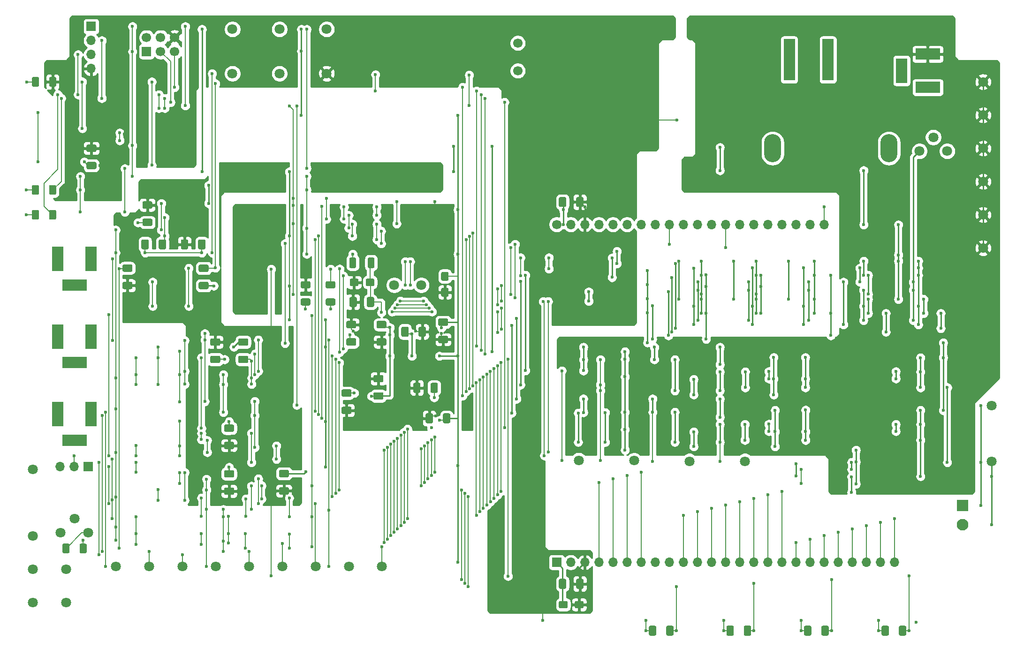
<source format=gbr>
%TF.GenerationSoftware,KiCad,Pcbnew,(5.1.7)-1*%
%TF.CreationDate,2021-04-16T09:21:30+09:00*%
%TF.ProjectId,EEG_Ver1.0A,4545475f-5665-4723-912e-30412e6b6963,Ver1.0A*%
%TF.SameCoordinates,Original*%
%TF.FileFunction,Copper,L2,Bot*%
%TF.FilePolarity,Positive*%
%FSLAX46Y46*%
G04 Gerber Fmt 4.6, Leading zero omitted, Abs format (unit mm)*
G04 Created by KiCad (PCBNEW (5.1.7)-1) date 2021-04-16 09:21:30*
%MOMM*%
%LPD*%
G01*
G04 APERTURE LIST*
%TA.AperFunction,ComponentPad*%
%ADD10O,1.700000X1.700000*%
%TD*%
%TA.AperFunction,ComponentPad*%
%ADD11C,1.700000*%
%TD*%
%TA.AperFunction,ComponentPad*%
%ADD12R,1.700000X1.700000*%
%TD*%
%TA.AperFunction,ComponentPad*%
%ADD13O,3.048000X5.080000*%
%TD*%
%TA.AperFunction,ComponentPad*%
%ADD14R,2.000000X4.500000*%
%TD*%
%TA.AperFunction,ComponentPad*%
%ADD15R,4.500000X2.000000*%
%TD*%
%TA.AperFunction,ComponentPad*%
%ADD16C,1.800000*%
%TD*%
%TA.AperFunction,ComponentPad*%
%ADD17C,2.100000*%
%TD*%
%TA.AperFunction,ComponentPad*%
%ADD18R,2.100000X2.100000*%
%TD*%
%TA.AperFunction,ComponentPad*%
%ADD19R,2.000000X7.500000*%
%TD*%
%TA.AperFunction,ViaPad*%
%ADD20C,0.600000*%
%TD*%
%TA.AperFunction,Conductor*%
%ADD21C,0.200000*%
%TD*%
%TA.AperFunction,Conductor*%
%ADD22C,0.250000*%
%TD*%
%TA.AperFunction,Conductor*%
%ADD23C,0.254000*%
%TD*%
%TA.AperFunction,Conductor*%
%ADD24C,0.100000*%
%TD*%
G04 APERTURE END LIST*
D10*
%TO.P,U2,30*%
%TO.N,Net-(U2-Pad30)*%
X186180000Y-64750000D03*
%TO.P,U2,32*%
%TO.N,Net-(U2-Pad32)*%
X191260000Y-64750000D03*
%TO.P,U2,33*%
%TO.N,Net-(U2-Pad33)*%
X193800000Y-64750000D03*
%TO.P,U2,31*%
%TO.N,Net-(U2-Pad31)*%
X188720000Y-64750000D03*
%TO.P,U2,28*%
%TO.N,GNDD*%
X181100000Y-64750000D03*
%TO.P,U2,27*%
%TO.N,+3V3*%
X178560000Y-64750000D03*
%TO.P,U2,34*%
%TO.N,~TS_CS*%
X196340000Y-64750000D03*
%TO.P,U2,29*%
%TO.N,Net-(U2-Pad29)*%
X183640000Y-64750000D03*
%TO.P,U2,42*%
%TO.N,Net-(U2-Pad42)*%
X216660000Y-64750000D03*
%TO.P,U2,39*%
%TO.N,Net-(U2-Pad39)*%
X209040000Y-64750000D03*
%TO.P,U2,40*%
%TO.N,Net-(U2-Pad40)*%
X211580000Y-64750000D03*
%TO.P,U2,36*%
%TO.N,SPI3_MISO*%
X201420000Y-64750000D03*
%TO.P,U2,45*%
%TO.N,GNDD*%
X224280000Y-64750000D03*
%TO.P,U2,38*%
%TO.N,~TS_INT*%
X206500000Y-64750000D03*
%TO.P,U2,35*%
%TO.N,SPI3_MOSI*%
X198880000Y-64750000D03*
%TO.P,U2,44*%
%TO.N,Net-(U2-Pad44)*%
X221740000Y-64750000D03*
%TO.P,U2,43*%
%TO.N,Net-(U2-Pad43)*%
X219200000Y-64750000D03*
%TO.P,U2,37*%
%TO.N,SPI3_SCK*%
X203960000Y-64750000D03*
D11*
%TO.P,U2,26*%
%TO.N,+3V3*%
X176020000Y-64750000D03*
D10*
%TO.P,U2,41*%
%TO.N,Net-(U2-Pad41)*%
X214120000Y-64750000D03*
%TO.P,U2,12*%
%TO.N,TFT_D2*%
X203960000Y-125750000D03*
%TO.P,U2,15*%
%TO.N,TFT_D5*%
X211580000Y-125750000D03*
%TO.P,U2,3*%
%TO.N,GNDD*%
X181100000Y-125750000D03*
D12*
%TO.P,U2,1*%
%TO.N,+3V3*%
X176020000Y-125750000D03*
D10*
%TO.P,U2,23*%
%TO.N,TFT_D13*%
X231900000Y-125750000D03*
%TO.P,U2,2*%
%TO.N,+3V3*%
X178560000Y-125750000D03*
%TO.P,U2,25*%
%TO.N,TFT_D15*%
X236980000Y-125750000D03*
%TO.P,U2,16*%
%TO.N,TFT_D6*%
X214120000Y-125750000D03*
%TO.P,U2,11*%
%TO.N,TFT_D1*%
X201420000Y-125750000D03*
%TO.P,U2,19*%
%TO.N,TFT_D9*%
X221740000Y-125750000D03*
%TO.P,U2,22*%
%TO.N,TFT_D12*%
X229360000Y-125750000D03*
%TO.P,U2,20*%
%TO.N,TFT_D10*%
X224280000Y-125750000D03*
%TO.P,U2,13*%
%TO.N,TFT_D3*%
X206500000Y-125750000D03*
%TO.P,U2,9*%
%TO.N,+3V3*%
X196340000Y-125750000D03*
%TO.P,U2,14*%
%TO.N,TFT_D4*%
X209040000Y-125750000D03*
%TO.P,U2,5*%
%TO.N,~TFT_CS*%
X186180000Y-125750000D03*
%TO.P,U2,21*%
%TO.N,TFT_D11*%
X226820000Y-125750000D03*
%TO.P,U2,4*%
%TO.N,~TFT_RST*%
X183640000Y-125750000D03*
%TO.P,U2,6*%
%TO.N,TFT_RS*%
X188720000Y-125750000D03*
%TO.P,U2,24*%
%TO.N,TFT_D14*%
X234440000Y-125750000D03*
%TO.P,U2,18*%
%TO.N,TFT_D8*%
X219200000Y-125750000D03*
%TO.P,U2,17*%
%TO.N,TFT_D7*%
X216660000Y-125750000D03*
%TO.P,U2,10*%
%TO.N,TFT_D0*%
X198880000Y-125750000D03*
%TO.P,U2,8*%
%TO.N,+3V3*%
X193800000Y-125750000D03*
%TO.P,U2,7*%
%TO.N,~TFT_WR*%
X191260000Y-125750000D03*
%TD*%
D11*
%TO.P,BZ1,1*%
%TO.N,+3V3*%
X169000000Y-37000000D03*
%TO.P,BZ1,2*%
%TO.N,Net-(BZ1-Pad2)*%
X169000000Y-32000000D03*
%TD*%
%TO.P,C6,2*%
%TO.N,GNDD*%
%TA.AperFunction,SMDPad,CuDef*%
G36*
G01*
X194000000Y-137449999D02*
X194000000Y-138750001D01*
G75*
G02*
X193750001Y-139000000I-249999J0D01*
G01*
X192924999Y-139000000D01*
G75*
G02*
X192675000Y-138750001I0J249999D01*
G01*
X192675000Y-137449999D01*
G75*
G02*
X192924999Y-137200000I249999J0D01*
G01*
X193750001Y-137200000D01*
G75*
G02*
X194000000Y-137449999I0J-249999D01*
G01*
G37*
%TD.AperFunction*%
%TO.P,C6,1*%
%TO.N,KEY1*%
%TA.AperFunction,SMDPad,CuDef*%
G36*
G01*
X197125000Y-137449999D02*
X197125000Y-138750001D01*
G75*
G02*
X196875001Y-139000000I-249999J0D01*
G01*
X196049999Y-139000000D01*
G75*
G02*
X195800000Y-138750001I0J249999D01*
G01*
X195800000Y-137449999D01*
G75*
G02*
X196049999Y-137200000I249999J0D01*
G01*
X196875001Y-137200000D01*
G75*
G02*
X197125000Y-137449999I0J-249999D01*
G01*
G37*
%TD.AperFunction*%
%TD*%
%TO.P,C7,2*%
%TO.N,GNDD*%
%TA.AperFunction,SMDPad,CuDef*%
G36*
G01*
X208000000Y-137449999D02*
X208000000Y-138750001D01*
G75*
G02*
X207750001Y-139000000I-249999J0D01*
G01*
X206924999Y-139000000D01*
G75*
G02*
X206675000Y-138750001I0J249999D01*
G01*
X206675000Y-137449999D01*
G75*
G02*
X206924999Y-137200000I249999J0D01*
G01*
X207750001Y-137200000D01*
G75*
G02*
X208000000Y-137449999I0J-249999D01*
G01*
G37*
%TD.AperFunction*%
%TO.P,C7,1*%
%TO.N,KEY2*%
%TA.AperFunction,SMDPad,CuDef*%
G36*
G01*
X211125000Y-137449999D02*
X211125000Y-138750001D01*
G75*
G02*
X210875001Y-139000000I-249999J0D01*
G01*
X210049999Y-139000000D01*
G75*
G02*
X209800000Y-138750001I0J249999D01*
G01*
X209800000Y-137449999D01*
G75*
G02*
X210049999Y-137200000I249999J0D01*
G01*
X210875001Y-137200000D01*
G75*
G02*
X211125000Y-137449999I0J-249999D01*
G01*
G37*
%TD.AperFunction*%
%TD*%
%TO.P,C8,2*%
%TO.N,GNDD*%
%TA.AperFunction,SMDPad,CuDef*%
G36*
G01*
X222000000Y-137449999D02*
X222000000Y-138750001D01*
G75*
G02*
X221750001Y-139000000I-249999J0D01*
G01*
X220924999Y-139000000D01*
G75*
G02*
X220675000Y-138750001I0J249999D01*
G01*
X220675000Y-137449999D01*
G75*
G02*
X220924999Y-137200000I249999J0D01*
G01*
X221750001Y-137200000D01*
G75*
G02*
X222000000Y-137449999I0J-249999D01*
G01*
G37*
%TD.AperFunction*%
%TO.P,C8,1*%
%TO.N,KEY3*%
%TA.AperFunction,SMDPad,CuDef*%
G36*
G01*
X225125000Y-137449999D02*
X225125000Y-138750001D01*
G75*
G02*
X224875001Y-139000000I-249999J0D01*
G01*
X224049999Y-139000000D01*
G75*
G02*
X223800000Y-138750001I0J249999D01*
G01*
X223800000Y-137449999D01*
G75*
G02*
X224049999Y-137200000I249999J0D01*
G01*
X224875001Y-137200000D01*
G75*
G02*
X225125000Y-137449999I0J-249999D01*
G01*
G37*
%TD.AperFunction*%
%TD*%
%TO.P,C9,1*%
%TO.N,KEY4*%
%TA.AperFunction,SMDPad,CuDef*%
G36*
G01*
X239125000Y-137449999D02*
X239125000Y-138750001D01*
G75*
G02*
X238875001Y-139000000I-249999J0D01*
G01*
X238049999Y-139000000D01*
G75*
G02*
X237800000Y-138750001I0J249999D01*
G01*
X237800000Y-137449999D01*
G75*
G02*
X238049999Y-137200000I249999J0D01*
G01*
X238875001Y-137200000D01*
G75*
G02*
X239125000Y-137449999I0J-249999D01*
G01*
G37*
%TD.AperFunction*%
%TO.P,C9,2*%
%TO.N,GNDD*%
%TA.AperFunction,SMDPad,CuDef*%
G36*
G01*
X236000000Y-137449999D02*
X236000000Y-138750001D01*
G75*
G02*
X235750001Y-139000000I-249999J0D01*
G01*
X234924999Y-139000000D01*
G75*
G02*
X234675000Y-138750001I0J249999D01*
G01*
X234675000Y-137449999D01*
G75*
G02*
X234924999Y-137200000I249999J0D01*
G01*
X235750001Y-137200000D01*
G75*
G02*
X236000000Y-137449999I0J-249999D01*
G01*
G37*
%TD.AperFunction*%
%TD*%
%TO.P,C11,2*%
%TO.N,GNDD*%
%TA.AperFunction,SMDPad,CuDef*%
G36*
G01*
X155424999Y-76200000D02*
X156275001Y-76200000D01*
G75*
G02*
X156525000Y-76449999I0J-249999D01*
G01*
X156525000Y-77525001D01*
G75*
G02*
X156275001Y-77775000I-249999J0D01*
G01*
X155424999Y-77775000D01*
G75*
G02*
X155175000Y-77525001I0J249999D01*
G01*
X155175000Y-76449999D01*
G75*
G02*
X155424999Y-76200000I249999J0D01*
G01*
G37*
%TD.AperFunction*%
%TO.P,C11,1*%
%TO.N,+3V3*%
%TA.AperFunction,SMDPad,CuDef*%
G36*
G01*
X155424999Y-73325000D02*
X156275001Y-73325000D01*
G75*
G02*
X156525000Y-73574999I0J-249999D01*
G01*
X156525000Y-74650001D01*
G75*
G02*
X156275001Y-74900000I-249999J0D01*
G01*
X155424999Y-74900000D01*
G75*
G02*
X155175000Y-74650001I0J249999D01*
G01*
X155175000Y-73574999D01*
G75*
G02*
X155424999Y-73325000I249999J0D01*
G01*
G37*
%TD.AperFunction*%
%TD*%
%TO.P,C12,2*%
%TO.N,GNDD*%
%TA.AperFunction,SMDPad,CuDef*%
G36*
G01*
X151100000Y-84770001D02*
X151100000Y-83469999D01*
G75*
G02*
X151349999Y-83220000I249999J0D01*
G01*
X152175001Y-83220000D01*
G75*
G02*
X152425000Y-83469999I0J-249999D01*
G01*
X152425000Y-84770001D01*
G75*
G02*
X152175001Y-85020000I-249999J0D01*
G01*
X151349999Y-85020000D01*
G75*
G02*
X151100000Y-84770001I0J249999D01*
G01*
G37*
%TD.AperFunction*%
%TO.P,C12,1*%
%TO.N,+3V3*%
%TA.AperFunction,SMDPad,CuDef*%
G36*
G01*
X147975000Y-84770001D02*
X147975000Y-83469999D01*
G75*
G02*
X148224999Y-83220000I249999J0D01*
G01*
X149050001Y-83220000D01*
G75*
G02*
X149300000Y-83469999I0J-249999D01*
G01*
X149300000Y-84770001D01*
G75*
G02*
X149050001Y-85020000I-249999J0D01*
G01*
X148224999Y-85020000D01*
G75*
G02*
X147975000Y-84770001I0J249999D01*
G01*
G37*
%TD.AperFunction*%
%TD*%
%TO.P,C13,1*%
%TO.N,+3V3*%
%TA.AperFunction,SMDPad,CuDef*%
G36*
G01*
X143749999Y-82175000D02*
X145050001Y-82175000D01*
G75*
G02*
X145300000Y-82424999I0J-249999D01*
G01*
X145300000Y-83250001D01*
G75*
G02*
X145050001Y-83500000I-249999J0D01*
G01*
X143749999Y-83500000D01*
G75*
G02*
X143500000Y-83250001I0J249999D01*
G01*
X143500000Y-82424999D01*
G75*
G02*
X143749999Y-82175000I249999J0D01*
G01*
G37*
%TD.AperFunction*%
%TO.P,C13,2*%
%TO.N,GNDD*%
%TA.AperFunction,SMDPad,CuDef*%
G36*
G01*
X143749999Y-85300000D02*
X145050001Y-85300000D01*
G75*
G02*
X145300000Y-85549999I0J-249999D01*
G01*
X145300000Y-86375001D01*
G75*
G02*
X145050001Y-86625000I-249999J0D01*
G01*
X143749999Y-86625000D01*
G75*
G02*
X143500000Y-86375001I0J249999D01*
G01*
X143500000Y-85549999D01*
G75*
G02*
X143749999Y-85300000I249999J0D01*
G01*
G37*
%TD.AperFunction*%
%TD*%
%TO.P,C14,2*%
%TO.N,GNDD*%
%TA.AperFunction,SMDPad,CuDef*%
G36*
G01*
X139600001Y-83500000D02*
X138299999Y-83500000D01*
G75*
G02*
X138050000Y-83250001I0J249999D01*
G01*
X138050000Y-82424999D01*
G75*
G02*
X138299999Y-82175000I249999J0D01*
G01*
X139600001Y-82175000D01*
G75*
G02*
X139850000Y-82424999I0J-249999D01*
G01*
X139850000Y-83250001D01*
G75*
G02*
X139600001Y-83500000I-249999J0D01*
G01*
G37*
%TD.AperFunction*%
%TO.P,C14,1*%
%TO.N,+3V3*%
%TA.AperFunction,SMDPad,CuDef*%
G36*
G01*
X139600001Y-86625000D02*
X138299999Y-86625000D01*
G75*
G02*
X138050000Y-86375001I0J249999D01*
G01*
X138050000Y-85549999D01*
G75*
G02*
X138299999Y-85300000I249999J0D01*
G01*
X139600001Y-85300000D01*
G75*
G02*
X139850000Y-85549999I0J-249999D01*
G01*
X139850000Y-86375001D01*
G75*
G02*
X139600001Y-86625000I-249999J0D01*
G01*
G37*
%TD.AperFunction*%
%TD*%
%TO.P,C16,2*%
%TO.N,GNDD*%
%TA.AperFunction,SMDPad,CuDef*%
G36*
G01*
X144500001Y-93250000D02*
X143199999Y-93250000D01*
G75*
G02*
X142950000Y-93000001I0J249999D01*
G01*
X142950000Y-92174999D01*
G75*
G02*
X143199999Y-91925000I249999J0D01*
G01*
X144500001Y-91925000D01*
G75*
G02*
X144750000Y-92174999I0J-249999D01*
G01*
X144750000Y-93000001D01*
G75*
G02*
X144500001Y-93250000I-249999J0D01*
G01*
G37*
%TD.AperFunction*%
%TO.P,C16,1*%
%TO.N,+3V3*%
%TA.AperFunction,SMDPad,CuDef*%
G36*
G01*
X144500001Y-96375000D02*
X143199999Y-96375000D01*
G75*
G02*
X142950000Y-96125001I0J249999D01*
G01*
X142950000Y-95299999D01*
G75*
G02*
X143199999Y-95050000I249999J0D01*
G01*
X144500001Y-95050000D01*
G75*
G02*
X144750000Y-95299999I0J-249999D01*
G01*
X144750000Y-96125001D01*
G75*
G02*
X144500001Y-96375000I-249999J0D01*
G01*
G37*
%TD.AperFunction*%
%TD*%
%TO.P,C17,2*%
%TO.N,GNDD*%
%TA.AperFunction,SMDPad,CuDef*%
G36*
G01*
X153700000Y-99099999D02*
X153700000Y-100400001D01*
G75*
G02*
X153450001Y-100650000I-249999J0D01*
G01*
X152624999Y-100650000D01*
G75*
G02*
X152375000Y-100400001I0J249999D01*
G01*
X152375000Y-99099999D01*
G75*
G02*
X152624999Y-98850000I249999J0D01*
G01*
X153450001Y-98850000D01*
G75*
G02*
X153700000Y-99099999I0J-249999D01*
G01*
G37*
%TD.AperFunction*%
%TO.P,C17,1*%
%TO.N,+3V3*%
%TA.AperFunction,SMDPad,CuDef*%
G36*
G01*
X156825000Y-99099999D02*
X156825000Y-100400001D01*
G75*
G02*
X156575001Y-100650000I-249999J0D01*
G01*
X155749999Y-100650000D01*
G75*
G02*
X155500000Y-100400001I0J249999D01*
G01*
X155500000Y-99099999D01*
G75*
G02*
X155749999Y-98850000I249999J0D01*
G01*
X156575001Y-98850000D01*
G75*
G02*
X156825000Y-99099999I0J-249999D01*
G01*
G37*
%TD.AperFunction*%
%TD*%
%TO.P,C18,1*%
%TO.N,+3V3*%
%TA.AperFunction,SMDPad,CuDef*%
G36*
G01*
X154879999Y-81725000D02*
X156180001Y-81725000D01*
G75*
G02*
X156430000Y-81974999I0J-249999D01*
G01*
X156430000Y-82800001D01*
G75*
G02*
X156180001Y-83050000I-249999J0D01*
G01*
X154879999Y-83050000D01*
G75*
G02*
X154630000Y-82800001I0J249999D01*
G01*
X154630000Y-81974999D01*
G75*
G02*
X154879999Y-81725000I249999J0D01*
G01*
G37*
%TD.AperFunction*%
%TO.P,C18,2*%
%TO.N,GNDD*%
%TA.AperFunction,SMDPad,CuDef*%
G36*
G01*
X154879999Y-84850000D02*
X156180001Y-84850000D01*
G75*
G02*
X156430000Y-85099999I0J-249999D01*
G01*
X156430000Y-85925001D01*
G75*
G02*
X156180001Y-86175000I-249999J0D01*
G01*
X154879999Y-86175000D01*
G75*
G02*
X154630000Y-85925001I0J249999D01*
G01*
X154630000Y-85099999D01*
G75*
G02*
X154879999Y-84850000I249999J0D01*
G01*
G37*
%TD.AperFunction*%
%TD*%
%TO.P,C21,2*%
%TO.N,GNDD*%
%TA.AperFunction,SMDPad,CuDef*%
G36*
G01*
X137449999Y-97650000D02*
X138750001Y-97650000D01*
G75*
G02*
X139000000Y-97899999I0J-249999D01*
G01*
X139000000Y-98725001D01*
G75*
G02*
X138750001Y-98975000I-249999J0D01*
G01*
X137449999Y-98975000D01*
G75*
G02*
X137200000Y-98725001I0J249999D01*
G01*
X137200000Y-97899999D01*
G75*
G02*
X137449999Y-97650000I249999J0D01*
G01*
G37*
%TD.AperFunction*%
%TO.P,C21,1*%
%TO.N,Net-(C21-Pad1)*%
%TA.AperFunction,SMDPad,CuDef*%
G36*
G01*
X137449999Y-94525000D02*
X138750001Y-94525000D01*
G75*
G02*
X139000000Y-94774999I0J-249999D01*
G01*
X139000000Y-95600001D01*
G75*
G02*
X138750001Y-95850000I-249999J0D01*
G01*
X137449999Y-95850000D01*
G75*
G02*
X137200000Y-95600001I0J249999D01*
G01*
X137200000Y-94774999D01*
G75*
G02*
X137449999Y-94525000I249999J0D01*
G01*
G37*
%TD.AperFunction*%
%TD*%
%TO.P,C22,1*%
%TO.N,Net-(C22-Pad1)*%
%TA.AperFunction,SMDPad,CuDef*%
G36*
G01*
X154575000Y-93599999D02*
X154575000Y-94900001D01*
G75*
G02*
X154325001Y-95150000I-249999J0D01*
G01*
X153499999Y-95150000D01*
G75*
G02*
X153250000Y-94900001I0J249999D01*
G01*
X153250000Y-93599999D01*
G75*
G02*
X153499999Y-93350000I249999J0D01*
G01*
X154325001Y-93350000D01*
G75*
G02*
X154575000Y-93599999I0J-249999D01*
G01*
G37*
%TD.AperFunction*%
%TO.P,C22,2*%
%TO.N,GNDD*%
%TA.AperFunction,SMDPad,CuDef*%
G36*
G01*
X151450000Y-93599999D02*
X151450000Y-94900001D01*
G75*
G02*
X151200001Y-95150000I-249999J0D01*
G01*
X150374999Y-95150000D01*
G75*
G02*
X150125000Y-94900001I0J249999D01*
G01*
X150125000Y-93599999D01*
G75*
G02*
X150374999Y-93350000I249999J0D01*
G01*
X151200001Y-93350000D01*
G75*
G02*
X151450000Y-93599999I0J-249999D01*
G01*
G37*
%TD.AperFunction*%
%TD*%
%TO.P,C23,2*%
%TO.N,GNDD*%
%TA.AperFunction,SMDPad,CuDef*%
G36*
G01*
X139950000Y-78099999D02*
X139950000Y-79400001D01*
G75*
G02*
X139700001Y-79650000I-249999J0D01*
G01*
X138874999Y-79650000D01*
G75*
G02*
X138625000Y-79400001I0J249999D01*
G01*
X138625000Y-78099999D01*
G75*
G02*
X138874999Y-77850000I249999J0D01*
G01*
X139700001Y-77850000D01*
G75*
G02*
X139950000Y-78099999I0J-249999D01*
G01*
G37*
%TD.AperFunction*%
%TO.P,C23,1*%
%TO.N,VDDA*%
%TA.AperFunction,SMDPad,CuDef*%
G36*
G01*
X143075000Y-78099999D02*
X143075000Y-79400001D01*
G75*
G02*
X142825001Y-79650000I-249999J0D01*
G01*
X141999999Y-79650000D01*
G75*
G02*
X141750000Y-79400001I0J249999D01*
G01*
X141750000Y-78099999D01*
G75*
G02*
X141999999Y-77850000I249999J0D01*
G01*
X142825001Y-77850000D01*
G75*
G02*
X143075000Y-78099999I0J-249999D01*
G01*
G37*
%TD.AperFunction*%
%TD*%
%TO.P,C24,2*%
%TO.N,GNDD*%
%TA.AperFunction,SMDPad,CuDef*%
G36*
G01*
X140250000Y-74774999D02*
X140250000Y-75625001D01*
G75*
G02*
X140000001Y-75875000I-249999J0D01*
G01*
X138924999Y-75875000D01*
G75*
G02*
X138675000Y-75625001I0J249999D01*
G01*
X138675000Y-74774999D01*
G75*
G02*
X138924999Y-74525000I249999J0D01*
G01*
X140000001Y-74525000D01*
G75*
G02*
X140250000Y-74774999I0J-249999D01*
G01*
G37*
%TD.AperFunction*%
%TO.P,C24,1*%
%TO.N,VDDA*%
%TA.AperFunction,SMDPad,CuDef*%
G36*
G01*
X143125000Y-74774999D02*
X143125000Y-75625001D01*
G75*
G02*
X142875001Y-75875000I-249999J0D01*
G01*
X141799999Y-75875000D01*
G75*
G02*
X141550000Y-75625001I0J249999D01*
G01*
X141550000Y-74774999D01*
G75*
G02*
X141799999Y-74525000I249999J0D01*
G01*
X142875001Y-74525000D01*
G75*
G02*
X143125000Y-74774999I0J-249999D01*
G01*
G37*
%TD.AperFunction*%
%TD*%
%TO.P,C26,1*%
%TO.N,+3V3*%
%TA.AperFunction,SMDPad,CuDef*%
G36*
G01*
X176425000Y-133825001D02*
X176425000Y-132974999D01*
G75*
G02*
X176674999Y-132725000I249999J0D01*
G01*
X177750001Y-132725000D01*
G75*
G02*
X178000000Y-132974999I0J-249999D01*
G01*
X178000000Y-133825001D01*
G75*
G02*
X177750001Y-134075000I-249999J0D01*
G01*
X176674999Y-134075000D01*
G75*
G02*
X176425000Y-133825001I0J249999D01*
G01*
G37*
%TD.AperFunction*%
%TO.P,C26,2*%
%TO.N,GNDD*%
%TA.AperFunction,SMDPad,CuDef*%
G36*
G01*
X179300000Y-133825001D02*
X179300000Y-132974999D01*
G75*
G02*
X179549999Y-132725000I249999J0D01*
G01*
X180625001Y-132725000D01*
G75*
G02*
X180875000Y-132974999I0J-249999D01*
G01*
X180875000Y-133825001D01*
G75*
G02*
X180625001Y-134075000I-249999J0D01*
G01*
X179549999Y-134075000D01*
G75*
G02*
X179300000Y-133825001I0J249999D01*
G01*
G37*
%TD.AperFunction*%
%TD*%
%TO.P,C27,1*%
%TO.N,+3V3*%
%TA.AperFunction,SMDPad,CuDef*%
G36*
G01*
X176425000Y-61350001D02*
X176425000Y-60049999D01*
G75*
G02*
X176674999Y-59800000I249999J0D01*
G01*
X177500001Y-59800000D01*
G75*
G02*
X177750000Y-60049999I0J-249999D01*
G01*
X177750000Y-61350001D01*
G75*
G02*
X177500001Y-61600000I-249999J0D01*
G01*
X176674999Y-61600000D01*
G75*
G02*
X176425000Y-61350001I0J249999D01*
G01*
G37*
%TD.AperFunction*%
%TO.P,C27,2*%
%TO.N,GNDD*%
%TA.AperFunction,SMDPad,CuDef*%
G36*
G01*
X179550000Y-61350001D02*
X179550000Y-60049999D01*
G75*
G02*
X179799999Y-59800000I249999J0D01*
G01*
X180625001Y-59800000D01*
G75*
G02*
X180875000Y-60049999I0J-249999D01*
G01*
X180875000Y-61350001D01*
G75*
G02*
X180625001Y-61600000I-249999J0D01*
G01*
X179799999Y-61600000D01*
G75*
G02*
X179550000Y-61350001I0J249999D01*
G01*
G37*
%TD.AperFunction*%
%TD*%
%TO.P,C28,2*%
%TO.N,GNDD*%
%TA.AperFunction,SMDPad,CuDef*%
G36*
G01*
X179550000Y-130290001D02*
X179550000Y-128989999D01*
G75*
G02*
X179799999Y-128740000I249999J0D01*
G01*
X180625001Y-128740000D01*
G75*
G02*
X180875000Y-128989999I0J-249999D01*
G01*
X180875000Y-130290001D01*
G75*
G02*
X180625001Y-130540000I-249999J0D01*
G01*
X179799999Y-130540000D01*
G75*
G02*
X179550000Y-130290001I0J249999D01*
G01*
G37*
%TD.AperFunction*%
%TO.P,C28,1*%
%TO.N,+3V3*%
%TA.AperFunction,SMDPad,CuDef*%
G36*
G01*
X176425000Y-130290001D02*
X176425000Y-128989999D01*
G75*
G02*
X176674999Y-128740000I249999J0D01*
G01*
X177500001Y-128740000D01*
G75*
G02*
X177750000Y-128989999I0J-249999D01*
G01*
X177750000Y-130290001D01*
G75*
G02*
X177500001Y-130540000I-249999J0D01*
G01*
X176674999Y-130540000D01*
G75*
G02*
X176425000Y-130290001I0J249999D01*
G01*
G37*
%TD.AperFunction*%
%TD*%
%TO.P,C37,2*%
%TO.N,GNDA*%
%TA.AperFunction,SMDPad,CuDef*%
G36*
G01*
X102800001Y-61900000D02*
X101499999Y-61900000D01*
G75*
G02*
X101250000Y-61650001I0J249999D01*
G01*
X101250000Y-60824999D01*
G75*
G02*
X101499999Y-60575000I249999J0D01*
G01*
X102800001Y-60575000D01*
G75*
G02*
X103050000Y-60824999I0J-249999D01*
G01*
X103050000Y-61650001D01*
G75*
G02*
X102800001Y-61900000I-249999J0D01*
G01*
G37*
%TD.AperFunction*%
%TO.P,C37,1*%
%TO.N,+12V*%
%TA.AperFunction,SMDPad,CuDef*%
G36*
G01*
X102800001Y-65025000D02*
X101499999Y-65025000D01*
G75*
G02*
X101250000Y-64775001I0J249999D01*
G01*
X101250000Y-63949999D01*
G75*
G02*
X101499999Y-63700000I249999J0D01*
G01*
X102800001Y-63700000D01*
G75*
G02*
X103050000Y-63949999I0J-249999D01*
G01*
X103050000Y-64775001D01*
G75*
G02*
X102800001Y-65025000I-249999J0D01*
G01*
G37*
%TD.AperFunction*%
%TD*%
%TO.P,C40,1*%
%TO.N,+12V*%
%TA.AperFunction,SMDPad,CuDef*%
G36*
G01*
X105525000Y-67699999D02*
X105525000Y-69000001D01*
G75*
G02*
X105275001Y-69250000I-249999J0D01*
G01*
X104449999Y-69250000D01*
G75*
G02*
X104200000Y-69000001I0J249999D01*
G01*
X104200000Y-67699999D01*
G75*
G02*
X104449999Y-67450000I249999J0D01*
G01*
X105275001Y-67450000D01*
G75*
G02*
X105525000Y-67699999I0J-249999D01*
G01*
G37*
%TD.AperFunction*%
%TO.P,C40,2*%
%TO.N,GND1*%
%TA.AperFunction,SMDPad,CuDef*%
G36*
G01*
X102400000Y-67699999D02*
X102400000Y-69000001D01*
G75*
G02*
X102150001Y-69250000I-249999J0D01*
G01*
X101324999Y-69250000D01*
G75*
G02*
X101075000Y-69000001I0J249999D01*
G01*
X101075000Y-67699999D01*
G75*
G02*
X101324999Y-67450000I249999J0D01*
G01*
X102150001Y-67450000D01*
G75*
G02*
X102400000Y-67699999I0J-249999D01*
G01*
G37*
%TD.AperFunction*%
%TD*%
%TO.P,C41,1*%
%TO.N,GND1*%
%TA.AperFunction,SMDPad,CuDef*%
G36*
G01*
X112637500Y-67699999D02*
X112637500Y-69000001D01*
G75*
G02*
X112387501Y-69250000I-249999J0D01*
G01*
X111562499Y-69250000D01*
G75*
G02*
X111312500Y-69000001I0J249999D01*
G01*
X111312500Y-67699999D01*
G75*
G02*
X111562499Y-67450000I249999J0D01*
G01*
X112387501Y-67450000D01*
G75*
G02*
X112637500Y-67699999I0J-249999D01*
G01*
G37*
%TD.AperFunction*%
%TO.P,C41,2*%
%TO.N,GNDA*%
%TA.AperFunction,SMDPad,CuDef*%
G36*
G01*
X109512500Y-67699999D02*
X109512500Y-69000001D01*
G75*
G02*
X109262501Y-69250000I-249999J0D01*
G01*
X108437499Y-69250000D01*
G75*
G02*
X108187500Y-69000001I0J249999D01*
G01*
X108187500Y-67699999D01*
G75*
G02*
X108437499Y-67450000I249999J0D01*
G01*
X109262501Y-67450000D01*
G75*
G02*
X109512500Y-67699999I0J-249999D01*
G01*
G37*
%TD.AperFunction*%
%TD*%
%TO.P,C46,2*%
%TO.N,GND1*%
%TA.AperFunction,SMDPad,CuDef*%
G36*
G01*
X118799999Y-88450000D02*
X120100001Y-88450000D01*
G75*
G02*
X120350000Y-88699999I0J-249999D01*
G01*
X120350000Y-89525001D01*
G75*
G02*
X120100001Y-89775000I-249999J0D01*
G01*
X118799999Y-89775000D01*
G75*
G02*
X118550000Y-89525001I0J249999D01*
G01*
X118550000Y-88699999D01*
G75*
G02*
X118799999Y-88450000I249999J0D01*
G01*
G37*
%TD.AperFunction*%
%TO.P,C46,1*%
%TO.N,+12V*%
%TA.AperFunction,SMDPad,CuDef*%
G36*
G01*
X118799999Y-85325000D02*
X120100001Y-85325000D01*
G75*
G02*
X120350000Y-85574999I0J-249999D01*
G01*
X120350000Y-86400001D01*
G75*
G02*
X120100001Y-86650000I-249999J0D01*
G01*
X118799999Y-86650000D01*
G75*
G02*
X118550000Y-86400001I0J249999D01*
G01*
X118550000Y-85574999D01*
G75*
G02*
X118799999Y-85325000I249999J0D01*
G01*
G37*
%TD.AperFunction*%
%TD*%
%TO.P,C47,1*%
%TO.N,GND1*%
%TA.AperFunction,SMDPad,CuDef*%
G36*
G01*
X115050001Y-89775000D02*
X113749999Y-89775000D01*
G75*
G02*
X113500000Y-89525001I0J249999D01*
G01*
X113500000Y-88699999D01*
G75*
G02*
X113749999Y-88450000I249999J0D01*
G01*
X115050001Y-88450000D01*
G75*
G02*
X115300000Y-88699999I0J-249999D01*
G01*
X115300000Y-89525001D01*
G75*
G02*
X115050001Y-89775000I-249999J0D01*
G01*
G37*
%TD.AperFunction*%
%TO.P,C47,2*%
%TO.N,GNDA*%
%TA.AperFunction,SMDPad,CuDef*%
G36*
G01*
X115050001Y-86650000D02*
X113749999Y-86650000D01*
G75*
G02*
X113500000Y-86400001I0J249999D01*
G01*
X113500000Y-85574999D01*
G75*
G02*
X113749999Y-85325000I249999J0D01*
G01*
X115050001Y-85325000D01*
G75*
G02*
X115300000Y-85574999I0J-249999D01*
G01*
X115300000Y-86400001D01*
G75*
G02*
X115050001Y-86650000I-249999J0D01*
G01*
G37*
%TD.AperFunction*%
%TD*%
%TO.P,C48,2*%
%TO.N,GNDA*%
%TA.AperFunction,SMDPad,CuDef*%
G36*
G01*
X116249999Y-104000000D02*
X117550001Y-104000000D01*
G75*
G02*
X117800000Y-104249999I0J-249999D01*
G01*
X117800000Y-105075001D01*
G75*
G02*
X117550001Y-105325000I-249999J0D01*
G01*
X116249999Y-105325000D01*
G75*
G02*
X116000000Y-105075001I0J249999D01*
G01*
X116000000Y-104249999D01*
G75*
G02*
X116249999Y-104000000I249999J0D01*
G01*
G37*
%TD.AperFunction*%
%TO.P,C48,1*%
%TO.N,+12V*%
%TA.AperFunction,SMDPad,CuDef*%
G36*
G01*
X116249999Y-100875000D02*
X117550001Y-100875000D01*
G75*
G02*
X117800000Y-101124999I0J-249999D01*
G01*
X117800000Y-101950001D01*
G75*
G02*
X117550001Y-102200000I-249999J0D01*
G01*
X116249999Y-102200000D01*
G75*
G02*
X116000000Y-101950001I0J249999D01*
G01*
X116000000Y-101124999D01*
G75*
G02*
X116249999Y-100875000I249999J0D01*
G01*
G37*
%TD.AperFunction*%
%TD*%
%TO.P,C49,1*%
%TO.N,+12V*%
%TA.AperFunction,SMDPad,CuDef*%
G36*
G01*
X116249999Y-109125000D02*
X117550001Y-109125000D01*
G75*
G02*
X117800000Y-109374999I0J-249999D01*
G01*
X117800000Y-110200001D01*
G75*
G02*
X117550001Y-110450000I-249999J0D01*
G01*
X116249999Y-110450000D01*
G75*
G02*
X116000000Y-110200001I0J249999D01*
G01*
X116000000Y-109374999D01*
G75*
G02*
X116249999Y-109125000I249999J0D01*
G01*
G37*
%TD.AperFunction*%
%TO.P,C49,2*%
%TO.N,GNDA*%
%TA.AperFunction,SMDPad,CuDef*%
G36*
G01*
X116249999Y-112250000D02*
X117550001Y-112250000D01*
G75*
G02*
X117800000Y-112499999I0J-249999D01*
G01*
X117800000Y-113325001D01*
G75*
G02*
X117550001Y-113575000I-249999J0D01*
G01*
X116249999Y-113575000D01*
G75*
G02*
X116000000Y-113325001I0J249999D01*
G01*
X116000000Y-112499999D01*
G75*
G02*
X116249999Y-112250000I249999J0D01*
G01*
G37*
%TD.AperFunction*%
%TD*%
%TO.P,C50,2*%
%TO.N,GNDA*%
%TA.AperFunction,SMDPad,CuDef*%
G36*
G01*
X126149999Y-112200000D02*
X127450001Y-112200000D01*
G75*
G02*
X127700000Y-112449999I0J-249999D01*
G01*
X127700000Y-113275001D01*
G75*
G02*
X127450001Y-113525000I-249999J0D01*
G01*
X126149999Y-113525000D01*
G75*
G02*
X125900000Y-113275001I0J249999D01*
G01*
X125900000Y-112449999D01*
G75*
G02*
X126149999Y-112200000I249999J0D01*
G01*
G37*
%TD.AperFunction*%
%TO.P,C50,1*%
%TO.N,+3V3*%
%TA.AperFunction,SMDPad,CuDef*%
G36*
G01*
X126150425Y-109075000D02*
X127449575Y-109075000D01*
G75*
G02*
X127700000Y-109325425I0J-250425D01*
G01*
X127700000Y-110149575D01*
G75*
G02*
X127449575Y-110400000I-250425J0D01*
G01*
X126150425Y-110400000D01*
G75*
G02*
X125900000Y-110149575I0J250425D01*
G01*
X125900000Y-109325425D01*
G75*
G02*
X126150425Y-109075000I250425J0D01*
G01*
G37*
%TD.AperFunction*%
%TD*%
%TO.P,C55,2*%
%TO.N,GND2*%
%TA.AperFunction,SMDPad,CuDef*%
G36*
G01*
X112950001Y-73320000D02*
X111649999Y-73320000D01*
G75*
G02*
X111400000Y-73070001I0J249999D01*
G01*
X111400000Y-72244999D01*
G75*
G02*
X111649999Y-71995000I249999J0D01*
G01*
X112950001Y-71995000D01*
G75*
G02*
X113200000Y-72244999I0J-249999D01*
G01*
X113200000Y-73070001D01*
G75*
G02*
X112950001Y-73320000I-249999J0D01*
G01*
G37*
%TD.AperFunction*%
%TO.P,C55,1*%
%TO.N,+12V*%
%TA.AperFunction,SMDPad,CuDef*%
G36*
G01*
X112950001Y-76445000D02*
X111649999Y-76445000D01*
G75*
G02*
X111400000Y-76195001I0J249999D01*
G01*
X111400000Y-75369999D01*
G75*
G02*
X111649999Y-75120000I249999J0D01*
G01*
X112950001Y-75120000D01*
G75*
G02*
X113200000Y-75369999I0J-249999D01*
G01*
X113200000Y-76195001D01*
G75*
G02*
X112950001Y-76445000I-249999J0D01*
G01*
G37*
%TD.AperFunction*%
%TD*%
%TO.P,C56,2*%
%TO.N,GNDA*%
%TA.AperFunction,SMDPad,CuDef*%
G36*
G01*
X97899999Y-75100000D02*
X99200001Y-75100000D01*
G75*
G02*
X99450000Y-75349999I0J-249999D01*
G01*
X99450000Y-76175001D01*
G75*
G02*
X99200001Y-76425000I-249999J0D01*
G01*
X97899999Y-76425000D01*
G75*
G02*
X97650000Y-76175001I0J249999D01*
G01*
X97650000Y-75349999D01*
G75*
G02*
X97899999Y-75100000I249999J0D01*
G01*
G37*
%TD.AperFunction*%
%TO.P,C56,1*%
%TO.N,GND2*%
%TA.AperFunction,SMDPad,CuDef*%
G36*
G01*
X97899999Y-71975000D02*
X99200001Y-71975000D01*
G75*
G02*
X99450000Y-72224999I0J-249999D01*
G01*
X99450000Y-73050001D01*
G75*
G02*
X99200001Y-73300000I-249999J0D01*
G01*
X97899999Y-73300000D01*
G75*
G02*
X97650000Y-73050001I0J249999D01*
G01*
X97650000Y-72224999D01*
G75*
G02*
X97899999Y-71975000I249999J0D01*
G01*
G37*
%TD.AperFunction*%
%TD*%
%TO.P,C65,2*%
%TO.N,Net-(C65-Pad2)*%
%TA.AperFunction,SMDPad,CuDef*%
G36*
G01*
X91399999Y-53450000D02*
X92700001Y-53450000D01*
G75*
G02*
X92950000Y-53699999I0J-249999D01*
G01*
X92950000Y-54525001D01*
G75*
G02*
X92700001Y-54775000I-249999J0D01*
G01*
X91399999Y-54775000D01*
G75*
G02*
X91150000Y-54525001I0J249999D01*
G01*
X91150000Y-53699999D01*
G75*
G02*
X91399999Y-53450000I249999J0D01*
G01*
G37*
%TD.AperFunction*%
%TO.P,C65,1*%
%TO.N,GNDD*%
%TA.AperFunction,SMDPad,CuDef*%
G36*
G01*
X91399999Y-50325000D02*
X92700001Y-50325000D01*
G75*
G02*
X92950000Y-50574999I0J-249999D01*
G01*
X92950000Y-51400001D01*
G75*
G02*
X92700001Y-51650000I-249999J0D01*
G01*
X91399999Y-51650000D01*
G75*
G02*
X91150000Y-51400001I0J249999D01*
G01*
X91150000Y-50574999D01*
G75*
G02*
X91399999Y-50325000I249999J0D01*
G01*
G37*
%TD.AperFunction*%
%TD*%
D13*
%TO.P,F1,1*%
%TO.N,Net-(F1-Pad1)*%
X215000000Y-51000000D03*
%TO.P,F1,2*%
%TO.N,Net-(F1-Pad2)*%
X236000000Y-51000000D03*
%TD*%
D14*
%TO.P,J1,3*%
%TO.N,Net-(J1-Pad3)*%
X238300000Y-37000000D03*
D15*
%TO.P,J1,1*%
%TO.N,Net-(F1-Pad2)*%
X243000000Y-40000000D03*
%TO.P,J1,2*%
%TO.N,GNDPWR*%
X243000000Y-34000000D03*
%TD*%
D12*
%TO.P,J2,1*%
%TO.N,+3V3*%
X102000000Y-33540000D03*
D11*
%TO.P,J2,2*%
%TO.N,NRST*%
X102000000Y-31000000D03*
%TO.P,J2,3*%
%TO.N,SWDIO*%
X104540000Y-33540000D03*
%TO.P,J2,4*%
%TO.N,Net-(J2-Pad4)*%
X104540000Y-31000000D03*
%TO.P,J2,5*%
%TO.N,SWCLK*%
X107080000Y-33540000D03*
%TO.P,J2,6*%
%TO.N,GNDD*%
X107080000Y-31000000D03*
%TD*%
D15*
%TO.P,J3,3*%
%TO.N,Net-(J3-Pad3)*%
X89000000Y-103700000D03*
D14*
%TO.P,J3,1*%
%TO.N,Net-(C29-Pad2)*%
X92000000Y-99000000D03*
%TO.P,J3,2*%
%TO.N,Net-(J3-Pad2)*%
X86000000Y-99000000D03*
%TD*%
%TO.P,J4,2*%
%TO.N,Net-(J4-Pad2)*%
X86000000Y-71000000D03*
%TO.P,J4,1*%
%TO.N,Net-(J4-Pad1)*%
X92000000Y-71000000D03*
D15*
%TO.P,J4,3*%
%TO.N,Net-(J4-Pad3)*%
X89000000Y-75700000D03*
%TD*%
%TO.P,J5,3*%
%TO.N,Net-(J5-Pad3)*%
X89000000Y-89700000D03*
D14*
%TO.P,J5,1*%
%TO.N,Net-(J5-Pad1)*%
X92000000Y-85000000D03*
%TO.P,J5,2*%
%TO.N,Net-(J5-Pad2)*%
X86000000Y-85000000D03*
%TD*%
D16*
%TO.P,J6,1*%
%TO.N,EXT_SIG*%
X81500000Y-109000000D03*
%TD*%
%TO.P,J7,1*%
%TO.N,GNDA*%
X81500000Y-121000000D03*
%TD*%
D10*
%TO.P,J8,3*%
%TO.N,EXT_SIG*%
X86420000Y-108500000D03*
%TO.P,J8,2*%
%TO.N,ADC_IN0*%
X88960000Y-108500000D03*
D12*
%TO.P,J8,1*%
%TO.N,EEG_SIG*%
X91500000Y-108500000D03*
%TD*%
D17*
%TO.P,J9,2*%
%TO.N,LOAD_R*%
X249250000Y-119000000D03*
D18*
%TO.P,J9,1*%
%TO.N,LOAD_L*%
X249250000Y-115500000D03*
%TD*%
D10*
%TO.P,J11,4*%
%TO.N,GNDD*%
X92000000Y-36620000D03*
%TO.P,J11,3*%
%TO.N,UART1_RX*%
X92000000Y-34080000D03*
%TO.P,J11,2*%
%TO.N,UART1_TX*%
X92000000Y-31540000D03*
D12*
%TO.P,J11,1*%
%TO.N,+3V3*%
X92000000Y-29000000D03*
%TD*%
%TO.P,L1,1*%
%TO.N,VDDA*%
%TA.AperFunction,SMDPad,CuDef*%
G36*
G01*
X143150000Y-70975000D02*
X143150000Y-72375000D01*
G75*
G02*
X142900000Y-72625000I-250000J0D01*
G01*
X142175000Y-72625000D01*
G75*
G02*
X141925000Y-72375000I0J250000D01*
G01*
X141925000Y-70975000D01*
G75*
G02*
X142175000Y-70725000I250000J0D01*
G01*
X142900000Y-70725000D01*
G75*
G02*
X143150000Y-70975000I0J-250000D01*
G01*
G37*
%TD.AperFunction*%
%TO.P,L1,2*%
%TO.N,+3V3*%
%TA.AperFunction,SMDPad,CuDef*%
G36*
G01*
X139825000Y-70975000D02*
X139825000Y-72375000D01*
G75*
G02*
X139575000Y-72625000I-250000J0D01*
G01*
X138850000Y-72625000D01*
G75*
G02*
X138600000Y-72375000I0J250000D01*
G01*
X138600000Y-70975000D01*
G75*
G02*
X138850000Y-70725000I250000J0D01*
G01*
X139575000Y-70725000D01*
G75*
G02*
X139825000Y-70975000I0J-250000D01*
G01*
G37*
%TD.AperFunction*%
%TD*%
%TO.P,R9,2*%
%TO.N,Net-(R10-Pad2)*%
%TA.AperFunction,SMDPad,CuDef*%
G36*
G01*
X130075000Y-78100000D02*
X131325000Y-78100000D01*
G75*
G02*
X131575000Y-78350000I0J-250000D01*
G01*
X131575000Y-79150000D01*
G75*
G02*
X131325000Y-79400000I-250000J0D01*
G01*
X130075000Y-79400000D01*
G75*
G02*
X129825000Y-79150000I0J250000D01*
G01*
X129825000Y-78350000D01*
G75*
G02*
X130075000Y-78100000I250000J0D01*
G01*
G37*
%TD.AperFunction*%
%TO.P,R9,1*%
%TO.N,GNDD*%
%TA.AperFunction,SMDPad,CuDef*%
G36*
G01*
X130075000Y-75000000D02*
X131325000Y-75000000D01*
G75*
G02*
X131575000Y-75250000I0J-250000D01*
G01*
X131575000Y-76050000D01*
G75*
G02*
X131325000Y-76300000I-250000J0D01*
G01*
X130075000Y-76300000D01*
G75*
G02*
X129825000Y-76050000I0J250000D01*
G01*
X129825000Y-75250000D01*
G75*
G02*
X130075000Y-75000000I250000J0D01*
G01*
G37*
%TD.AperFunction*%
%TD*%
%TO.P,R10,1*%
%TO.N,GNDA*%
%TA.AperFunction,SMDPad,CuDef*%
G36*
G01*
X134575000Y-75000000D02*
X135825000Y-75000000D01*
G75*
G02*
X136075000Y-75250000I0J-250000D01*
G01*
X136075000Y-76050000D01*
G75*
G02*
X135825000Y-76300000I-250000J0D01*
G01*
X134575000Y-76300000D01*
G75*
G02*
X134325000Y-76050000I0J250000D01*
G01*
X134325000Y-75250000D01*
G75*
G02*
X134575000Y-75000000I250000J0D01*
G01*
G37*
%TD.AperFunction*%
%TO.P,R10,2*%
%TO.N,Net-(R10-Pad2)*%
%TA.AperFunction,SMDPad,CuDef*%
G36*
G01*
X134575000Y-78100000D02*
X135825000Y-78100000D01*
G75*
G02*
X136075000Y-78350000I0J-250000D01*
G01*
X136075000Y-79150000D01*
G75*
G02*
X135825000Y-79400000I-250000J0D01*
G01*
X134575000Y-79400000D01*
G75*
G02*
X134325000Y-79150000I0J250000D01*
G01*
X134325000Y-78350000D01*
G75*
G02*
X134575000Y-78100000I250000J0D01*
G01*
G37*
%TD.AperFunction*%
%TD*%
%TO.P,R20,1*%
%TO.N,Net-(R20-Pad1)*%
%TA.AperFunction,SMDPad,CuDef*%
G36*
G01*
X86800000Y-123875000D02*
X86800000Y-122625000D01*
G75*
G02*
X87050000Y-122375000I250000J0D01*
G01*
X87850000Y-122375000D01*
G75*
G02*
X88100000Y-122625000I0J-250000D01*
G01*
X88100000Y-123875000D01*
G75*
G02*
X87850000Y-124125000I-250000J0D01*
G01*
X87050000Y-124125000D01*
G75*
G02*
X86800000Y-123875000I0J250000D01*
G01*
G37*
%TD.AperFunction*%
%TO.P,R20,2*%
%TO.N,GND1*%
%TA.AperFunction,SMDPad,CuDef*%
G36*
G01*
X89900000Y-123875000D02*
X89900000Y-122625000D01*
G75*
G02*
X90150000Y-122375000I250000J0D01*
G01*
X90950000Y-122375000D01*
G75*
G02*
X91200000Y-122625000I0J-250000D01*
G01*
X91200000Y-123875000D01*
G75*
G02*
X90950000Y-124125000I-250000J0D01*
G01*
X90150000Y-124125000D01*
G75*
G02*
X89900000Y-123875000I0J250000D01*
G01*
G37*
%TD.AperFunction*%
%TD*%
%TO.P,R62,2*%
%TO.N,GNDD*%
%TA.AperFunction,SMDPad,CuDef*%
G36*
G01*
X84400000Y-39625000D02*
X84400000Y-38375000D01*
G75*
G02*
X84650000Y-38125000I250000J0D01*
G01*
X85450000Y-38125000D01*
G75*
G02*
X85700000Y-38375000I0J-250000D01*
G01*
X85700000Y-39625000D01*
G75*
G02*
X85450000Y-39875000I-250000J0D01*
G01*
X84650000Y-39875000D01*
G75*
G02*
X84400000Y-39625000I0J250000D01*
G01*
G37*
%TD.AperFunction*%
%TO.P,R62,1*%
%TO.N,Net-(D8-Pad1)*%
%TA.AperFunction,SMDPad,CuDef*%
G36*
G01*
X81300000Y-39625000D02*
X81300000Y-38375000D01*
G75*
G02*
X81550000Y-38125000I250000J0D01*
G01*
X82350000Y-38125000D01*
G75*
G02*
X82600000Y-38375000I0J-250000D01*
G01*
X82600000Y-39625000D01*
G75*
G02*
X82350000Y-39875000I-250000J0D01*
G01*
X81550000Y-39875000D01*
G75*
G02*
X81300000Y-39625000I0J250000D01*
G01*
G37*
%TD.AperFunction*%
%TD*%
%TO.P,R63,1*%
%TO.N,UART1_RX*%
%TA.AperFunction,SMDPad,CuDef*%
G36*
G01*
X85700000Y-62375000D02*
X85700000Y-63625000D01*
G75*
G02*
X85450000Y-63875000I-250000J0D01*
G01*
X84650000Y-63875000D01*
G75*
G02*
X84400000Y-63625000I0J250000D01*
G01*
X84400000Y-62375000D01*
G75*
G02*
X84650000Y-62125000I250000J0D01*
G01*
X85450000Y-62125000D01*
G75*
G02*
X85700000Y-62375000I0J-250000D01*
G01*
G37*
%TD.AperFunction*%
%TO.P,R63,2*%
%TO.N,Net-(D9-Pad1)*%
%TA.AperFunction,SMDPad,CuDef*%
G36*
G01*
X82600000Y-62375000D02*
X82600000Y-63625000D01*
G75*
G02*
X82350000Y-63875000I-250000J0D01*
G01*
X81550000Y-63875000D01*
G75*
G02*
X81300000Y-63625000I0J250000D01*
G01*
X81300000Y-62375000D01*
G75*
G02*
X81550000Y-62125000I250000J0D01*
G01*
X82350000Y-62125000D01*
G75*
G02*
X82600000Y-62375000I0J-250000D01*
G01*
G37*
%TD.AperFunction*%
%TD*%
%TO.P,R64,2*%
%TO.N,Net-(D10-Pad1)*%
%TA.AperFunction,SMDPad,CuDef*%
G36*
G01*
X82600000Y-57875000D02*
X82600000Y-59125000D01*
G75*
G02*
X82350000Y-59375000I-250000J0D01*
G01*
X81550000Y-59375000D01*
G75*
G02*
X81300000Y-59125000I0J250000D01*
G01*
X81300000Y-57875000D01*
G75*
G02*
X81550000Y-57625000I250000J0D01*
G01*
X82350000Y-57625000D01*
G75*
G02*
X82600000Y-57875000I0J-250000D01*
G01*
G37*
%TD.AperFunction*%
%TO.P,R64,1*%
%TO.N,UART1_TX*%
%TA.AperFunction,SMDPad,CuDef*%
G36*
G01*
X85700000Y-57875000D02*
X85700000Y-59125000D01*
G75*
G02*
X85450000Y-59375000I-250000J0D01*
G01*
X84650000Y-59375000D01*
G75*
G02*
X84400000Y-59125000I0J250000D01*
G01*
X84400000Y-57875000D01*
G75*
G02*
X84650000Y-57625000I250000J0D01*
G01*
X85450000Y-57625000D01*
G75*
G02*
X85700000Y-57875000I0J-250000D01*
G01*
G37*
%TD.AperFunction*%
%TD*%
D16*
%TO.P,RV1,3*%
%TO.N,Net-(R20-Pad1)*%
X91500000Y-120400000D03*
%TO.P,RV1,1*%
%TO.N,Net-(C43-Pad2)*%
X86500000Y-120400000D03*
%TO.P,RV1,2*%
X89000000Y-117900000D03*
%TD*%
%TO.P,RV2,3*%
%TO.N,Net-(R32-Pad2)*%
X246500000Y-51500000D03*
%TO.P,RV2,1*%
%TO.N,Net-(Q10-Pad4)*%
X241500000Y-51500000D03*
%TO.P,RV2,2*%
%TO.N,Net-(R32-Pad2)*%
X244000000Y-49000000D03*
%TD*%
D19*
%TO.P,SW1,1*%
%TO.N,Net-(F1-Pad1)*%
X225000000Y-35000000D03*
%TO.P,SW1,2*%
%TO.N,Net-(D1-PadA)*%
X218000000Y-35000000D03*
%TD*%
D16*
%TO.P,TP1,1*%
%TO.N,+12V*%
X117500000Y-29500000D03*
%TD*%
%TO.P,TP2,1*%
%TO.N,+3V3*%
X126000000Y-29500000D03*
%TD*%
%TO.P,TP3,1*%
%TO.N,GNDPWR*%
X134500000Y-29500000D03*
%TD*%
%TO.P,TP4,1*%
%TO.N,GNDD*%
X134500000Y-37500000D03*
%TD*%
%TO.P,TP5,1*%
%TO.N,Net-(C35-Pad1)*%
X126500000Y-126500000D03*
%TD*%
%TO.P,TP6,1*%
%TO.N,Net-(C42-Pad2)*%
X96500000Y-126500000D03*
%TD*%
%TO.P,TP7,1*%
%TO.N,EEG_SIG*%
X132500000Y-126500000D03*
%TD*%
%TO.P,TP8,1*%
%TO.N,Net-(C42-Pad1)*%
X102500000Y-126500000D03*
%TD*%
%TO.P,TP9,1*%
%TO.N,GND1*%
X117500000Y-37500000D03*
%TD*%
%TO.P,TP10,1*%
%TO.N,Net-(C43-Pad1)*%
X108500000Y-126500000D03*
%TD*%
%TO.P,TP11,1*%
%TO.N,Net-(C45-Pad2)*%
X114500000Y-126500000D03*
%TD*%
%TO.P,TP12,1*%
%TO.N,GNDA*%
X81500000Y-127000000D03*
%TD*%
%TO.P,TP13,1*%
%TO.N,GNDA*%
X87500000Y-127000000D03*
%TD*%
%TO.P,TP14,1*%
%TO.N,GND2*%
X126000000Y-37500000D03*
%TD*%
%TO.P,TP15,1*%
%TO.N,GNDA*%
X81500000Y-133000000D03*
%TD*%
%TO.P,TP16,1*%
%TO.N,Net-(C35-Pad2)*%
X120500000Y-126500000D03*
%TD*%
%TO.P,TP17,1*%
%TO.N,GNDA*%
X87500000Y-133000000D03*
%TD*%
%TO.P,TP18,1*%
%TO.N,DAC_OUT1*%
X138500000Y-126500000D03*
%TD*%
%TO.P,TP19,1*%
%TO.N,ADC_IN1*%
X144500000Y-126500000D03*
%TD*%
%TO.P,TP20,1*%
%TO.N,GD1_HIN*%
X180000000Y-107350000D03*
%TD*%
%TO.P,TP21,1*%
%TO.N,GD2_HIN*%
X200000000Y-107500000D03*
%TD*%
%TO.P,TP22,1*%
%TO.N,GD1_LIN*%
X190000000Y-107400000D03*
%TD*%
%TO.P,TP23,1*%
%TO.N,GD2_LIN*%
X210000000Y-107500000D03*
%TD*%
%TO.P,TP24,1*%
%TO.N,GNDPWR*%
X253000000Y-39000000D03*
%TD*%
%TO.P,TP25,1*%
%TO.N,GNDPWR*%
X253000000Y-45000000D03*
%TD*%
%TO.P,TP26,1*%
%TO.N,GNDPWR*%
X253000000Y-51000000D03*
%TD*%
%TO.P,TP27,1*%
%TO.N,GNDPWR*%
X253000000Y-57000000D03*
%TD*%
%TO.P,TP28,1*%
%TO.N,GNDPWR*%
X253000000Y-63000000D03*
%TD*%
%TO.P,TP29,1*%
%TO.N,LOAD_L*%
X254500000Y-97500000D03*
%TD*%
%TO.P,TP30,1*%
%TO.N,LOAD_R*%
X254500000Y-107500000D03*
%TD*%
%TO.P,TP31,1*%
%TO.N,GNDPWR*%
X253000000Y-69000000D03*
%TD*%
%TO.P,Y1,2*%
%TO.N,Net-(C20-Pad1)*%
X146709060Y-75700000D03*
%TO.P,Y1,1*%
%TO.N,Net-(C19-Pad1)*%
X151590940Y-75700000D03*
%TD*%
D20*
%TO.N,+3V3*%
X145900000Y-83350000D03*
X154900000Y-100100000D03*
X142600000Y-95750000D03*
X99450000Y-50500000D03*
X90050000Y-58500000D03*
X90050000Y-62500000D03*
X177250000Y-64750000D03*
X177250000Y-62100000D03*
X138680000Y-84700000D03*
X149900000Y-84500000D03*
X155250000Y-83430000D03*
X158200000Y-45060000D03*
X158200000Y-125750000D03*
X158200000Y-88510000D03*
X154850000Y-88510000D03*
X149900000Y-88510000D03*
X145900000Y-88510000D03*
X145900000Y-84700000D03*
X158200000Y-108300000D03*
X130755000Y-109395000D03*
X139210000Y-70090000D03*
X158200000Y-70100000D03*
X130900000Y-70090000D03*
X130900000Y-65430000D03*
X130900000Y-58490000D03*
X99450000Y-56070000D03*
X130900000Y-56070000D03*
X90050000Y-56070000D03*
X99450000Y-33540000D03*
X99450000Y-29000000D03*
X129930000Y-45060000D03*
X129930000Y-29500000D03*
X129930000Y-33450000D03*
X158200000Y-62100000D03*
%TO.N,+12V*%
X188350000Y-92250000D03*
X188350000Y-89100000D03*
X188350000Y-101800000D03*
X188350000Y-98650000D03*
X230050000Y-107600000D03*
X230050000Y-111600000D03*
X116900000Y-100340000D03*
X116900000Y-108590000D03*
X117740000Y-86860000D03*
X127760000Y-75840000D03*
X114115000Y-75835000D03*
X105280000Y-63470000D03*
X105280000Y-66840000D03*
X127760000Y-66840000D03*
X100440000Y-64420000D03*
X157460000Y-50640000D03*
X157460000Y-55240000D03*
X127760000Y-55240000D03*
X134300000Y-86860000D03*
X134300000Y-100340000D03*
X134300000Y-108590000D03*
X188350000Y-105480000D03*
X230050000Y-105480000D03*
X164400000Y-50640000D03*
X164400000Y-87720000D03*
X188350000Y-87720000D03*
X127760000Y-81930000D03*
X134300000Y-81930000D03*
X112000000Y-55240000D03*
X112000000Y-29500000D03*
X205500000Y-50820000D03*
X205500000Y-55000000D03*
X231430000Y-55000000D03*
X231430000Y-64800000D03*
%TO.N,GNDPWR*%
X130910000Y-54615000D03*
X130910000Y-29500000D03*
X216000000Y-30000000D03*
X216000000Y-35000000D03*
X216000000Y-40000000D03*
X211000000Y-30000000D03*
X211000000Y-35000000D03*
X211000000Y-40000000D03*
X216000000Y-45000000D03*
X221000000Y-30000000D03*
X221000000Y-35000000D03*
X221000000Y-40000000D03*
X221000000Y-45000000D03*
X221000000Y-49500000D03*
X211000000Y-58500000D03*
X202500000Y-35000000D03*
X202500000Y-39500000D03*
X202500000Y-45000000D03*
X202500000Y-49500000D03*
X202500000Y-54500000D03*
X202500000Y-58500000D03*
X202500000Y-30000000D03*
X206500000Y-58500000D03*
X216000000Y-58500000D03*
X221000000Y-58500000D03*
X221000000Y-54000000D03*
X211000000Y-54000000D03*
X227500000Y-30000000D03*
X227500000Y-35000000D03*
X227500000Y-40000000D03*
X227500000Y-45000000D03*
X227500000Y-49500000D03*
X227500000Y-54000000D03*
X227500000Y-58500000D03*
X232500000Y-30000000D03*
X232500000Y-35000000D03*
X232500000Y-40000000D03*
X232500000Y-45000000D03*
X232500000Y-49500000D03*
X232500000Y-54000000D03*
X232500000Y-58500000D03*
X232500000Y-63000000D03*
X227500000Y-63000000D03*
X227500000Y-68000000D03*
X232500000Y-68000000D03*
X237500000Y-58500000D03*
X237500000Y-63000000D03*
X237500000Y-45000000D03*
X237500000Y-30000000D03*
X242500000Y-30000000D03*
X247500000Y-30000000D03*
X247500000Y-35000000D03*
X247500000Y-40000000D03*
X247500000Y-45000000D03*
X242500000Y-45000000D03*
X247500000Y-50000000D03*
X247500000Y-55000000D03*
X247500000Y-58500000D03*
X242500000Y-55000000D03*
X237500000Y-54000000D03*
X247500000Y-63000000D03*
X242500000Y-63000000D03*
X242500000Y-68000000D03*
X247500000Y-68000000D03*
X247500000Y-73000000D03*
X247500000Y-78000000D03*
X247500000Y-83000000D03*
X252500000Y-73000000D03*
X252500000Y-78000000D03*
X252500000Y-83000000D03*
X252500000Y-88000000D03*
X247500000Y-88000000D03*
X247500000Y-93000000D03*
X252500000Y-93000000D03*
X247500000Y-98000000D03*
X247500000Y-103000000D03*
X247500000Y-113000000D03*
X242500000Y-113000000D03*
X237500000Y-113000000D03*
X228000000Y-109000000D03*
X228000000Y-111500000D03*
X233000000Y-102000000D03*
X236000000Y-102000000D03*
X237500000Y-95500000D03*
X242500000Y-95500000D03*
X232500000Y-95500000D03*
X227500000Y-95500000D03*
X222500000Y-95500000D03*
X217500000Y-95500000D03*
X227500000Y-100000000D03*
X227500000Y-104500000D03*
X233000000Y-104500000D03*
X237500000Y-104500000D03*
X212500000Y-96500000D03*
X207500000Y-96500000D03*
X207500000Y-103500000D03*
X207500000Y-94000000D03*
X207500000Y-87500000D03*
X212500000Y-87500000D03*
X201000000Y-90500000D03*
X196000000Y-90500000D03*
X192000000Y-90500000D03*
X187500000Y-90500000D03*
X185000000Y-90500000D03*
X187500000Y-85500000D03*
X182500000Y-85500000D03*
X177500000Y-85500000D03*
X177500000Y-89500000D03*
X182500000Y-90500000D03*
X182500000Y-95000000D03*
X180000000Y-95000000D03*
X178500000Y-101500000D03*
X178500000Y-106000000D03*
X182500000Y-106000000D03*
X186500000Y-106000000D03*
X187500000Y-100000000D03*
X192000000Y-100000000D03*
X196000000Y-100000000D03*
X201000000Y-100000000D03*
X236000000Y-92500000D03*
X233000000Y-92500000D03*
X240600000Y-100800000D03*
X240600000Y-91300000D03*
X242500000Y-87500000D03*
X237500000Y-87500000D03*
X232500000Y-87500000D03*
X222500000Y-87500000D03*
%TO.N,GNDD*%
X154200000Y-99350000D03*
X181100000Y-61587500D03*
X139280000Y-84010000D03*
X150600000Y-83970000D03*
X155260000Y-84440000D03*
X234160000Y-138100000D03*
X220160000Y-138100000D03*
X206160000Y-138100000D03*
X192160000Y-138100000D03*
X224270000Y-61590000D03*
X192500000Y-30000000D03*
X192500000Y-35000000D03*
X187500000Y-35000000D03*
X187500000Y-30000000D03*
X182500000Y-30000000D03*
X182500000Y-35000000D03*
X177500000Y-35000000D03*
X177500000Y-30000000D03*
X177500000Y-40000000D03*
X187500000Y-42500000D03*
X192500000Y-42500000D03*
X185000000Y-47500000D03*
X172500000Y-40000000D03*
X172500000Y-35000000D03*
X172500000Y-30000000D03*
X175000000Y-43000000D03*
X170000000Y-43000000D03*
X170000000Y-48000000D03*
X179500000Y-48500000D03*
X167500000Y-35000000D03*
X167500000Y-30000000D03*
X162500000Y-30000000D03*
X162500000Y-35000000D03*
X157500000Y-30000000D03*
X152500000Y-30000000D03*
X152500000Y-35000000D03*
X147500000Y-30000000D03*
X142500000Y-30000000D03*
X142500000Y-35000000D03*
X147500000Y-35000000D03*
X137500000Y-30000000D03*
X137500000Y-35000000D03*
X132500000Y-35000000D03*
X127500000Y-35000000D03*
X122500000Y-35000000D03*
X122500000Y-30000000D03*
X117500000Y-35000000D03*
X110000000Y-35000000D03*
X110000000Y-30000000D03*
X105000000Y-37500000D03*
X97500000Y-37500000D03*
X97500000Y-32500000D03*
X97990000Y-48400000D03*
X97990000Y-43490000D03*
X90490000Y-50600000D03*
X93540000Y-54130000D03*
X101000000Y-37500000D03*
X101000000Y-43500000D03*
X101000000Y-46000000D03*
X101000000Y-51500000D03*
X101000000Y-53500000D03*
X98500000Y-53500000D03*
X98500000Y-51500000D03*
X94500000Y-51500000D03*
X94500000Y-53500000D03*
X89000000Y-51500000D03*
X88500000Y-54500000D03*
X88500000Y-57500000D03*
X88500000Y-60000000D03*
X94000000Y-60000000D03*
X94000000Y-57500000D03*
X97000000Y-57500000D03*
X97000000Y-60000000D03*
X88500000Y-43500000D03*
X88500000Y-46000000D03*
X95000000Y-37500000D03*
X95000000Y-32500000D03*
X157000000Y-33000000D03*
X152500000Y-38500000D03*
X157500000Y-38500000D03*
X162500000Y-38500000D03*
X187500000Y-39500000D03*
X182500000Y-39500000D03*
X189500000Y-62500000D03*
X184500000Y-62500000D03*
X179500000Y-62500000D03*
X190000000Y-70500000D03*
X190000000Y-73000000D03*
X190000000Y-75500000D03*
X190000000Y-78000000D03*
X190000000Y-80500000D03*
X186000000Y-80500000D03*
X182500000Y-80500000D03*
X178500000Y-80500000D03*
X172500000Y-80000000D03*
X172500000Y-85500000D03*
X172500000Y-89000000D03*
X170000000Y-95000000D03*
X170000000Y-97500000D03*
X170000000Y-100000000D03*
X170000000Y-102500000D03*
X170000000Y-105000000D03*
X170000000Y-123500000D03*
X173500000Y-123500000D03*
X173500000Y-127000000D03*
X170000000Y-127000000D03*
X154000000Y-67000000D03*
X157000000Y-67000000D03*
X149500000Y-67000000D03*
X157000000Y-71500000D03*
X154000000Y-71500000D03*
X145000000Y-75500000D03*
X145000000Y-71500000D03*
X131000000Y-71500000D03*
X131000000Y-74000000D03*
X137500000Y-71500000D03*
X130000000Y-61500000D03*
X130000000Y-64500000D03*
X149500000Y-62500000D03*
X154000000Y-62500000D03*
X157000000Y-62500000D03*
X154000000Y-60650000D03*
X168500000Y-63500000D03*
X171000000Y-63500000D03*
X173500000Y-63500000D03*
X168500000Y-65000000D03*
X171000000Y-65000000D03*
X173500000Y-65000000D03*
X135000000Y-71500000D03*
X136000000Y-62000000D03*
X125500000Y-71500000D03*
X125500000Y-74000000D03*
X122000000Y-71500000D03*
X122000000Y-74000000D03*
X118500000Y-74000000D03*
X118500000Y-71500000D03*
X118500000Y-68500000D03*
X122000000Y-68500000D03*
X125500000Y-68500000D03*
X125000000Y-65000000D03*
X125000000Y-62500000D03*
X122000000Y-62500000D03*
X119500000Y-62500000D03*
X119500000Y-65000000D03*
X141000000Y-76500000D03*
X141000000Y-82000000D03*
X154000000Y-84000000D03*
X154000000Y-87000000D03*
X148000000Y-87000000D03*
X144500000Y-88500000D03*
X144500000Y-91000000D03*
X148000000Y-91000000D03*
X154000000Y-91000000D03*
X151000000Y-91000000D03*
X151000000Y-87000000D03*
X148000000Y-94500000D03*
X156500000Y-97500000D03*
X160000000Y-97500000D03*
X160000000Y-100000000D03*
X191600000Y-45900000D03*
X197700000Y-45900000D03*
X220130000Y-108970000D03*
X220130000Y-111500000D03*
X172500000Y-102500000D03*
X172500000Y-105000000D03*
X172500000Y-108900000D03*
X173500000Y-136270000D03*
X234160000Y-136270000D03*
X220160000Y-136270000D03*
X206160000Y-136270000D03*
X192160000Y-136270000D03*
%TO.N,KEY1*%
X197640000Y-138100000D03*
X135530000Y-88500000D03*
X135530000Y-113920000D03*
X160070000Y-113920000D03*
X160070000Y-130110000D03*
X197640000Y-130110000D03*
%TO.N,KEY2*%
X211640000Y-138100000D03*
X136150000Y-113310000D03*
X159450000Y-113300000D03*
X159450000Y-129510000D03*
X211640000Y-129510000D03*
X136150000Y-89100000D03*
%TO.N,KEY3*%
X225640000Y-138100000D03*
X136770000Y-112700000D03*
X158825000Y-112700000D03*
X158830000Y-128910000D03*
X225640000Y-128910000D03*
X136770000Y-89700000D03*
%TO.N,KEY4*%
X240920000Y-136590000D03*
X239640000Y-138100000D03*
X167240000Y-89050000D03*
X167240000Y-128260000D03*
X239640000Y-128220000D03*
%TO.N,NRST*%
X128480000Y-77380000D03*
X128480000Y-64600000D03*
X128480000Y-60000000D03*
X128480000Y-61290000D03*
X127770000Y-43320000D03*
X109000000Y-43310000D03*
X108990000Y-28990000D03*
%TO.N,Net-(C19-Pad1)*%
X149600000Y-75700000D03*
X149600000Y-71470000D03*
%TO.N,Net-(C20-Pad1)*%
X148700000Y-75700000D03*
X148700000Y-71470000D03*
%TO.N,Net-(C21-Pad1)*%
X139500000Y-95200000D03*
%TO.N,Net-(C22-Pad1)*%
X153910000Y-95990000D03*
%TO.N,VDDA*%
X144400000Y-80650000D03*
%TO.N,Net-(C29-Pad1)*%
X100110000Y-104650000D03*
X100110000Y-106500000D03*
X107980000Y-106500000D03*
X107980000Y-104720000D03*
X107980000Y-100290000D03*
%TO.N,Net-(C30-Pad1)*%
X111910000Y-103590000D03*
X111910000Y-102470000D03*
%TO.N,Net-(C31-Pad1)*%
X100110000Y-93640000D03*
X100110000Y-88800000D03*
X107960000Y-96760000D03*
X107960000Y-87660000D03*
X107960000Y-91850000D03*
X100110000Y-91850000D03*
%TO.N,GND1*%
X96430000Y-119420000D03*
X96430000Y-113950000D03*
X96430000Y-98050000D03*
X112950000Y-103740000D03*
X112950000Y-105900000D03*
X96430000Y-105900000D03*
X120960000Y-89410000D03*
X120960000Y-93600000D03*
X120960000Y-92450000D03*
X96430000Y-92450000D03*
X116090000Y-89120000D03*
X104680000Y-60930000D03*
X104680000Y-65750000D03*
X96430000Y-65750000D03*
X101740000Y-69850000D03*
X96430000Y-69850000D03*
X111980000Y-69850000D03*
X113830000Y-69850000D03*
X113830000Y-37500000D03*
X90550000Y-121740000D03*
X96430000Y-121740000D03*
%TO.N,Net-(C32-Pad2)*%
X104060000Y-86860000D03*
X104057500Y-93637500D03*
X104060000Y-88800000D03*
%TO.N,GNDA*%
X154500000Y-58500000D03*
X154500000Y-56500000D03*
X149500000Y-56500000D03*
X149500000Y-58500000D03*
X144500000Y-58500000D03*
X144500000Y-56500000D03*
X139500000Y-56500000D03*
X139500000Y-58500000D03*
X134500000Y-56500000D03*
X134500000Y-58500000D03*
X122000000Y-58500000D03*
X117000000Y-58500000D03*
X109500000Y-59500000D03*
X109500000Y-62000000D03*
X109500000Y-64500000D03*
X104500000Y-59500000D03*
X107000000Y-59500000D03*
X104500000Y-57000000D03*
X101500000Y-57000000D03*
X101500000Y-59500000D03*
X97500000Y-71000000D03*
X107000000Y-68000000D03*
X107000000Y-71000000D03*
X110500000Y-71000000D03*
X103500000Y-71000000D03*
X100500000Y-71000000D03*
X100500000Y-76000000D03*
X107000000Y-74500000D03*
X107000000Y-77500000D03*
X110500000Y-74500000D03*
X110500000Y-77500000D03*
X114000000Y-77500000D03*
X100500000Y-67000000D03*
X97500000Y-67000000D03*
X114000000Y-81500000D03*
X110500000Y-81500000D03*
X114000000Y-84500000D03*
X117500000Y-84500000D03*
X121000000Y-84500000D03*
X124500000Y-84500000D03*
X124500000Y-88000000D03*
X124500000Y-91500000D03*
X128000000Y-91500000D03*
X128000000Y-88000000D03*
X128000000Y-95000000D03*
X124500000Y-95000000D03*
X124500000Y-98500000D03*
X128000000Y-98500000D03*
X121000000Y-95000000D03*
X117500000Y-95000000D03*
X117500000Y-98500000D03*
X128000000Y-103000000D03*
X124500000Y-103000000D03*
X128000000Y-106500000D03*
X117500000Y-103000000D03*
X117500000Y-106000000D03*
X117500000Y-111500000D03*
X127000000Y-111500000D03*
X124500000Y-114000000D03*
X135200000Y-72800000D03*
X124500000Y-72800000D03*
X124500000Y-128170000D03*
%TO.N,Net-(C33-Pad1)*%
X113200000Y-60940000D03*
X113200000Y-57700000D03*
%TO.N,Net-(C35-Pad2)*%
X120930000Y-111980000D03*
X120930000Y-116190000D03*
X115860000Y-117490000D03*
X115860000Y-121910000D03*
X115860000Y-116190000D03*
X115860000Y-123770000D03*
X120500000Y-123770000D03*
%TO.N,Net-(C35-Pad1)*%
X116790000Y-120610000D03*
X116790000Y-117450000D03*
X122770000Y-114300000D03*
X122770000Y-111930000D03*
X119930889Y-114290230D03*
X119930000Y-117450000D03*
X116790000Y-122250000D03*
X126500000Y-122310000D03*
%TO.N,Net-(C42-Pad2)*%
X121560000Y-88140000D03*
X121560000Y-91850000D03*
X115860000Y-91850000D03*
X115860000Y-93630000D03*
X115860000Y-98650000D03*
X94610000Y-98650000D03*
X94610000Y-126500000D03*
%TO.N,Net-(C42-Pad1)*%
X121530000Y-105000000D03*
X121530000Y-96700000D03*
X121530000Y-99250000D03*
X94010000Y-99250000D03*
X94010000Y-123770000D03*
X102500000Y-123770000D03*
%TO.N,Net-(C43-Pad1)*%
X120930000Y-102460000D03*
X120930000Y-107710000D03*
X93410000Y-107710000D03*
X93410000Y-124380000D03*
X108500000Y-124380000D03*
X100110000Y-109500000D03*
X100110000Y-107710000D03*
%TO.N,Net-(C43-Pad2)*%
X95810000Y-114500000D03*
X95810000Y-107110000D03*
X125450000Y-107110000D03*
X125452500Y-104712500D03*
X95810000Y-117900000D03*
%TO.N,Net-(C44-Pad2)*%
X107960000Y-111490000D03*
X107960000Y-109540000D03*
%TO.N,Net-(C45-Pad1)*%
X104060000Y-112600000D03*
X104060000Y-114550000D03*
X108890000Y-114550000D03*
X108890000Y-109540000D03*
%TO.N,Net-(C45-Pad2)*%
X112820000Y-116160000D03*
X112820000Y-110720000D03*
X112820000Y-112660000D03*
X112820000Y-126500000D03*
%TO.N,GND2*%
X119810000Y-120550000D03*
X127760000Y-120620000D03*
X97030000Y-72760000D03*
X97030000Y-123170000D03*
X119810000Y-123170000D03*
X127760000Y-123170000D03*
X109610000Y-72650000D03*
X109610000Y-79500000D03*
X114440000Y-72580000D03*
X114440000Y-39330000D03*
%TO.N,Net-(C53-Pad2)*%
X111910000Y-117440000D03*
X111910000Y-114140000D03*
%TO.N,Net-(C54-Pad1)*%
X111910000Y-120550000D03*
X111910000Y-122510000D03*
X100110000Y-122510000D03*
X100110000Y-120550000D03*
X100110000Y-117500000D03*
%TO.N,Net-(C57-Pad2)*%
X127760000Y-117490000D03*
X127760000Y-114160000D03*
%TO.N,ADC_IN1*%
X131840000Y-81240000D03*
X131840000Y-117490000D03*
X131840000Y-111940000D03*
X144500000Y-122910000D03*
X131840000Y-122910000D03*
%TO.N,Net-(C61-Pad1)*%
X215200000Y-92650000D03*
X215200000Y-88750000D03*
X200750000Y-92700000D03*
X200750000Y-95500000D03*
X215200000Y-95500000D03*
%TO.N,LOAD_L*%
X220900000Y-88750000D03*
X220900000Y-92650000D03*
X210050000Y-91350000D03*
X210050000Y-94200000D03*
X220900000Y-94200000D03*
X241700000Y-94200000D03*
X241700000Y-88800000D03*
X241700000Y-91350000D03*
X252600000Y-107700000D03*
X252600000Y-115500000D03*
X252600000Y-97500000D03*
X246530000Y-94190000D03*
X246525000Y-107695000D03*
%TO.N,LOAD_R*%
X220950000Y-98250000D03*
X220950000Y-102150000D03*
X210000000Y-100850000D03*
X210000000Y-103700000D03*
X220950000Y-103700000D03*
X241700000Y-103700000D03*
X241700000Y-98300000D03*
X241700000Y-100850000D03*
X254500000Y-110240000D03*
X254500000Y-119000000D03*
X241700000Y-110230000D03*
%TO.N,Net-(C62-Pad1)*%
X215450000Y-98300000D03*
X215450000Y-102150000D03*
X200750000Y-102200000D03*
X200750000Y-104850000D03*
X215450000Y-104850000D03*
%TO.N,Net-(C65-Pad2)*%
X90750000Y-53450000D03*
X82400000Y-44550000D03*
X82400000Y-53450000D03*
%TO.N,D-*%
X97150000Y-49600000D03*
X97150000Y-48200000D03*
%TO.N,VBUS*%
X90400000Y-47400000D03*
X90400000Y-39000000D03*
X102950000Y-54050000D03*
X102950000Y-39000000D03*
%TO.N,Net-(D4-Pad2)*%
X138500000Y-65400000D03*
X138500000Y-63100000D03*
X143550000Y-63100000D03*
X143550000Y-61600000D03*
%TO.N,Net-(D4-Pad3)*%
X137650000Y-63750000D03*
X137650000Y-61600000D03*
%TO.N,Net-(D4-Pad4)*%
X134450000Y-60000000D03*
X134450000Y-63800000D03*
%TO.N,Net-(D5-Pad1)*%
X147150000Y-60650000D03*
X147150000Y-64600000D03*
%TO.N,DEBUG1*%
X127000000Y-86190000D03*
X127000000Y-68190000D03*
X144340000Y-68190000D03*
X144340000Y-65960000D03*
%TO.N,Net-(D8-Pad1)*%
X80350000Y-39000000D03*
%TO.N,Net-(D9-Pad1)*%
X80250000Y-63000000D03*
%TO.N,Net-(D10-Pad1)*%
X80250000Y-58500000D03*
%TO.N,SWDIO*%
X153410000Y-101470000D03*
X166620000Y-101460000D03*
X166620000Y-42690000D03*
X106350000Y-42690000D03*
%TO.N,SWCLK*%
X159040000Y-95690000D03*
X159040000Y-39970000D03*
X107080000Y-39970000D03*
%TO.N,Net-(J4-Pad1)*%
X95830000Y-85700000D03*
X95830000Y-71000000D03*
%TO.N,EEG_SIG*%
X122170000Y-110660000D03*
X122170000Y-115150000D03*
X95210000Y-115150000D03*
X95210000Y-108500000D03*
X132440000Y-115160000D03*
%TO.N,ADC_IN0*%
X95230000Y-81070000D03*
X95230000Y-106490000D03*
X88960000Y-106490000D03*
%TO.N,UART1_TX*%
X163070000Y-88170000D03*
X163070000Y-41970000D03*
X105290000Y-43750000D03*
X105290000Y-41970000D03*
X93920000Y-41970000D03*
X93920000Y-31540000D03*
X86600000Y-41970000D03*
%TO.N,UART1_RX*%
X162380000Y-87510000D03*
X162380000Y-41290000D03*
X86000000Y-41290000D03*
X104220000Y-43750000D03*
X104220000Y-41290000D03*
X89640000Y-34080000D03*
X89630000Y-41290000D03*
%TO.N,Net-(Q10-Pad1)*%
X208000000Y-71350000D03*
X208000000Y-78250000D03*
X198100000Y-71350000D03*
X198100000Y-78250000D03*
X217900000Y-71350000D03*
X217900000Y-78250000D03*
X237700000Y-71350000D03*
X237700000Y-78250000D03*
X237700000Y-70250000D03*
X237700000Y-64800000D03*
%TO.N,Net-(Q10-Pad2)*%
X220550000Y-72600000D03*
X220550000Y-79500000D03*
X211375000Y-72600000D03*
X211375000Y-79500000D03*
X200800000Y-72650000D03*
X200800000Y-79500000D03*
X241300000Y-79500000D03*
X241300000Y-71350000D03*
X241300000Y-72600000D03*
X241300000Y-73900000D03*
X230750000Y-75150000D03*
X230750000Y-72600000D03*
X200800000Y-82850000D03*
X241300000Y-82850000D03*
X220550000Y-82850000D03*
X211375000Y-82850000D03*
X227800000Y-75150000D03*
X227800000Y-82850000D03*
%TO.N,Net-(Q10-Pad4)*%
X221500000Y-75150000D03*
X221500000Y-82050000D03*
X210700000Y-75150000D03*
X210700000Y-82050000D03*
X201525000Y-75150000D03*
X201500000Y-82050000D03*
X240400000Y-75150000D03*
X240400000Y-82050000D03*
X231400000Y-79500000D03*
X231400000Y-82050000D03*
X201525000Y-76600000D03*
X210700000Y-76600000D03*
X221500000Y-76600000D03*
X231400000Y-76600000D03*
X240400000Y-76600000D03*
%TO.N,Net-(Q3-Pad6)*%
X197442245Y-71805369D03*
X197450000Y-83500000D03*
X245350000Y-83500000D03*
X245350000Y-80800000D03*
%TO.N,Net-(Q3-Pad3)*%
X242250000Y-80800000D03*
X242250000Y-78250000D03*
%TO.N,Net-(Q4-Pad3)*%
X231449997Y-73900000D03*
X231450000Y-71350000D03*
%TO.N,Net-(Q4-Pad6)*%
X232250000Y-77350000D03*
X232250000Y-73900000D03*
%TO.N,Net-(Q5-Pad6)*%
X196800000Y-74350000D03*
X196800000Y-84150000D03*
X235450000Y-84150000D03*
X235450000Y-80800000D03*
%TO.N,Net-(Q5-Pad3)*%
X232250000Y-78250000D03*
X232250000Y-80800000D03*
%TO.N,Net-(Q6-Pad3)*%
X222500000Y-71350000D03*
X222500000Y-73900000D03*
X222500000Y-80800000D03*
X222500000Y-78250000D03*
%TO.N,Net-(Q6-Pad6)*%
X225500000Y-80800000D03*
X225500000Y-73900000D03*
X196175000Y-76900000D03*
X196200000Y-84800000D03*
X225500000Y-84800000D03*
%TO.N,Net-(Q10-Pad3)*%
X212000000Y-80750000D03*
X212000000Y-71350000D03*
X212000000Y-78250000D03*
X212000000Y-73900000D03*
X202150000Y-73900000D03*
X202150000Y-71350000D03*
X202150000Y-78250000D03*
X202150000Y-80750000D03*
X202150000Y-77350000D03*
X212000000Y-77350000D03*
%TO.N,Net-(Q10-Pad6)*%
X212850000Y-73900000D03*
X212850000Y-80750000D03*
X203000000Y-73850000D03*
X203000000Y-80750000D03*
X203000000Y-75950000D03*
X212850000Y-75950000D03*
X193300000Y-79400000D03*
X193300000Y-85450000D03*
X203000000Y-85450000D03*
%TO.N,L_MOS1*%
X237250000Y-92600000D03*
X237250000Y-91300000D03*
%TO.N,CURRENT_DAC*%
X245800000Y-88800000D03*
X245800000Y-98300000D03*
X192400000Y-80700000D03*
X192400000Y-86100000D03*
X245800000Y-86100000D03*
X192400000Y-78150000D03*
X192400000Y-75600000D03*
X192400000Y-73100000D03*
%TO.N,L_MOS2*%
X237250000Y-102100000D03*
X237250000Y-100850000D03*
%TO.N,Net-(Q14-Pad2)*%
X229250000Y-108970000D03*
X229250000Y-107690000D03*
%TO.N,Net-(Q14-Pad4)*%
X229250000Y-110300000D03*
X229250000Y-113100000D03*
%TO.N,~LED_RED*%
X132440000Y-98510000D03*
X132440000Y-67480000D03*
X143550000Y-67480000D03*
X143550000Y-64700000D03*
%TO.N,~LED_GREEN*%
X133040000Y-99110000D03*
X133040000Y-66850000D03*
X139140000Y-66850000D03*
X139140000Y-64700000D03*
%TO.N,~LED_BLUE*%
X133640000Y-99710000D03*
X133640000Y-61500000D03*
%TO.N,BUZZER*%
X129110000Y-97360000D03*
X129110000Y-43320000D03*
X160230000Y-43290000D03*
X160230000Y-37750000D03*
%TO.N,BOOT0*%
X161550000Y-86690000D03*
X161550000Y-40620000D03*
X143320000Y-40620000D03*
X143320000Y-37700000D03*
%TO.N,Net-(R10-Pad2)*%
X130700000Y-80040000D03*
X135200000Y-80040000D03*
%TO.N,Net-(R14-Pad1)*%
X111910000Y-88800000D03*
X111910000Y-101550000D03*
%TO.N,Net-(R15-Pad2)*%
X112510000Y-96700000D03*
X112510000Y-85610000D03*
X112510000Y-84460000D03*
%TO.N,Net-(R16-Pad2)*%
X108890000Y-93600000D03*
X108890000Y-85710000D03*
X122160000Y-85600000D03*
X122160000Y-91250000D03*
X108890000Y-91250000D03*
%TO.N,Net-(R25-Pad2)*%
X103100000Y-75150000D03*
X103100000Y-79500000D03*
%TO.N,DAC_OUT1*%
X134925000Y-85600000D03*
X134930000Y-126500000D03*
X134925000Y-116325000D03*
%TO.N,~H_SIDE1*%
X137500000Y-87200000D03*
X137500000Y-74030000D03*
X169500000Y-74030000D03*
X169500000Y-70750000D03*
%TO.N,Net-(R33-Pad1)*%
X170400000Y-73900000D03*
X170400000Y-91100000D03*
%TO.N,~H_SIDE2*%
X173790000Y-106480000D03*
X173580000Y-78650000D03*
%TO.N,Net-(R34-Pad1)*%
X168800000Y-81750000D03*
X168800000Y-96250000D03*
%TO.N,Net-(R35-Pad1)*%
X186900000Y-71800000D03*
X186900000Y-69600000D03*
%TO.N,OPTO1*%
X166020000Y-78580000D03*
X166020000Y-75750000D03*
X147800000Y-78580000D03*
X152000000Y-78580000D03*
%TO.N,GD1_HIN*%
X180850000Y-91150000D03*
X180850000Y-86900000D03*
X205500000Y-86900000D03*
X205500000Y-90050000D03*
X180850000Y-89150000D03*
X193650000Y-89150000D03*
X193650000Y-86900000D03*
X176940000Y-91160000D03*
X176940000Y-107350000D03*
%TO.N,GD2_HIN*%
X205500000Y-96250000D03*
X205500000Y-99550000D03*
X193350000Y-98650000D03*
X193335000Y-96235000D03*
X180850000Y-98700000D03*
X180835000Y-96235000D03*
X193350000Y-107500000D03*
%TO.N,OPTO2*%
X165360000Y-79220000D03*
X165360000Y-76370000D03*
X147300000Y-79225626D03*
X152520000Y-79220000D03*
%TO.N,Net-(R38-Pad1)*%
X186000000Y-74300000D03*
X186000000Y-70800000D03*
%TO.N,Net-(R39-Pad1)*%
X169500000Y-75050000D03*
X169500000Y-93700000D03*
%TO.N,~L_SIDE1*%
X136840000Y-87830000D03*
X136840000Y-72770000D03*
X174620000Y-72760000D03*
X174620000Y-70750000D03*
%TO.N,Net-(R40-Pad1)*%
X167900000Y-83000000D03*
X167900000Y-98800000D03*
%TO.N,~L_SIDE2*%
X174490000Y-105880000D03*
X174490000Y-78650000D03*
%TO.N,GD1_LIN*%
X205500000Y-94750000D03*
X205500000Y-91350000D03*
X197350000Y-89150000D03*
X197350000Y-94750000D03*
X183920000Y-89160000D03*
X183920000Y-94750000D03*
X183920000Y-107400000D03*
X183920000Y-93700000D03*
%TO.N,GD2_LIN*%
X179900000Y-98800000D03*
X179900000Y-104050000D03*
X205500000Y-104050000D03*
X205500000Y-100850000D03*
X184800000Y-98700000D03*
X184800000Y-104050000D03*
X197350000Y-98650000D03*
X197350000Y-104050000D03*
X205500000Y-107500000D03*
%TO.N,OPTO3*%
X166020000Y-79870000D03*
X166020000Y-83670000D03*
X146800000Y-79869718D03*
X153050000Y-79870000D03*
%TO.N,Net-(R43-Pad1)*%
X181800000Y-78600000D03*
X181800000Y-76900000D03*
%TO.N,OPTO4*%
X165420000Y-80510000D03*
X165420000Y-84280000D03*
X146300000Y-80515754D03*
X153523528Y-80514805D03*
%TO.N,Net-(R50-Pad2)*%
X214300000Y-92600000D03*
X214300000Y-91300000D03*
%TO.N,Net-(R52-Pad2)*%
X214300000Y-102100000D03*
X214300000Y-100800000D03*
%TO.N,~DISCHARGE*%
X151600000Y-105270506D03*
X151600000Y-111940000D03*
%TO.N,Net-(R58-Pad1)*%
X219250000Y-108000000D03*
X219250000Y-110200000D03*
%TO.N,Net-(R65-Pad1)*%
X98090000Y-54660000D03*
X98090000Y-62500000D03*
%TO.N,~TS_CS*%
X168530000Y-68300000D03*
X196340000Y-68300000D03*
X168530000Y-77980000D03*
%TO.N,SPI3_MISO*%
X160290551Y-94399097D03*
X160290000Y-66920000D03*
%TO.N,~TS_INT*%
X167750000Y-68920000D03*
X206500000Y-68920000D03*
X167750000Y-77370000D03*
%TO.N,SPI3_MOSI*%
X160926474Y-93913705D03*
X160930000Y-66310000D03*
%TO.N,SPI3_SCK*%
X159667193Y-94900522D03*
X159670000Y-67530000D03*
%TO.N,TFT_D2*%
X162787480Y-92300000D03*
X162790000Y-116030000D03*
X203960000Y-116030000D03*
%TO.N,TFT_D5*%
X164689482Y-90800000D03*
X164690000Y-114200000D03*
X211580000Y-114200000D03*
%TO.N,TFT_D13*%
X147900000Y-102800812D03*
X147900000Y-119140000D03*
X231900000Y-119140000D03*
%TO.N,TFT_D15*%
X149100000Y-117900000D03*
X236980000Y-117900000D03*
X149100000Y-101700000D03*
%TO.N,TFT_D6*%
X165350000Y-90300000D03*
X165350000Y-113580000D03*
X214120000Y-113570000D03*
%TO.N,TFT_D1*%
X162154745Y-92800000D03*
X162150000Y-116630000D03*
X201420000Y-116630000D03*
%TO.N,TFT_D9*%
X145500000Y-104980039D03*
X145500000Y-121550000D03*
X221740000Y-121550000D03*
%TO.N,TFT_D12*%
X147300000Y-103351581D03*
X147300000Y-119750000D03*
X229360000Y-119750000D03*
%TO.N,TFT_D10*%
X146100000Y-104430288D03*
X146100000Y-120950000D03*
X224280000Y-120950000D03*
%TO.N,TFT_D3*%
X163435931Y-91800000D03*
X163440000Y-115410000D03*
X206500000Y-115410000D03*
%TO.N,TFT_D4*%
X164063686Y-91300000D03*
X164070000Y-114800000D03*
X209040000Y-114800000D03*
%TO.N,~TFT_CS*%
X152800000Y-104186529D03*
X152800000Y-110710000D03*
X186180000Y-110710000D03*
%TO.N,TFT_D11*%
X146700000Y-103886288D03*
X146700000Y-120350000D03*
X226820000Y-120350000D03*
%TO.N,~TFT_RST*%
X152200000Y-104724563D03*
X152200000Y-111330000D03*
X183630000Y-111330000D03*
%TO.N,TFT_RS*%
X153400000Y-103654362D03*
X153400000Y-110110000D03*
X188720000Y-110110000D03*
%TO.N,TFT_D14*%
X148500000Y-102243813D03*
X148500000Y-118540000D03*
X234440000Y-118540000D03*
%TO.N,TFT_D8*%
X144900000Y-105524774D03*
X144900000Y-122170000D03*
X219200000Y-122170000D03*
%TO.N,TFT_D7*%
X166000000Y-89700000D03*
X165950000Y-112950000D03*
X216660000Y-112950000D03*
%TO.N,TFT_D0*%
X161526474Y-93300000D03*
X161530000Y-117250000D03*
X198880000Y-117260000D03*
%TO.N,~TFT_WR*%
X154000000Y-103110000D03*
X154000000Y-109500000D03*
X191260000Y-109500000D03*
%TD*%
D21*
%TO.N,+3V3*%
X144912500Y-83350000D02*
X144400000Y-82837500D01*
X145900000Y-83350000D02*
X144912500Y-83350000D01*
X148637500Y-84150000D02*
X149100000Y-84150000D01*
X155812500Y-100100000D02*
X156162500Y-99750000D01*
X154900000Y-100100000D02*
X155812500Y-100100000D01*
X143812500Y-95750000D02*
X143850000Y-95712500D01*
X142600000Y-95750000D02*
X143812500Y-95750000D01*
X90050000Y-58500000D02*
X90050000Y-62500000D01*
D22*
X177250000Y-60862500D02*
X177087500Y-60700000D01*
X177250000Y-62100000D02*
X177250000Y-60862500D01*
X177250000Y-64750000D02*
X177250000Y-62100000D01*
D21*
X138680000Y-85692500D02*
X138950000Y-85962500D01*
X138680000Y-84700000D02*
X138680000Y-85692500D01*
X149017500Y-84500000D02*
X148637500Y-84120000D01*
X149900000Y-84500000D02*
X149017500Y-84500000D01*
X155280000Y-82637500D02*
X155530000Y-82387500D01*
X155250000Y-82667500D02*
X155530000Y-82387500D01*
X155250000Y-83430000D02*
X155250000Y-82667500D01*
D22*
X177087500Y-133275000D02*
X177212500Y-133400000D01*
X177087500Y-129640000D02*
X177087500Y-133275000D01*
X177087500Y-126817500D02*
X176020000Y-125750000D01*
X177087500Y-129640000D02*
X177087500Y-126817500D01*
X156162500Y-99750000D02*
X158200000Y-99750000D01*
X158197500Y-82387500D02*
X158200000Y-82390000D01*
X155530000Y-82387500D02*
X158197500Y-82387500D01*
X158200000Y-88420000D02*
X158200000Y-88510000D01*
X158200000Y-82390000D02*
X158200000Y-88420000D01*
X158200000Y-88420000D02*
X158200000Y-99750000D01*
X158200000Y-88510000D02*
X154850000Y-88510000D01*
X149900000Y-88510000D02*
X149900000Y-84500000D01*
X145900000Y-84700000D02*
X145900000Y-88510000D01*
X145900000Y-83350000D02*
X145900000Y-84700000D01*
X145900000Y-88510000D02*
X145900000Y-95720000D01*
X143857500Y-95720000D02*
X143850000Y-95712500D01*
X145900000Y-95720000D02*
X143857500Y-95720000D01*
X158200000Y-108300000D02*
X158200000Y-125750000D01*
X158200000Y-99750000D02*
X158200000Y-108300000D01*
X130412500Y-109737500D02*
X130755000Y-109395000D01*
X126800000Y-109737500D02*
X130412500Y-109737500D01*
D21*
X158197500Y-74112500D02*
X158200000Y-74110000D01*
X155850000Y-74112500D02*
X158197500Y-74112500D01*
D22*
X158200000Y-74110000D02*
X158200000Y-82390000D01*
D21*
X139212500Y-70092500D02*
X139210000Y-70090000D01*
X139212500Y-71675000D02*
X139212500Y-70092500D01*
D22*
X158200000Y-70100000D02*
X158200000Y-74110000D01*
D21*
X130900000Y-70090000D02*
X130900000Y-65430000D01*
X130900000Y-65430000D02*
X130900000Y-58490000D01*
X99450000Y-50500000D02*
X99450000Y-56060000D01*
X99450000Y-56060000D02*
X99450000Y-56070000D01*
X130900000Y-56070000D02*
X130900000Y-58490000D01*
X90050000Y-56070000D02*
X90050000Y-58500000D01*
X99450000Y-50500000D02*
X99450000Y-33540000D01*
X99450000Y-33540000D02*
X99450000Y-29000000D01*
D22*
X129930000Y-33450000D02*
X129930000Y-29500000D01*
X129930000Y-45060000D02*
X129930000Y-33450000D01*
X158200000Y-62100000D02*
X158200000Y-70100000D01*
X158200000Y-45060000D02*
X158200000Y-62100000D01*
%TO.N,+12V*%
X188350000Y-92250000D02*
X188350000Y-89100000D01*
X188350000Y-101800000D02*
X188350000Y-98650000D01*
X230050000Y-107600000D02*
X230050000Y-111600000D01*
X116900000Y-101537500D02*
X116900000Y-100340000D01*
X116900000Y-109787500D02*
X116900000Y-108590000D01*
X118612500Y-85987500D02*
X117740000Y-86860000D01*
X119450000Y-85987500D02*
X118612500Y-85987500D01*
X114062500Y-75782500D02*
X114115000Y-75835000D01*
X112300000Y-75782500D02*
X114062500Y-75782500D01*
D21*
X104860000Y-68347500D02*
X104862500Y-68350000D01*
X105280000Y-63470000D02*
X105280000Y-66840000D01*
X105280000Y-67932500D02*
X104862500Y-68350000D01*
X105280000Y-66840000D02*
X105280000Y-67932500D01*
X127760000Y-66840000D02*
X127760000Y-75840000D01*
X102092500Y-64420000D02*
X102150000Y-64362500D01*
X100440000Y-64420000D02*
X102092500Y-64420000D01*
D22*
X157460000Y-50640000D02*
X157460000Y-55240000D01*
X127760000Y-55240000D02*
X127760000Y-66840000D01*
X134300000Y-86860000D02*
X134300000Y-100340000D01*
X134300000Y-100340000D02*
X134300000Y-108590000D01*
X188350000Y-92250000D02*
X188350000Y-98650000D01*
X188350000Y-101800000D02*
X188350000Y-105480000D01*
X230050000Y-105480000D02*
X230050000Y-107600000D01*
X164400000Y-50640000D02*
X164400000Y-87720000D01*
X188350000Y-89100000D02*
X188350000Y-87720000D01*
X127760000Y-75840000D02*
X127760000Y-81930000D01*
X134300000Y-81930000D02*
X134300000Y-86860000D01*
X112000000Y-55240000D02*
X112000000Y-29500000D01*
X205500000Y-50820000D02*
X205500000Y-55000000D01*
X231430000Y-55000000D02*
X231430000Y-64800000D01*
D21*
%TO.N,GNDPWR*%
X130910000Y-54615000D02*
X130910000Y-29500000D01*
D22*
X253000000Y-39000000D02*
X253000000Y-45000000D01*
X253000000Y-45000000D02*
X253000000Y-51000000D01*
X253000000Y-51000000D02*
X253000000Y-57000000D01*
X253000000Y-57000000D02*
X253000000Y-63000000D01*
X253000000Y-63000000D02*
X253000000Y-69000000D01*
D21*
%TO.N,GNDD*%
X153437500Y-99350000D02*
X153037500Y-99750000D01*
X154200000Y-99350000D02*
X153437500Y-99350000D01*
D22*
X181100000Y-61587500D02*
X180212500Y-60700000D01*
X181100000Y-64750000D02*
X181100000Y-61587500D01*
D21*
X138950000Y-83680000D02*
X139280000Y-84010000D01*
X138950000Y-82837500D02*
X138950000Y-83680000D01*
X150750000Y-84120000D02*
X150600000Y-83970000D01*
X151762500Y-84120000D02*
X150750000Y-84120000D01*
X155070000Y-85052500D02*
X155530000Y-85512500D01*
X155260000Y-85242500D02*
X155530000Y-85512500D01*
X155260000Y-84440000D02*
X155260000Y-85242500D01*
X235337500Y-138100000D02*
X234160000Y-138100000D01*
X221337500Y-138100000D02*
X220160000Y-138100000D01*
X207337500Y-138100000D02*
X206160000Y-138100000D01*
X193337500Y-138100000D02*
X192160000Y-138100000D01*
D22*
X180212500Y-133275000D02*
X180087500Y-133400000D01*
X180212500Y-129640000D02*
X180212500Y-133275000D01*
X180212500Y-126637500D02*
X181100000Y-125750000D01*
X180212500Y-129640000D02*
X180212500Y-126637500D01*
D21*
X224270000Y-64740000D02*
X224280000Y-64750000D01*
X224270000Y-61590000D02*
X224270000Y-64740000D01*
X97990000Y-48400000D02*
X97990000Y-43490000D01*
X92050000Y-50987500D02*
X90877500Y-50987500D01*
X90877500Y-50987500D02*
X90490000Y-50600000D01*
X93540000Y-54130000D02*
X93540000Y-50990000D01*
X92052500Y-50990000D02*
X92050000Y-50987500D01*
X93540000Y-50990000D02*
X92052500Y-50990000D01*
X154000000Y-60650000D02*
X154000000Y-62500000D01*
X191600000Y-45900000D02*
X197700000Y-45900000D01*
X220130000Y-108970000D02*
X220130000Y-111500000D01*
X172500000Y-105000000D02*
X172500000Y-108900000D01*
X173500000Y-127000000D02*
X173500000Y-136270000D01*
X234160000Y-136270000D02*
X234160000Y-138100000D01*
X220160000Y-138100000D02*
X220160000Y-136270000D01*
X206160000Y-138100000D02*
X206160000Y-136270000D01*
X192160000Y-138100000D02*
X192160000Y-136270000D01*
%TO.N,KEY1*%
X197640000Y-138100000D02*
X196462500Y-138100000D01*
X135530000Y-88500000D02*
X135530000Y-113920000D01*
X160070000Y-113920000D02*
X160070000Y-130110000D01*
X197640000Y-130110000D02*
X197640000Y-138100000D01*
%TO.N,KEY2*%
X211640000Y-138100000D02*
X210462500Y-138100000D01*
X159450000Y-113300000D02*
X159450000Y-129510000D01*
X136150000Y-89100000D02*
X136150000Y-113310000D01*
X211640000Y-129510000D02*
X211640000Y-138100000D01*
%TO.N,KEY3*%
X225640000Y-138100000D02*
X224462500Y-138100000D01*
X158825000Y-128905000D02*
X158830000Y-128910000D01*
X158825000Y-112700000D02*
X158825000Y-128905000D01*
X136770000Y-89700000D02*
X136770000Y-112700000D01*
X225640000Y-128910000D02*
X225640000Y-138100000D01*
%TO.N,KEY4*%
X239640000Y-138100000D02*
X238462500Y-138100000D01*
X167240000Y-89050000D02*
X167240000Y-128260000D01*
X239640000Y-128220000D02*
X239640000Y-138100000D01*
%TO.N,NRST*%
X128480000Y-77380000D02*
X128480000Y-64600000D01*
X128480000Y-61290000D02*
X128480000Y-60000000D01*
X128480000Y-64600000D02*
X128480000Y-61290000D01*
X128480000Y-44030000D02*
X127770000Y-43320000D01*
X128480000Y-60000000D02*
X128480000Y-44030000D01*
X109000000Y-29000000D02*
X108990000Y-28990000D01*
X109000000Y-43310000D02*
X109000000Y-29000000D01*
%TO.N,Net-(C19-Pad1)*%
X149600000Y-75700000D02*
X149600000Y-71470000D01*
%TO.N,Net-(C20-Pad1)*%
X148700000Y-75700000D02*
X148700000Y-71470000D01*
%TO.N,Net-(C21-Pad1)*%
X138112500Y-95200000D02*
X138100000Y-95187500D01*
X139500000Y-95200000D02*
X138112500Y-95200000D01*
%TO.N,Net-(C22-Pad1)*%
X153912500Y-95987500D02*
X153910000Y-95990000D01*
X153912500Y-94250000D02*
X153912500Y-95987500D01*
%TO.N,VDDA*%
X144400000Y-80650000D02*
X144400000Y-78750000D01*
X144400000Y-78750000D02*
X142412500Y-78750000D01*
X142412500Y-75275000D02*
X142337500Y-75200000D01*
X142412500Y-78750000D02*
X142412500Y-75275000D01*
X142337500Y-71875000D02*
X142537500Y-71675000D01*
X142337500Y-75200000D02*
X142337500Y-71875000D01*
%TO.N,Net-(C29-Pad1)*%
X100110000Y-104650000D02*
X100110000Y-106500000D01*
X107980000Y-106500000D02*
X107980000Y-104720000D01*
X107980000Y-104720000D02*
X107980000Y-100290000D01*
%TO.N,Net-(C30-Pad1)*%
X111910000Y-103590000D02*
X111910000Y-102470000D01*
%TO.N,Net-(C31-Pad1)*%
X107960000Y-91860000D02*
X107960000Y-91850000D01*
X107960000Y-96760000D02*
X107960000Y-91860000D01*
X107960000Y-91860000D02*
X107960000Y-87660000D01*
X100110000Y-91850000D02*
X100110000Y-88800000D01*
X100110000Y-93640000D02*
X100110000Y-91850000D01*
%TO.N,GND1*%
X96430000Y-113950000D02*
X96430000Y-119420000D01*
X112950000Y-103740000D02*
X112950000Y-105900000D01*
X96430000Y-105900000D02*
X96430000Y-113950000D01*
X96430000Y-98050000D02*
X96430000Y-105900000D01*
X120960000Y-89410000D02*
X120960000Y-92450000D01*
X120960000Y-92450000D02*
X120960000Y-93600000D01*
X96430000Y-92450000D02*
X96430000Y-98050000D01*
X120662500Y-89112500D02*
X120960000Y-89410000D01*
X119450000Y-89112500D02*
X120662500Y-89112500D01*
X114407500Y-89120000D02*
X114400000Y-89112500D01*
X116090000Y-89120000D02*
X114407500Y-89120000D01*
X104680000Y-60930000D02*
X104680000Y-65750000D01*
X101737500Y-69847500D02*
X101740000Y-69850000D01*
X101737500Y-68350000D02*
X101737500Y-69847500D01*
X96430000Y-69850000D02*
X96430000Y-92450000D01*
X96430000Y-65750000D02*
X96430000Y-69850000D01*
X101740000Y-69850000D02*
X111980000Y-69850000D01*
X111980000Y-68355000D02*
X111975000Y-68350000D01*
X111980000Y-69850000D02*
X111980000Y-68355000D01*
X113830000Y-69850000D02*
X113830000Y-37500000D01*
X90550000Y-123250000D02*
X90550000Y-121740000D01*
X96430000Y-121740000D02*
X96430000Y-119420000D01*
%TO.N,Net-(C32-Pad2)*%
X104060000Y-93635000D02*
X104057500Y-93637500D01*
X104060000Y-88800000D02*
X104060000Y-93635000D01*
X104060000Y-86860000D02*
X104060000Y-88800000D01*
%TO.N,GNDA*%
X135200000Y-75650000D02*
X135200000Y-72800000D01*
X124500000Y-72800000D02*
X124500000Y-84500000D01*
X124500000Y-114000000D02*
X124500000Y-128170000D01*
D22*
%TO.N,Net-(C33-Pad1)*%
X113200000Y-60940000D02*
X113200000Y-57700000D01*
D21*
%TO.N,Net-(C35-Pad2)*%
X120930000Y-111980000D02*
X120930000Y-116190000D01*
X115860000Y-117490000D02*
X115860000Y-121910000D01*
X115860000Y-117490000D02*
X115860000Y-116190000D01*
X115860000Y-121910000D02*
X115860000Y-123770000D01*
X120500000Y-123770000D02*
X120500000Y-126500000D01*
%TO.N,Net-(C35-Pad1)*%
X116790000Y-120610000D02*
X116790000Y-117450000D01*
X122770000Y-114300000D02*
X122770000Y-111930000D01*
X119930889Y-117449111D02*
X119930000Y-117450000D01*
X119930889Y-114290230D02*
X119930889Y-117449111D01*
X116790000Y-120610000D02*
X116790000Y-122250000D01*
X126500000Y-122310000D02*
X126500000Y-126500000D01*
%TO.N,Net-(C42-Pad2)*%
X121560000Y-88140000D02*
X121560000Y-91850000D01*
X115860000Y-91850000D02*
X115860000Y-93630000D01*
X115860000Y-93630000D02*
X115860000Y-98650000D01*
X94610000Y-98650000D02*
X94610000Y-126500000D01*
%TO.N,Net-(C42-Pad1)*%
X121530000Y-105000000D02*
X121530000Y-99250000D01*
X121530000Y-99250000D02*
X121530000Y-96700000D01*
X94010000Y-99250000D02*
X94010000Y-123770000D01*
X102500000Y-123770000D02*
X102500000Y-126500000D01*
%TO.N,Net-(C43-Pad1)*%
X120930000Y-102460000D02*
X120930000Y-107710000D01*
X93410000Y-107710000D02*
X93410000Y-124380000D01*
X108500000Y-124380000D02*
X108500000Y-126500000D01*
X100110000Y-109500000D02*
X100110000Y-107710000D01*
%TO.N,Net-(C43-Pad2)*%
X95810000Y-114500000D02*
X95810000Y-107110000D01*
X125450000Y-104715000D02*
X125452500Y-104712500D01*
X125450000Y-107110000D02*
X125450000Y-104715000D01*
X95810000Y-114500000D02*
X95810000Y-117900000D01*
%TO.N,Net-(C44-Pad2)*%
X107960000Y-111490000D02*
X107960000Y-109540000D01*
%TO.N,Net-(C45-Pad1)*%
X104060000Y-112600000D02*
X104060000Y-114550000D01*
X108890000Y-114550000D02*
X108890000Y-109540000D01*
%TO.N,Net-(C45-Pad2)*%
X112820000Y-112660000D02*
X112820000Y-110720000D01*
X112820000Y-116160000D02*
X112820000Y-112660000D01*
X112820000Y-116160000D02*
X112820000Y-126500000D01*
%TO.N,GND2*%
X97030000Y-72760000D02*
X97030000Y-123170000D01*
X119810000Y-120550000D02*
X119810000Y-123170000D01*
X127760000Y-123170000D02*
X127760000Y-120620000D01*
X98427500Y-72760000D02*
X98550000Y-72637500D01*
X97030000Y-72760000D02*
X98427500Y-72760000D01*
X109610000Y-72650000D02*
X109610000Y-79500000D01*
X114440000Y-72580000D02*
X114440000Y-39330000D01*
X114362500Y-72657500D02*
X114440000Y-72580000D01*
X112300000Y-72657500D02*
X114362500Y-72657500D01*
%TO.N,Net-(C53-Pad2)*%
X111910000Y-117440000D02*
X111910000Y-114140000D01*
%TO.N,Net-(C54-Pad1)*%
X111910000Y-120550000D02*
X111910000Y-122510000D01*
X100110000Y-122510000D02*
X100110000Y-120550000D01*
X100110000Y-120550000D02*
X100110000Y-117500000D01*
%TO.N,Net-(C57-Pad2)*%
X127760000Y-117490000D02*
X127760000Y-114160000D01*
%TO.N,ADC_IN1*%
X131840000Y-111940000D02*
X131840000Y-117490000D01*
X131840000Y-81240000D02*
X131840000Y-111940000D01*
X144500000Y-126500000D02*
X144500000Y-122910000D01*
X131840000Y-122910000D02*
X131840000Y-117490000D01*
D22*
%TO.N,Net-(C61-Pad1)*%
X215200000Y-92650000D02*
X215200000Y-88750000D01*
X200750000Y-92700000D02*
X200750000Y-95500000D01*
X215200000Y-95500000D02*
X215200000Y-92650000D01*
%TO.N,LOAD_L*%
X220900000Y-88750000D02*
X220900000Y-92650000D01*
X210050000Y-91350000D02*
X210050000Y-94200000D01*
X220900000Y-94200000D02*
X220900000Y-92650000D01*
X241700000Y-91350000D02*
X241700000Y-88800000D01*
X241700000Y-94200000D02*
X241700000Y-91350000D01*
X252600000Y-107700000D02*
X252600000Y-115500000D01*
X252600000Y-107700000D02*
X252600000Y-97500000D01*
X246530000Y-107690000D02*
X246525000Y-107695000D01*
X246530000Y-94190000D02*
X246530000Y-107690000D01*
%TO.N,LOAD_R*%
X220950000Y-98250000D02*
X220950000Y-102150000D01*
X210000000Y-100850000D02*
X210000000Y-103700000D01*
X220950000Y-103700000D02*
X220950000Y-102150000D01*
X241700000Y-100850000D02*
X241700000Y-98300000D01*
X241700000Y-103700000D02*
X241700000Y-100850000D01*
X254500000Y-110240000D02*
X254500000Y-107500000D01*
X254500000Y-110240000D02*
X254500000Y-119000000D01*
X241700000Y-103700000D02*
X241700000Y-110230000D01*
%TO.N,Net-(C62-Pad1)*%
X215450000Y-98300000D02*
X215450000Y-102150000D01*
X200750000Y-102200000D02*
X200750000Y-104850000D01*
X215450000Y-104850000D02*
X215450000Y-102150000D01*
D21*
%TO.N,Net-(C65-Pad2)*%
X91412500Y-54112500D02*
X90750000Y-53450000D01*
X92050000Y-54112500D02*
X91412500Y-54112500D01*
X82400000Y-44550000D02*
X82400000Y-53450000D01*
%TO.N,D-*%
X97150000Y-49600000D02*
X97150000Y-48200000D01*
%TO.N,VBUS*%
X90400000Y-47400000D02*
X90400000Y-39000000D01*
X102950000Y-54050000D02*
X102950000Y-39000000D01*
%TO.N,Net-(D4-Pad2)*%
X138500000Y-65400000D02*
X138500000Y-63100000D01*
X143550000Y-63100000D02*
X143550000Y-61600000D01*
%TO.N,Net-(D4-Pad3)*%
X137650000Y-63750000D02*
X137650000Y-61600000D01*
%TO.N,Net-(D4-Pad4)*%
X134450000Y-60000000D02*
X134450000Y-63800000D01*
%TO.N,Net-(D5-Pad1)*%
X147150000Y-60650000D02*
X147150000Y-64600000D01*
%TO.N,DEBUG1*%
X127000000Y-86190000D02*
X127000000Y-68190000D01*
X144340000Y-68190000D02*
X144340000Y-65960000D01*
%TO.N,Net-(D8-Pad1)*%
X81950000Y-39000000D02*
X80350000Y-39000000D01*
%TO.N,Net-(D9-Pad1)*%
X81950000Y-63000000D02*
X80250000Y-63000000D01*
%TO.N,Net-(D10-Pad1)*%
X80250000Y-58500000D02*
X81950000Y-58500000D01*
%TO.N,SWDIO*%
X166620000Y-101460000D02*
X166620000Y-42690000D01*
X106350000Y-35350000D02*
X104540000Y-33540000D01*
X106350000Y-42690000D02*
X106350000Y-35350000D01*
%TO.N,SWCLK*%
X159040000Y-95690000D02*
X159040000Y-39970000D01*
X107080000Y-39970000D02*
X107080000Y-33540000D01*
%TO.N,Net-(J4-Pad1)*%
X95830000Y-85700000D02*
X95830000Y-71000000D01*
%TO.N,EEG_SIG*%
X122170000Y-110660000D02*
X122170000Y-115150000D01*
X95210000Y-115150000D02*
X95210000Y-108500000D01*
X132440000Y-126440000D02*
X132500000Y-126500000D01*
X132440000Y-115160000D02*
X132440000Y-126440000D01*
%TO.N,ADC_IN0*%
X95230000Y-81070000D02*
X95230000Y-106490000D01*
X88960000Y-106490000D02*
X88960000Y-108500000D01*
%TO.N,UART1_TX*%
X163070000Y-88170000D02*
X163070000Y-41970000D01*
X105290000Y-41970000D02*
X105290000Y-43750000D01*
X93920000Y-41970000D02*
X93920000Y-31540000D01*
X86600000Y-56950000D02*
X85050000Y-58500000D01*
X86600000Y-41970000D02*
X86600000Y-56950000D01*
%TO.N,UART1_RX*%
X162380000Y-87510000D02*
X162380000Y-41290000D01*
X104220000Y-43750000D02*
X104220000Y-41290000D01*
X89640000Y-41280000D02*
X89630000Y-41290000D01*
X89640000Y-34080000D02*
X89640000Y-41280000D01*
X86000000Y-41290000D02*
X86000000Y-54800000D01*
X86000000Y-54800000D02*
X83500000Y-57300000D01*
X83500000Y-61450000D02*
X85050000Y-63000000D01*
X83500000Y-57300000D02*
X83500000Y-61450000D01*
D22*
%TO.N,Net-(Q10-Pad1)*%
X208000000Y-71350000D02*
X208000000Y-78250000D01*
X198100000Y-71350000D02*
X198100000Y-78250000D01*
X217900000Y-71350000D02*
X217900000Y-78250000D01*
X237700000Y-71350000D02*
X237700000Y-78250000D01*
X237700000Y-70250000D02*
X237700000Y-64800000D01*
X237700000Y-71350000D02*
X237700000Y-70250000D01*
%TO.N,Net-(Q10-Pad2)*%
X220550000Y-72600000D02*
X220550000Y-79500000D01*
X211375000Y-72600000D02*
X211375000Y-79500000D01*
X200800000Y-72650000D02*
X200800000Y-79500000D01*
X241300000Y-72600000D02*
X241300000Y-71350000D01*
X241300000Y-73900000D02*
X241300000Y-72600000D01*
X241300000Y-79500000D02*
X241300000Y-73900000D01*
X230750000Y-75150000D02*
X230750000Y-72600000D01*
X200800000Y-79500000D02*
X200800000Y-82850000D01*
X241300000Y-82850000D02*
X241300000Y-79500000D01*
X220550000Y-79500000D02*
X220550000Y-82850000D01*
X211375000Y-79500000D02*
X211375000Y-82850000D01*
X227800000Y-75150000D02*
X227800000Y-82850000D01*
%TO.N,Net-(Q10-Pad4)*%
X201525000Y-82025000D02*
X201500000Y-82050000D01*
X231400000Y-79500000D02*
X231400000Y-82050000D01*
X201525000Y-76625000D02*
X201525000Y-76600000D01*
X201525000Y-75150000D02*
X201525000Y-76625000D01*
X201525000Y-76625000D02*
X201525000Y-82025000D01*
X210700000Y-76600000D02*
X210700000Y-82050000D01*
X210700000Y-75150000D02*
X210700000Y-76600000D01*
X221500000Y-76600000D02*
X221500000Y-82050000D01*
X221500000Y-75150000D02*
X221500000Y-76600000D01*
X231400000Y-76600000D02*
X231400000Y-79500000D01*
X240400000Y-76600000D02*
X240400000Y-82050000D01*
X240400000Y-75150000D02*
X240400000Y-76600000D01*
X240400000Y-52600000D02*
X241500000Y-51500000D01*
X240400000Y-75150000D02*
X240400000Y-52600000D01*
%TO.N,Net-(Q3-Pad6)*%
X197442245Y-83492245D02*
X197450000Y-83500000D01*
X197442245Y-71805369D02*
X197442245Y-83492245D01*
X245350000Y-83500000D02*
X245350000Y-80800000D01*
%TO.N,Net-(Q3-Pad3)*%
X242250000Y-80800000D02*
X242250000Y-78250000D01*
%TO.N,Net-(Q4-Pad3)*%
X231449997Y-71350003D02*
X231450000Y-71350000D01*
X231449997Y-73900000D02*
X231449997Y-71350003D01*
%TO.N,Net-(Q4-Pad6)*%
X232250000Y-77350000D02*
X232250000Y-73900000D01*
%TO.N,Net-(Q5-Pad6)*%
X196800000Y-74350000D02*
X196800000Y-84150000D01*
X235450000Y-84150000D02*
X235450000Y-80800000D01*
%TO.N,Net-(Q5-Pad3)*%
X232250000Y-78250000D02*
X232250000Y-80800000D01*
%TO.N,Net-(Q6-Pad3)*%
X222500000Y-71350000D02*
X222500000Y-73900000D01*
X222500000Y-78250000D02*
X222500000Y-80800000D01*
X222500000Y-73900000D02*
X222500000Y-78250000D01*
%TO.N,Net-(Q6-Pad6)*%
X225500000Y-80800000D02*
X225500000Y-73900000D01*
X196175000Y-84775000D02*
X196200000Y-84800000D01*
X196175000Y-76900000D02*
X196175000Y-84775000D01*
X225500000Y-84800000D02*
X225500000Y-80800000D01*
%TO.N,Net-(Q10-Pad3)*%
X212000000Y-80750000D02*
X212000000Y-78250000D01*
X212000000Y-73900000D02*
X212000000Y-71350000D01*
X202150000Y-73900000D02*
X202150000Y-71350000D01*
X202150000Y-78250000D02*
X202150000Y-80750000D01*
X202150000Y-73900000D02*
X202150000Y-77350000D01*
X202150000Y-77350000D02*
X202150000Y-78250000D01*
X212000000Y-77350000D02*
X212000000Y-73900000D01*
X212000000Y-78250000D02*
X212000000Y-77350000D01*
%TO.N,Net-(Q10-Pad6)*%
X203000000Y-73850000D02*
X203000000Y-75950000D01*
X203000000Y-75950000D02*
X203000000Y-80750000D01*
X212850000Y-75950000D02*
X212850000Y-80750000D01*
X212850000Y-73900000D02*
X212850000Y-75950000D01*
X193300000Y-79400000D02*
X193300000Y-85450000D01*
X203000000Y-85450000D02*
X203000000Y-80750000D01*
%TO.N,L_MOS1*%
X237250000Y-92600000D02*
X237250000Y-91300000D01*
%TO.N,CURRENT_DAC*%
X245800000Y-88800000D02*
X245800000Y-98300000D01*
X192400000Y-80700000D02*
X192400000Y-86100000D01*
X245800000Y-86100000D02*
X245800000Y-88800000D01*
X192400000Y-80700000D02*
X192400000Y-78150000D01*
X192400000Y-78150000D02*
X192400000Y-75600000D01*
X192400000Y-75600000D02*
X192400000Y-73100000D01*
%TO.N,L_MOS2*%
X237250000Y-102100000D02*
X237250000Y-100850000D01*
%TO.N,Net-(Q14-Pad2)*%
X229250000Y-108970000D02*
X229250000Y-107690000D01*
%TO.N,Net-(Q14-Pad4)*%
X229250000Y-110300000D02*
X229250000Y-113100000D01*
D21*
%TO.N,~LED_RED*%
X132440000Y-98510000D02*
X132440000Y-67480000D01*
X143550000Y-67480000D02*
X143550000Y-64700000D01*
%TO.N,~LED_GREEN*%
X133040000Y-99110000D02*
X133040000Y-66850000D01*
X139140000Y-66850000D02*
X139140000Y-64700000D01*
%TO.N,~LED_BLUE*%
X133640000Y-99710000D02*
X133640000Y-61500000D01*
%TO.N,BUZZER*%
X129110000Y-97360000D02*
X129110000Y-43320000D01*
X160230000Y-43290000D02*
X160230000Y-37750000D01*
%TO.N,BOOT0*%
X161550000Y-86690000D02*
X161550000Y-40620000D01*
X143320000Y-40620000D02*
X143320000Y-37700000D01*
%TO.N,Net-(R10-Pad2)*%
X130700000Y-80040000D02*
X130700000Y-78750000D01*
X135200000Y-78750000D02*
X135200000Y-80040000D01*
%TO.N,Net-(R14-Pad1)*%
X111910000Y-88800000D02*
X111910000Y-101550000D01*
%TO.N,Net-(R15-Pad2)*%
X112510000Y-96700000D02*
X112510000Y-85610000D01*
X112510000Y-85610000D02*
X112510000Y-84460000D01*
%TO.N,Net-(R16-Pad2)*%
X122160000Y-85600000D02*
X122160000Y-91250000D01*
X108890000Y-91250000D02*
X108890000Y-85710000D01*
X108890000Y-93600000D02*
X108890000Y-91250000D01*
%TO.N,Net-(R20-Pad1)*%
X87440000Y-123240000D02*
X87450000Y-123250000D01*
X90300000Y-120400000D02*
X91500000Y-120400000D01*
X87450000Y-123250000D02*
X90300000Y-120400000D01*
%TO.N,Net-(R25-Pad2)*%
X103100000Y-75150000D02*
X103100000Y-79500000D01*
%TO.N,DAC_OUT1*%
X134925000Y-126495000D02*
X134930000Y-126500000D01*
X134925000Y-116325000D02*
X134925000Y-126495000D01*
X134925000Y-85600000D02*
X134925000Y-116325000D01*
%TO.N,~H_SIDE1*%
X137500000Y-87200000D02*
X137500000Y-74030000D01*
X169500000Y-74030000D02*
X169500000Y-70750000D01*
D22*
%TO.N,Net-(R33-Pad1)*%
X170400000Y-73900000D02*
X170400000Y-91100000D01*
D21*
%TO.N,~H_SIDE2*%
X173790000Y-78860000D02*
X173580000Y-78650000D01*
X173790000Y-106480000D02*
X173790000Y-78860000D01*
D22*
%TO.N,Net-(R34-Pad1)*%
X168800000Y-81750000D02*
X168800000Y-96250000D01*
%TO.N,Net-(R35-Pad1)*%
X186900000Y-71800000D02*
X186900000Y-69600000D01*
D21*
%TO.N,OPTO1*%
X166020000Y-78580000D02*
X166020000Y-75750000D01*
X147800000Y-78580000D02*
X152000000Y-78580000D01*
D22*
%TO.N,GD1_HIN*%
X205500000Y-86900000D02*
X205500000Y-90050000D01*
X180850000Y-89150000D02*
X180850000Y-86900000D01*
X180850000Y-91150000D02*
X180850000Y-89150000D01*
X193650000Y-89150000D02*
X193650000Y-86900000D01*
D21*
X176940000Y-91160000D02*
X176940000Y-107350000D01*
D22*
%TO.N,GD2_HIN*%
X205500000Y-96250000D02*
X205500000Y-99550000D01*
X193350000Y-96250000D02*
X193335000Y-96235000D01*
X193350000Y-98650000D02*
X193350000Y-96250000D01*
X180850000Y-96250000D02*
X180835000Y-96235000D01*
X180850000Y-98700000D02*
X180850000Y-96250000D01*
D21*
X193350000Y-98650000D02*
X193350000Y-107500000D01*
%TO.N,OPTO2*%
X152514374Y-79225626D02*
X152520000Y-79220000D01*
X165360000Y-79220000D02*
X165360000Y-76370000D01*
X147300000Y-79225626D02*
X152514374Y-79225626D01*
D22*
%TO.N,Net-(R38-Pad1)*%
X186000000Y-74300000D02*
X186000000Y-70800000D01*
%TO.N,Net-(R39-Pad1)*%
X169500000Y-75050000D02*
X169500000Y-93700000D01*
D21*
%TO.N,~L_SIDE1*%
X136840000Y-87830000D02*
X136840000Y-72770000D01*
X174620000Y-72760000D02*
X174620000Y-70750000D01*
D22*
%TO.N,Net-(R40-Pad1)*%
X167900000Y-83000000D02*
X167900000Y-98800000D01*
D21*
%TO.N,~L_SIDE2*%
X174490000Y-105880000D02*
X174490000Y-78650000D01*
D22*
%TO.N,GD1_LIN*%
X205500000Y-94750000D02*
X205500000Y-91350000D01*
X197350000Y-89150000D02*
X197350000Y-94750000D01*
D21*
X183920000Y-94750000D02*
X183920000Y-107400000D01*
X183920000Y-93700000D02*
X183920000Y-94750000D01*
X183920000Y-89160000D02*
X183920000Y-93700000D01*
D22*
%TO.N,GD2_LIN*%
X179900000Y-98800000D02*
X179900000Y-104050000D01*
X205500000Y-104050000D02*
X205500000Y-100850000D01*
X184800000Y-98700000D02*
X184800000Y-104050000D01*
X197350000Y-98650000D02*
X197350000Y-104050000D01*
D21*
X205500000Y-104050000D02*
X205500000Y-107500000D01*
%TO.N,OPTO3*%
X153049718Y-79869718D02*
X153050000Y-79870000D01*
X166020000Y-79870000D02*
X166020000Y-83670000D01*
X146800000Y-79869718D02*
X153049718Y-79869718D01*
D22*
%TO.N,Net-(R43-Pad1)*%
X181800000Y-78600000D02*
X181800000Y-76900000D01*
D21*
%TO.N,OPTO4*%
X153522579Y-80515754D02*
X153523528Y-80514805D01*
X165420000Y-80510000D02*
X165420000Y-84280000D01*
X146300000Y-80515754D02*
X153522579Y-80515754D01*
D22*
%TO.N,Net-(R50-Pad2)*%
X214300000Y-92600000D02*
X214300000Y-91300000D01*
%TO.N,Net-(R52-Pad2)*%
X214300000Y-102100000D02*
X214300000Y-100800000D01*
D21*
%TO.N,~DISCHARGE*%
X151600000Y-105270506D02*
X151600000Y-111940000D01*
D22*
%TO.N,Net-(R58-Pad1)*%
X219250000Y-108000000D02*
X219250000Y-110200000D01*
D21*
%TO.N,Net-(R65-Pad1)*%
X98090000Y-54660000D02*
X98090000Y-62500000D01*
%TO.N,~TS_CS*%
X196340000Y-68300000D02*
X196340000Y-64750000D01*
X168530000Y-77980000D02*
X168530000Y-68300000D01*
%TO.N,SPI3_MISO*%
X160290551Y-66920551D02*
X160290000Y-66920000D01*
X160290551Y-94399097D02*
X160290551Y-66920551D01*
%TO.N,~TS_INT*%
X206500000Y-68920000D02*
X206500000Y-64750000D01*
X167750000Y-77370000D02*
X167750000Y-68920000D01*
%TO.N,SPI3_MOSI*%
X160926474Y-66313526D02*
X160930000Y-66310000D01*
X160926474Y-93913705D02*
X160926474Y-66313526D01*
%TO.N,SPI3_SCK*%
X159667193Y-67532807D02*
X159670000Y-67530000D01*
X159667193Y-94900522D02*
X159667193Y-67532807D01*
%TO.N,TFT_D2*%
X162787480Y-116027480D02*
X162790000Y-116030000D01*
X162787480Y-92300000D02*
X162787480Y-116027480D01*
X203960000Y-116030000D02*
X203960000Y-125750000D01*
%TO.N,TFT_D5*%
X164689482Y-114199482D02*
X164690000Y-114200000D01*
X164689482Y-90800000D02*
X164689482Y-114199482D01*
X211580000Y-114200000D02*
X211580000Y-125750000D01*
%TO.N,TFT_D13*%
X147900000Y-102800812D02*
X147900000Y-119140000D01*
X231900000Y-119140000D02*
X231900000Y-125750000D01*
%TO.N,TFT_D15*%
X149100000Y-101700000D02*
X149100000Y-117900000D01*
X236980000Y-117900000D02*
X236980000Y-125750000D01*
%TO.N,TFT_D6*%
X165350000Y-90300000D02*
X165350000Y-113580000D01*
X214120000Y-113570000D02*
X214120000Y-125750000D01*
%TO.N,TFT_D1*%
X162154745Y-116625255D02*
X162150000Y-116630000D01*
X162154745Y-92800000D02*
X162154745Y-116625255D01*
X201420000Y-116630000D02*
X201420000Y-125750000D01*
%TO.N,TFT_D9*%
X145500000Y-104980039D02*
X145500000Y-121550000D01*
X221740000Y-121550000D02*
X221740000Y-125750000D01*
%TO.N,TFT_D12*%
X147300000Y-103351581D02*
X147300000Y-119750000D01*
X229360000Y-119750000D02*
X229360000Y-125750000D01*
%TO.N,TFT_D10*%
X146100000Y-104430288D02*
X146100000Y-120950000D01*
X224280000Y-120950000D02*
X224280000Y-125750000D01*
%TO.N,TFT_D3*%
X163435931Y-115405931D02*
X163440000Y-115410000D01*
X163435931Y-91800000D02*
X163435931Y-115405931D01*
X206500000Y-115410000D02*
X206500000Y-125750000D01*
%TO.N,TFT_D4*%
X164063686Y-114793686D02*
X164070000Y-114800000D01*
X164063686Y-91300000D02*
X164063686Y-114793686D01*
X209040000Y-114800000D02*
X209040000Y-125750000D01*
%TO.N,~TFT_CS*%
X152800000Y-104186529D02*
X152800000Y-110710000D01*
X186180000Y-110710000D02*
X186180000Y-125750000D01*
%TO.N,TFT_D11*%
X146700000Y-103886288D02*
X146700000Y-120350000D01*
X226820000Y-120350000D02*
X226820000Y-125750000D01*
%TO.N,~TFT_RST*%
X152200000Y-104724563D02*
X152200000Y-111330000D01*
X183630000Y-125740000D02*
X183640000Y-125750000D01*
X183630000Y-111330000D02*
X183630000Y-125740000D01*
%TO.N,TFT_RS*%
X153400000Y-103654362D02*
X153400000Y-110110000D01*
X188720000Y-110110000D02*
X188720000Y-125750000D01*
%TO.N,TFT_D14*%
X148500000Y-102243813D02*
X148500000Y-118540000D01*
X234440000Y-118540000D02*
X234440000Y-125750000D01*
%TO.N,TFT_D8*%
X144900000Y-105524774D02*
X144900000Y-122170000D01*
X219200000Y-122170000D02*
X219200000Y-125750000D01*
%TO.N,TFT_D7*%
X166000000Y-112900000D02*
X165950000Y-112950000D01*
X166000000Y-89700000D02*
X166000000Y-112900000D01*
X216660000Y-112950000D02*
X216660000Y-125750000D01*
%TO.N,TFT_D0*%
X161526474Y-117246474D02*
X161530000Y-117250000D01*
X161526474Y-93300000D02*
X161526474Y-117246474D01*
X198880000Y-117260000D02*
X198880000Y-125750000D01*
%TO.N,~TFT_WR*%
X154000000Y-103110000D02*
X154000000Y-109500000D01*
X191260000Y-109500000D02*
X191260000Y-125750000D01*
%TD*%
D23*
%TO.N,GNDD*%
X197373000Y-27552606D02*
X197373000Y-30947394D01*
X196947394Y-31373000D01*
X195000000Y-31373000D01*
X194975224Y-31375440D01*
X194951399Y-31382667D01*
X194929443Y-31394403D01*
X194910197Y-31410197D01*
X194410197Y-31910197D01*
X194394403Y-31929443D01*
X194382667Y-31951399D01*
X194375440Y-31975224D01*
X194373000Y-32000000D01*
X194373000Y-50947394D01*
X193947394Y-51373000D01*
X191000000Y-51373000D01*
X190975224Y-51375440D01*
X190951399Y-51382667D01*
X190929443Y-51394403D01*
X190910197Y-51410197D01*
X190410197Y-51910197D01*
X190394403Y-51929443D01*
X190382667Y-51951399D01*
X190375440Y-51975224D01*
X190373000Y-52000000D01*
X190373000Y-63556680D01*
X190313368Y-63596525D01*
X190106525Y-63803368D01*
X189990000Y-63977760D01*
X189873475Y-63803368D01*
X189666632Y-63596525D01*
X189423411Y-63434010D01*
X189153158Y-63322068D01*
X188866260Y-63265000D01*
X188573740Y-63265000D01*
X188286842Y-63322068D01*
X188016589Y-63434010D01*
X187773368Y-63596525D01*
X187566525Y-63803368D01*
X187450000Y-63977760D01*
X187333475Y-63803368D01*
X187126632Y-63596525D01*
X186883411Y-63434010D01*
X186613158Y-63322068D01*
X186326260Y-63265000D01*
X186033740Y-63265000D01*
X185746842Y-63322068D01*
X185476589Y-63434010D01*
X185233368Y-63596525D01*
X185026525Y-63803368D01*
X184910000Y-63977760D01*
X184793475Y-63803368D01*
X184586632Y-63596525D01*
X184343411Y-63434010D01*
X184073158Y-63322068D01*
X183786260Y-63265000D01*
X183493740Y-63265000D01*
X183206842Y-63322068D01*
X182936589Y-63434010D01*
X182693368Y-63596525D01*
X182486525Y-63803368D01*
X182364805Y-63985534D01*
X182295178Y-63868645D01*
X182100269Y-63652412D01*
X181866920Y-63478359D01*
X181604099Y-63353175D01*
X181456890Y-63308524D01*
X181227000Y-63429845D01*
X181227000Y-64623000D01*
X181247000Y-64623000D01*
X181247000Y-64877000D01*
X181227000Y-64877000D01*
X181227000Y-66070155D01*
X181456890Y-66191476D01*
X181604099Y-66146825D01*
X181866920Y-66021641D01*
X182100269Y-65847588D01*
X182295178Y-65631355D01*
X182364805Y-65514466D01*
X182486525Y-65696632D01*
X182693368Y-65903475D01*
X182936589Y-66065990D01*
X183206842Y-66177932D01*
X183493740Y-66235000D01*
X183786260Y-66235000D01*
X184073158Y-66177932D01*
X184343411Y-66065990D01*
X184586632Y-65903475D01*
X184793475Y-65696632D01*
X184910000Y-65522240D01*
X185026525Y-65696632D01*
X185233368Y-65903475D01*
X185476589Y-66065990D01*
X185746842Y-66177932D01*
X186033740Y-66235000D01*
X186326260Y-66235000D01*
X186613158Y-66177932D01*
X186883411Y-66065990D01*
X187126632Y-65903475D01*
X187333475Y-65696632D01*
X187450000Y-65522240D01*
X187566525Y-65696632D01*
X187773368Y-65903475D01*
X188016589Y-66065990D01*
X188286842Y-66177932D01*
X188573740Y-66235000D01*
X188866260Y-66235000D01*
X189153158Y-66177932D01*
X189423411Y-66065990D01*
X189666632Y-65903475D01*
X189873475Y-65696632D01*
X189990000Y-65522240D01*
X190106525Y-65696632D01*
X190313368Y-65903475D01*
X190373000Y-65943320D01*
X190373000Y-82447394D01*
X189947394Y-82873000D01*
X175225000Y-82873000D01*
X175225000Y-79232951D01*
X175318586Y-79092889D01*
X175389068Y-78922729D01*
X175425000Y-78742089D01*
X175425000Y-78557911D01*
X175389068Y-78377271D01*
X175318586Y-78207111D01*
X175216262Y-78053972D01*
X175086028Y-77923738D01*
X174932889Y-77821414D01*
X174762729Y-77750932D01*
X174582089Y-77715000D01*
X174397911Y-77715000D01*
X174217271Y-77750932D01*
X174047111Y-77821414D01*
X174035000Y-77829506D01*
X174022889Y-77821414D01*
X173852729Y-77750932D01*
X173672089Y-77715000D01*
X173487911Y-77715000D01*
X173307271Y-77750932D01*
X173137111Y-77821414D01*
X172983972Y-77923738D01*
X172853738Y-78053972D01*
X172751414Y-78207111D01*
X172680932Y-78377271D01*
X172645000Y-78557911D01*
X172645000Y-78742089D01*
X172680932Y-78922729D01*
X172751414Y-79092889D01*
X172853738Y-79246028D01*
X172983972Y-79376262D01*
X173055001Y-79423722D01*
X173055000Y-105897049D01*
X172961414Y-106037111D01*
X172890932Y-106207271D01*
X172855000Y-106387911D01*
X172855000Y-106572089D01*
X172890932Y-106752729D01*
X172961414Y-106922889D01*
X173063738Y-107076028D01*
X173193972Y-107206262D01*
X173347111Y-107308586D01*
X173517271Y-107379068D01*
X173697911Y-107415000D01*
X173873000Y-107415000D01*
X173873000Y-123000000D01*
X173875440Y-123024776D01*
X173882667Y-123048601D01*
X173894403Y-123070557D01*
X173910197Y-123089803D01*
X174410197Y-123589803D01*
X174429443Y-123605597D01*
X174451399Y-123617333D01*
X174475224Y-123624560D01*
X174500000Y-123627000D01*
X181947394Y-123627000D01*
X182373000Y-124052606D01*
X182373000Y-124973269D01*
X182364805Y-124985534D01*
X182295178Y-124868645D01*
X182100269Y-124652412D01*
X181866920Y-124478359D01*
X181604099Y-124353175D01*
X181456890Y-124308524D01*
X181227000Y-124429845D01*
X181227000Y-125623000D01*
X181247000Y-125623000D01*
X181247000Y-125877000D01*
X181227000Y-125877000D01*
X181227000Y-127070155D01*
X181456890Y-127191476D01*
X181604099Y-127146825D01*
X181866920Y-127021641D01*
X182100269Y-126847588D01*
X182295178Y-126631355D01*
X182364805Y-126514466D01*
X182373000Y-126526731D01*
X182373000Y-134447394D01*
X181947394Y-134873000D01*
X164052606Y-134873000D01*
X163627000Y-134447394D01*
X163627000Y-116452576D01*
X163684082Y-116314766D01*
X163712729Y-116309068D01*
X163882889Y-116238586D01*
X164036028Y-116136262D01*
X164166262Y-116006028D01*
X164268586Y-115852889D01*
X164331364Y-115701329D01*
X164342729Y-115699068D01*
X164512889Y-115628586D01*
X164666028Y-115526262D01*
X164796262Y-115396028D01*
X164898586Y-115242889D01*
X164957748Y-115100059D01*
X164962729Y-115099068D01*
X165132889Y-115028586D01*
X165286028Y-114926262D01*
X165416262Y-114796028D01*
X165518586Y-114642889D01*
X165583184Y-114486934D01*
X165622729Y-114479068D01*
X165792889Y-114408586D01*
X165946028Y-114306262D01*
X166076262Y-114176028D01*
X166178586Y-114022889D01*
X166249068Y-113852729D01*
X166252227Y-113836850D01*
X166392889Y-113778586D01*
X166505001Y-113703676D01*
X166505001Y-127677048D01*
X166411414Y-127817111D01*
X166340932Y-127987271D01*
X166305000Y-128167911D01*
X166305000Y-128352089D01*
X166340932Y-128532729D01*
X166411414Y-128702889D01*
X166513738Y-128856028D01*
X166643972Y-128986262D01*
X166797111Y-129088586D01*
X166967271Y-129159068D01*
X167147911Y-129195000D01*
X167332089Y-129195000D01*
X167512729Y-129159068D01*
X167682889Y-129088586D01*
X167836028Y-128986262D01*
X167966262Y-128856028D01*
X168068586Y-128702889D01*
X168139068Y-128532729D01*
X168175000Y-128352089D01*
X168175000Y-128167911D01*
X168139068Y-127987271D01*
X168068586Y-127817111D01*
X167975000Y-127677049D01*
X167975000Y-124900000D01*
X174531928Y-124900000D01*
X174531928Y-126600000D01*
X174544188Y-126724482D01*
X174580498Y-126844180D01*
X174639463Y-126954494D01*
X174718815Y-127051185D01*
X174815506Y-127130537D01*
X174925820Y-127189502D01*
X175045518Y-127225812D01*
X175170000Y-127238072D01*
X176327501Y-127238072D01*
X176327501Y-128173616D01*
X176181613Y-128251595D01*
X176047038Y-128362038D01*
X175936595Y-128496613D01*
X175854528Y-128650149D01*
X175803992Y-128816745D01*
X175786928Y-128989999D01*
X175786928Y-130290001D01*
X175803992Y-130463255D01*
X175854528Y-130629851D01*
X175936595Y-130783387D01*
X176047038Y-130917962D01*
X176181613Y-131028405D01*
X176327500Y-131106384D01*
X176327501Y-132158616D01*
X176181613Y-132236595D01*
X176047038Y-132347038D01*
X175936595Y-132481613D01*
X175854528Y-132635149D01*
X175803992Y-132801745D01*
X175786928Y-132974999D01*
X175786928Y-133825001D01*
X175803992Y-133998255D01*
X175854528Y-134164851D01*
X175936595Y-134318387D01*
X176047038Y-134452962D01*
X176181613Y-134563405D01*
X176335149Y-134645472D01*
X176501745Y-134696008D01*
X176674999Y-134713072D01*
X177750001Y-134713072D01*
X177923255Y-134696008D01*
X178089851Y-134645472D01*
X178243387Y-134563405D01*
X178377962Y-134452962D01*
X178488405Y-134318387D01*
X178570472Y-134164851D01*
X178597727Y-134075000D01*
X178661928Y-134075000D01*
X178674188Y-134199482D01*
X178710498Y-134319180D01*
X178769463Y-134429494D01*
X178848815Y-134526185D01*
X178945506Y-134605537D01*
X179055820Y-134664502D01*
X179175518Y-134700812D01*
X179300000Y-134713072D01*
X179801750Y-134710000D01*
X179960500Y-134551250D01*
X179960500Y-133527000D01*
X180214500Y-133527000D01*
X180214500Y-134551250D01*
X180373250Y-134710000D01*
X180875000Y-134713072D01*
X180999482Y-134700812D01*
X181119180Y-134664502D01*
X181229494Y-134605537D01*
X181326185Y-134526185D01*
X181405537Y-134429494D01*
X181464502Y-134319180D01*
X181500812Y-134199482D01*
X181513072Y-134075000D01*
X181510000Y-133685750D01*
X181351250Y-133527000D01*
X180214500Y-133527000D01*
X179960500Y-133527000D01*
X178823750Y-133527000D01*
X178665000Y-133685750D01*
X178661928Y-134075000D01*
X178597727Y-134075000D01*
X178621008Y-133998255D01*
X178638072Y-133825001D01*
X178638072Y-132974999D01*
X178621008Y-132801745D01*
X178597728Y-132725000D01*
X178661928Y-132725000D01*
X178665000Y-133114250D01*
X178823750Y-133273000D01*
X179960500Y-133273000D01*
X179960500Y-132248750D01*
X180214500Y-132248750D01*
X180214500Y-133273000D01*
X181351250Y-133273000D01*
X181510000Y-133114250D01*
X181513072Y-132725000D01*
X181500812Y-132600518D01*
X181464502Y-132480820D01*
X181405537Y-132370506D01*
X181326185Y-132273815D01*
X181229494Y-132194463D01*
X181119180Y-132135498D01*
X180999482Y-132099188D01*
X180875000Y-132086928D01*
X180373250Y-132090000D01*
X180214500Y-132248750D01*
X179960500Y-132248750D01*
X179801750Y-132090000D01*
X179300000Y-132086928D01*
X179175518Y-132099188D01*
X179055820Y-132135498D01*
X178945506Y-132194463D01*
X178848815Y-132273815D01*
X178769463Y-132370506D01*
X178710498Y-132480820D01*
X178674188Y-132600518D01*
X178661928Y-132725000D01*
X178597728Y-132725000D01*
X178570472Y-132635149D01*
X178488405Y-132481613D01*
X178377962Y-132347038D01*
X178243387Y-132236595D01*
X178089851Y-132154528D01*
X177923255Y-132103992D01*
X177847500Y-132096531D01*
X177847500Y-131106384D01*
X177993387Y-131028405D01*
X178127962Y-130917962D01*
X178238405Y-130783387D01*
X178320472Y-130629851D01*
X178347727Y-130540000D01*
X178911928Y-130540000D01*
X178924188Y-130664482D01*
X178960498Y-130784180D01*
X179019463Y-130894494D01*
X179098815Y-130991185D01*
X179195506Y-131070537D01*
X179305820Y-131129502D01*
X179425518Y-131165812D01*
X179550000Y-131178072D01*
X179926750Y-131175000D01*
X180085500Y-131016250D01*
X180085500Y-129767000D01*
X180339500Y-129767000D01*
X180339500Y-131016250D01*
X180498250Y-131175000D01*
X180875000Y-131178072D01*
X180999482Y-131165812D01*
X181119180Y-131129502D01*
X181229494Y-131070537D01*
X181326185Y-130991185D01*
X181405537Y-130894494D01*
X181464502Y-130784180D01*
X181500812Y-130664482D01*
X181513072Y-130540000D01*
X181510000Y-129925750D01*
X181351250Y-129767000D01*
X180339500Y-129767000D01*
X180085500Y-129767000D01*
X179073750Y-129767000D01*
X178915000Y-129925750D01*
X178911928Y-130540000D01*
X178347727Y-130540000D01*
X178371008Y-130463255D01*
X178388072Y-130290001D01*
X178388072Y-128989999D01*
X178371008Y-128816745D01*
X178347728Y-128740000D01*
X178911928Y-128740000D01*
X178915000Y-129354250D01*
X179073750Y-129513000D01*
X180085500Y-129513000D01*
X180085500Y-128263750D01*
X180339500Y-128263750D01*
X180339500Y-129513000D01*
X181351250Y-129513000D01*
X181510000Y-129354250D01*
X181513072Y-128740000D01*
X181500812Y-128615518D01*
X181464502Y-128495820D01*
X181405537Y-128385506D01*
X181326185Y-128288815D01*
X181229494Y-128209463D01*
X181119180Y-128150498D01*
X180999482Y-128114188D01*
X180875000Y-128101928D01*
X180498250Y-128105000D01*
X180339500Y-128263750D01*
X180085500Y-128263750D01*
X179926750Y-128105000D01*
X179550000Y-128101928D01*
X179425518Y-128114188D01*
X179305820Y-128150498D01*
X179195506Y-128209463D01*
X179098815Y-128288815D01*
X179019463Y-128385506D01*
X178960498Y-128495820D01*
X178924188Y-128615518D01*
X178911928Y-128740000D01*
X178347728Y-128740000D01*
X178320472Y-128650149D01*
X178238405Y-128496613D01*
X178127962Y-128362038D01*
X177993387Y-128251595D01*
X177847500Y-128173616D01*
X177847500Y-127059917D01*
X177856589Y-127065990D01*
X178126842Y-127177932D01*
X178413740Y-127235000D01*
X178706260Y-127235000D01*
X178993158Y-127177932D01*
X179263411Y-127065990D01*
X179506632Y-126903475D01*
X179713475Y-126696632D01*
X179835195Y-126514466D01*
X179904822Y-126631355D01*
X180099731Y-126847588D01*
X180333080Y-127021641D01*
X180595901Y-127146825D01*
X180743110Y-127191476D01*
X180973000Y-127070155D01*
X180973000Y-125877000D01*
X180953000Y-125877000D01*
X180953000Y-125623000D01*
X180973000Y-125623000D01*
X180973000Y-124429845D01*
X180743110Y-124308524D01*
X180595901Y-124353175D01*
X180333080Y-124478359D01*
X180099731Y-124652412D01*
X179904822Y-124868645D01*
X179835195Y-124985534D01*
X179713475Y-124803368D01*
X179506632Y-124596525D01*
X179263411Y-124434010D01*
X178993158Y-124322068D01*
X178706260Y-124265000D01*
X178413740Y-124265000D01*
X178126842Y-124322068D01*
X177856589Y-124434010D01*
X177613368Y-124596525D01*
X177481513Y-124728380D01*
X177459502Y-124655820D01*
X177400537Y-124545506D01*
X177321185Y-124448815D01*
X177224494Y-124369463D01*
X177114180Y-124310498D01*
X176994482Y-124274188D01*
X176870000Y-124261928D01*
X175170000Y-124261928D01*
X175045518Y-124274188D01*
X174925820Y-124310498D01*
X174815506Y-124369463D01*
X174718815Y-124448815D01*
X174639463Y-124545506D01*
X174580498Y-124655820D01*
X174544188Y-124775518D01*
X174531928Y-124900000D01*
X167975000Y-124900000D01*
X167975000Y-99735000D01*
X167992089Y-99735000D01*
X168172729Y-99699068D01*
X168342889Y-99628586D01*
X168496028Y-99526262D01*
X168626262Y-99396028D01*
X168728586Y-99242889D01*
X168799068Y-99072729D01*
X168835000Y-98892089D01*
X168835000Y-98707911D01*
X168799068Y-98527271D01*
X168728586Y-98357111D01*
X168660000Y-98254465D01*
X168660000Y-97175470D01*
X168707911Y-97185000D01*
X168892089Y-97185000D01*
X169072729Y-97149068D01*
X169242889Y-97078586D01*
X169396028Y-96976262D01*
X169526262Y-96846028D01*
X169628586Y-96692889D01*
X169699068Y-96522729D01*
X169735000Y-96342089D01*
X169735000Y-96157911D01*
X169699068Y-95977271D01*
X169628586Y-95807111D01*
X169560000Y-95704465D01*
X169560000Y-94635000D01*
X169592089Y-94635000D01*
X169772729Y-94599068D01*
X169942889Y-94528586D01*
X170096028Y-94426262D01*
X170226262Y-94296028D01*
X170328586Y-94142889D01*
X170399068Y-93972729D01*
X170435000Y-93792089D01*
X170435000Y-93607911D01*
X170399068Y-93427271D01*
X170328586Y-93257111D01*
X170260000Y-93154465D01*
X170260000Y-92025470D01*
X170307911Y-92035000D01*
X170492089Y-92035000D01*
X170672729Y-91999068D01*
X170842889Y-91928586D01*
X170996028Y-91826262D01*
X171126262Y-91696028D01*
X171228586Y-91542889D01*
X171299068Y-91372729D01*
X171335000Y-91192089D01*
X171335000Y-91007911D01*
X171299068Y-90827271D01*
X171228586Y-90657111D01*
X171160000Y-90554465D01*
X171160000Y-76807911D01*
X180865000Y-76807911D01*
X180865000Y-76992089D01*
X180900932Y-77172729D01*
X180971414Y-77342889D01*
X181040001Y-77445536D01*
X181040000Y-78054464D01*
X180971414Y-78157111D01*
X180900932Y-78327271D01*
X180865000Y-78507911D01*
X180865000Y-78692089D01*
X180900932Y-78872729D01*
X180971414Y-79042889D01*
X181073738Y-79196028D01*
X181203972Y-79326262D01*
X181357111Y-79428586D01*
X181527271Y-79499068D01*
X181707911Y-79535000D01*
X181892089Y-79535000D01*
X182072729Y-79499068D01*
X182242889Y-79428586D01*
X182396028Y-79326262D01*
X182526262Y-79196028D01*
X182628586Y-79042889D01*
X182699068Y-78872729D01*
X182735000Y-78692089D01*
X182735000Y-78507911D01*
X182699068Y-78327271D01*
X182628586Y-78157111D01*
X182560000Y-78054465D01*
X182560000Y-77445535D01*
X182628586Y-77342889D01*
X182699068Y-77172729D01*
X182735000Y-76992089D01*
X182735000Y-76807911D01*
X182699068Y-76627271D01*
X182628586Y-76457111D01*
X182526262Y-76303972D01*
X182396028Y-76173738D01*
X182242889Y-76071414D01*
X182072729Y-76000932D01*
X181892089Y-75965000D01*
X181707911Y-75965000D01*
X181527271Y-76000932D01*
X181357111Y-76071414D01*
X181203972Y-76173738D01*
X181073738Y-76303972D01*
X180971414Y-76457111D01*
X180900932Y-76627271D01*
X180865000Y-76807911D01*
X171160000Y-76807911D01*
X171160000Y-74445535D01*
X171228586Y-74342889D01*
X171299068Y-74172729D01*
X171335000Y-73992089D01*
X171335000Y-73807911D01*
X171299068Y-73627271D01*
X171228586Y-73457111D01*
X171126262Y-73303972D01*
X170996028Y-73173738D01*
X170842889Y-73071414D01*
X170672729Y-73000932D01*
X170492089Y-72965000D01*
X170307911Y-72965000D01*
X170235000Y-72979503D01*
X170235000Y-71332951D01*
X170328586Y-71192889D01*
X170399068Y-71022729D01*
X170435000Y-70842089D01*
X170435000Y-70657911D01*
X173685000Y-70657911D01*
X173685000Y-70842089D01*
X173720932Y-71022729D01*
X173791414Y-71192889D01*
X173885001Y-71332952D01*
X173885000Y-72177049D01*
X173791414Y-72317111D01*
X173720932Y-72487271D01*
X173685000Y-72667911D01*
X173685000Y-72852089D01*
X173720932Y-73032729D01*
X173791414Y-73202889D01*
X173893738Y-73356028D01*
X174023972Y-73486262D01*
X174177111Y-73588586D01*
X174347271Y-73659068D01*
X174527911Y-73695000D01*
X174712089Y-73695000D01*
X174892729Y-73659068D01*
X175062889Y-73588586D01*
X175216028Y-73486262D01*
X175346262Y-73356028D01*
X175448586Y-73202889D01*
X175519068Y-73032729D01*
X175555000Y-72852089D01*
X175555000Y-72667911D01*
X175519068Y-72487271D01*
X175448586Y-72317111D01*
X175355000Y-72177049D01*
X175355000Y-71332951D01*
X175448586Y-71192889D01*
X175519068Y-71022729D01*
X175555000Y-70842089D01*
X175555000Y-70707911D01*
X185065000Y-70707911D01*
X185065000Y-70892089D01*
X185100932Y-71072729D01*
X185171414Y-71242889D01*
X185240001Y-71345537D01*
X185240000Y-73754464D01*
X185171414Y-73857111D01*
X185100932Y-74027271D01*
X185065000Y-74207911D01*
X185065000Y-74392089D01*
X185100932Y-74572729D01*
X185171414Y-74742889D01*
X185273738Y-74896028D01*
X185403972Y-75026262D01*
X185557111Y-75128586D01*
X185727271Y-75199068D01*
X185907911Y-75235000D01*
X186092089Y-75235000D01*
X186272729Y-75199068D01*
X186442889Y-75128586D01*
X186596028Y-75026262D01*
X186726262Y-74896028D01*
X186828586Y-74742889D01*
X186899068Y-74572729D01*
X186935000Y-74392089D01*
X186935000Y-74207911D01*
X186899068Y-74027271D01*
X186828586Y-73857111D01*
X186760000Y-73754465D01*
X186760000Y-72725470D01*
X186807911Y-72735000D01*
X186992089Y-72735000D01*
X187172729Y-72699068D01*
X187342889Y-72628586D01*
X187496028Y-72526262D01*
X187626262Y-72396028D01*
X187728586Y-72242889D01*
X187799068Y-72072729D01*
X187835000Y-71892089D01*
X187835000Y-71707911D01*
X187799068Y-71527271D01*
X187728586Y-71357111D01*
X187660000Y-71254465D01*
X187660000Y-70145535D01*
X187728586Y-70042889D01*
X187799068Y-69872729D01*
X187835000Y-69692089D01*
X187835000Y-69507911D01*
X187799068Y-69327271D01*
X187728586Y-69157111D01*
X187626262Y-69003972D01*
X187496028Y-68873738D01*
X187342889Y-68771414D01*
X187172729Y-68700932D01*
X186992089Y-68665000D01*
X186807911Y-68665000D01*
X186627271Y-68700932D01*
X186457111Y-68771414D01*
X186303972Y-68873738D01*
X186173738Y-69003972D01*
X186071414Y-69157111D01*
X186000932Y-69327271D01*
X185965000Y-69507911D01*
X185965000Y-69692089D01*
X185999395Y-69865000D01*
X185907911Y-69865000D01*
X185727271Y-69900932D01*
X185557111Y-69971414D01*
X185403972Y-70073738D01*
X185273738Y-70203972D01*
X185171414Y-70357111D01*
X185100932Y-70527271D01*
X185065000Y-70707911D01*
X175555000Y-70707911D01*
X175555000Y-70657911D01*
X175519068Y-70477271D01*
X175448586Y-70307111D01*
X175346262Y-70153972D01*
X175216028Y-70023738D01*
X175062889Y-69921414D01*
X174892729Y-69850932D01*
X174712089Y-69815000D01*
X174527911Y-69815000D01*
X174347271Y-69850932D01*
X174177111Y-69921414D01*
X174023972Y-70023738D01*
X173893738Y-70153972D01*
X173791414Y-70307111D01*
X173720932Y-70477271D01*
X173685000Y-70657911D01*
X170435000Y-70657911D01*
X170399068Y-70477271D01*
X170328586Y-70307111D01*
X170226262Y-70153972D01*
X170096028Y-70023738D01*
X169942889Y-69921414D01*
X169772729Y-69850932D01*
X169592089Y-69815000D01*
X169407911Y-69815000D01*
X169265000Y-69843427D01*
X169265000Y-68882951D01*
X169358586Y-68742889D01*
X169429068Y-68572729D01*
X169465000Y-68392089D01*
X169465000Y-68207911D01*
X169429068Y-68027271D01*
X169358586Y-67857111D01*
X169256262Y-67703972D01*
X169126028Y-67573738D01*
X168972889Y-67471414D01*
X168802729Y-67400932D01*
X168622089Y-67365000D01*
X168437911Y-67365000D01*
X168257271Y-67400932D01*
X168087111Y-67471414D01*
X167933972Y-67573738D01*
X167803738Y-67703972D01*
X167701414Y-67857111D01*
X167647591Y-67987053D01*
X167477271Y-68020932D01*
X167355000Y-68071578D01*
X167355000Y-64603740D01*
X174535000Y-64603740D01*
X174535000Y-64896260D01*
X174592068Y-65183158D01*
X174704010Y-65453411D01*
X174866525Y-65696632D01*
X175073368Y-65903475D01*
X175316589Y-66065990D01*
X175586842Y-66177932D01*
X175873740Y-66235000D01*
X176166260Y-66235000D01*
X176453158Y-66177932D01*
X176723411Y-66065990D01*
X176966632Y-65903475D01*
X177173475Y-65696632D01*
X177181247Y-65685000D01*
X177342089Y-65685000D01*
X177392105Y-65675051D01*
X177406525Y-65696632D01*
X177613368Y-65903475D01*
X177856589Y-66065990D01*
X178126842Y-66177932D01*
X178413740Y-66235000D01*
X178706260Y-66235000D01*
X178993158Y-66177932D01*
X179263411Y-66065990D01*
X179506632Y-65903475D01*
X179713475Y-65696632D01*
X179835195Y-65514466D01*
X179904822Y-65631355D01*
X180099731Y-65847588D01*
X180333080Y-66021641D01*
X180595901Y-66146825D01*
X180743110Y-66191476D01*
X180973000Y-66070155D01*
X180973000Y-64877000D01*
X180953000Y-64877000D01*
X180953000Y-64623000D01*
X180973000Y-64623000D01*
X180973000Y-63429845D01*
X180743110Y-63308524D01*
X180595901Y-63353175D01*
X180333080Y-63478359D01*
X180099731Y-63652412D01*
X179904822Y-63868645D01*
X179835195Y-63985534D01*
X179713475Y-63803368D01*
X179506632Y-63596525D01*
X179263411Y-63434010D01*
X178993158Y-63322068D01*
X178706260Y-63265000D01*
X178413740Y-63265000D01*
X178126842Y-63322068D01*
X178010000Y-63370465D01*
X178010000Y-62645535D01*
X178078586Y-62542889D01*
X178149068Y-62372729D01*
X178185000Y-62192089D01*
X178185000Y-62007911D01*
X178169077Y-61927863D01*
X178238405Y-61843387D01*
X178320472Y-61689851D01*
X178347727Y-61600000D01*
X178911928Y-61600000D01*
X178924188Y-61724482D01*
X178960498Y-61844180D01*
X179019463Y-61954494D01*
X179098815Y-62051185D01*
X179195506Y-62130537D01*
X179305820Y-62189502D01*
X179425518Y-62225812D01*
X179550000Y-62238072D01*
X179926750Y-62235000D01*
X180085500Y-62076250D01*
X180085500Y-60827000D01*
X180339500Y-60827000D01*
X180339500Y-62076250D01*
X180498250Y-62235000D01*
X180875000Y-62238072D01*
X180999482Y-62225812D01*
X181119180Y-62189502D01*
X181229494Y-62130537D01*
X181326185Y-62051185D01*
X181405537Y-61954494D01*
X181464502Y-61844180D01*
X181500812Y-61724482D01*
X181513072Y-61600000D01*
X181510000Y-60985750D01*
X181351250Y-60827000D01*
X180339500Y-60827000D01*
X180085500Y-60827000D01*
X179073750Y-60827000D01*
X178915000Y-60985750D01*
X178911928Y-61600000D01*
X178347727Y-61600000D01*
X178371008Y-61523255D01*
X178388072Y-61350001D01*
X178388072Y-60049999D01*
X178371008Y-59876745D01*
X178347728Y-59800000D01*
X178911928Y-59800000D01*
X178915000Y-60414250D01*
X179073750Y-60573000D01*
X180085500Y-60573000D01*
X180085500Y-59323750D01*
X180339500Y-59323750D01*
X180339500Y-60573000D01*
X181351250Y-60573000D01*
X181510000Y-60414250D01*
X181513072Y-59800000D01*
X181500812Y-59675518D01*
X181464502Y-59555820D01*
X181405537Y-59445506D01*
X181326185Y-59348815D01*
X181229494Y-59269463D01*
X181119180Y-59210498D01*
X180999482Y-59174188D01*
X180875000Y-59161928D01*
X180498250Y-59165000D01*
X180339500Y-59323750D01*
X180085500Y-59323750D01*
X179926750Y-59165000D01*
X179550000Y-59161928D01*
X179425518Y-59174188D01*
X179305820Y-59210498D01*
X179195506Y-59269463D01*
X179098815Y-59348815D01*
X179019463Y-59445506D01*
X178960498Y-59555820D01*
X178924188Y-59675518D01*
X178911928Y-59800000D01*
X178347728Y-59800000D01*
X178320472Y-59710149D01*
X178238405Y-59556613D01*
X178127962Y-59422038D01*
X177993387Y-59311595D01*
X177839851Y-59229528D01*
X177673255Y-59178992D01*
X177500001Y-59161928D01*
X176674999Y-59161928D01*
X176501745Y-59178992D01*
X176335149Y-59229528D01*
X176181613Y-59311595D01*
X176047038Y-59422038D01*
X175936595Y-59556613D01*
X175854528Y-59710149D01*
X175803992Y-59876745D01*
X175786928Y-60049999D01*
X175786928Y-61350001D01*
X175803992Y-61523255D01*
X175854528Y-61689851D01*
X175936595Y-61843387D01*
X176047038Y-61977962D01*
X176181613Y-62088405D01*
X176315000Y-62159702D01*
X176315000Y-62192089D01*
X176350932Y-62372729D01*
X176421414Y-62542889D01*
X176490001Y-62645537D01*
X176490001Y-63337329D01*
X176453158Y-63322068D01*
X176166260Y-63265000D01*
X175873740Y-63265000D01*
X175586842Y-63322068D01*
X175316589Y-63434010D01*
X175073368Y-63596525D01*
X174866525Y-63803368D01*
X174704010Y-64046589D01*
X174592068Y-64316842D01*
X174535000Y-64603740D01*
X167355000Y-64603740D01*
X167355000Y-43272951D01*
X167448586Y-43132889D01*
X167519068Y-42962729D01*
X167555000Y-42782089D01*
X167555000Y-42597911D01*
X167519068Y-42417271D01*
X167448586Y-42247111D01*
X167346262Y-42093972D01*
X167216028Y-41963738D01*
X167062889Y-41861414D01*
X166892729Y-41790932D01*
X166712089Y-41755000D01*
X166527911Y-41755000D01*
X166347271Y-41790932D01*
X166177111Y-41861414D01*
X166127000Y-41894897D01*
X166127000Y-40500000D01*
X166124560Y-40475224D01*
X166117333Y-40451399D01*
X166105597Y-40429443D01*
X166089803Y-40410197D01*
X165589803Y-39910197D01*
X165570557Y-39894403D01*
X165548601Y-39882667D01*
X165524776Y-39875440D01*
X165500000Y-39873000D01*
X162114991Y-39873000D01*
X161992889Y-39791414D01*
X161822729Y-39720932D01*
X161642089Y-39685000D01*
X161457911Y-39685000D01*
X161277271Y-39720932D01*
X161107111Y-39791414D01*
X160985008Y-39873000D01*
X160965000Y-39873000D01*
X160965000Y-38332951D01*
X161058586Y-38192889D01*
X161129068Y-38022729D01*
X161165000Y-37842089D01*
X161165000Y-37657911D01*
X161129068Y-37477271D01*
X161058586Y-37307111D01*
X160956262Y-37153972D01*
X160826028Y-37023738D01*
X160672889Y-36921414D01*
X160509509Y-36853740D01*
X167515000Y-36853740D01*
X167515000Y-37146260D01*
X167572068Y-37433158D01*
X167684010Y-37703411D01*
X167846525Y-37946632D01*
X168053368Y-38153475D01*
X168296589Y-38315990D01*
X168566842Y-38427932D01*
X168853740Y-38485000D01*
X169146260Y-38485000D01*
X169433158Y-38427932D01*
X169703411Y-38315990D01*
X169946632Y-38153475D01*
X170153475Y-37946632D01*
X170315990Y-37703411D01*
X170427932Y-37433158D01*
X170485000Y-37146260D01*
X170485000Y-36853740D01*
X170427932Y-36566842D01*
X170315990Y-36296589D01*
X170153475Y-36053368D01*
X169946632Y-35846525D01*
X169703411Y-35684010D01*
X169433158Y-35572068D01*
X169146260Y-35515000D01*
X168853740Y-35515000D01*
X168566842Y-35572068D01*
X168296589Y-35684010D01*
X168053368Y-35846525D01*
X167846525Y-36053368D01*
X167684010Y-36296589D01*
X167572068Y-36566842D01*
X167515000Y-36853740D01*
X160509509Y-36853740D01*
X160502729Y-36850932D01*
X160322089Y-36815000D01*
X160137911Y-36815000D01*
X159957271Y-36850932D01*
X159787111Y-36921414D01*
X159633972Y-37023738D01*
X159503738Y-37153972D01*
X159401414Y-37307111D01*
X159330932Y-37477271D01*
X159295000Y-37657911D01*
X159295000Y-37842089D01*
X159330932Y-38022729D01*
X159401414Y-38192889D01*
X159495001Y-38332952D01*
X159495001Y-39149507D01*
X159482889Y-39141414D01*
X159312729Y-39070932D01*
X159132089Y-39035000D01*
X158947911Y-39035000D01*
X158767271Y-39070932D01*
X158597111Y-39141414D01*
X158443972Y-39243738D01*
X158313738Y-39373972D01*
X158211414Y-39527111D01*
X158140932Y-39697271D01*
X158105977Y-39873000D01*
X144055000Y-39873000D01*
X144055000Y-38282951D01*
X144148586Y-38142889D01*
X144219068Y-37972729D01*
X144255000Y-37792089D01*
X144255000Y-37607911D01*
X144219068Y-37427271D01*
X144148586Y-37257111D01*
X144046262Y-37103972D01*
X143916028Y-36973738D01*
X143762889Y-36871414D01*
X143592729Y-36800932D01*
X143412089Y-36765000D01*
X143227911Y-36765000D01*
X143047271Y-36800932D01*
X142877111Y-36871414D01*
X142723972Y-36973738D01*
X142593738Y-37103972D01*
X142491414Y-37257111D01*
X142420932Y-37427271D01*
X142385000Y-37607911D01*
X142385000Y-37792089D01*
X142420932Y-37972729D01*
X142491414Y-38142889D01*
X142585001Y-38282952D01*
X142585000Y-39873000D01*
X131645000Y-39873000D01*
X131645000Y-38564080D01*
X133615525Y-38564080D01*
X133699208Y-38818261D01*
X133971775Y-38949158D01*
X134264642Y-39024365D01*
X134566553Y-39040991D01*
X134865907Y-38998397D01*
X135151199Y-38898222D01*
X135300792Y-38818261D01*
X135384475Y-38564080D01*
X134500000Y-37679605D01*
X133615525Y-38564080D01*
X131645000Y-38564080D01*
X131645000Y-37566553D01*
X132959009Y-37566553D01*
X133001603Y-37865907D01*
X133101778Y-38151199D01*
X133181739Y-38300792D01*
X133435920Y-38384475D01*
X134320395Y-37500000D01*
X134679605Y-37500000D01*
X135564080Y-38384475D01*
X135818261Y-38300792D01*
X135949158Y-38028225D01*
X136024365Y-37735358D01*
X136040991Y-37433447D01*
X135998397Y-37134093D01*
X135898222Y-36848801D01*
X135818261Y-36699208D01*
X135564080Y-36615525D01*
X134679605Y-37500000D01*
X134320395Y-37500000D01*
X133435920Y-36615525D01*
X133181739Y-36699208D01*
X133050842Y-36971775D01*
X132975635Y-37264642D01*
X132959009Y-37566553D01*
X131645000Y-37566553D01*
X131645000Y-36435920D01*
X133615525Y-36435920D01*
X134500000Y-37320395D01*
X135384475Y-36435920D01*
X135300792Y-36181739D01*
X135028225Y-36050842D01*
X134735358Y-35975635D01*
X134433447Y-35959009D01*
X134134093Y-36001603D01*
X133848801Y-36101778D01*
X133699208Y-36181739D01*
X133615525Y-36435920D01*
X131645000Y-36435920D01*
X131645000Y-31853740D01*
X167515000Y-31853740D01*
X167515000Y-32146260D01*
X167572068Y-32433158D01*
X167684010Y-32703411D01*
X167846525Y-32946632D01*
X168053368Y-33153475D01*
X168296589Y-33315990D01*
X168566842Y-33427932D01*
X168853740Y-33485000D01*
X169146260Y-33485000D01*
X169433158Y-33427932D01*
X169703411Y-33315990D01*
X169946632Y-33153475D01*
X170153475Y-32946632D01*
X170315990Y-32703411D01*
X170427932Y-32433158D01*
X170485000Y-32146260D01*
X170485000Y-31853740D01*
X170427932Y-31566842D01*
X170315990Y-31296589D01*
X170153475Y-31053368D01*
X169946632Y-30846525D01*
X169703411Y-30684010D01*
X169433158Y-30572068D01*
X169146260Y-30515000D01*
X168853740Y-30515000D01*
X168566842Y-30572068D01*
X168296589Y-30684010D01*
X168053368Y-30846525D01*
X167846525Y-31053368D01*
X167684010Y-31296589D01*
X167572068Y-31566842D01*
X167515000Y-31853740D01*
X131645000Y-31853740D01*
X131645000Y-30082951D01*
X131738586Y-29942889D01*
X131809068Y-29772729D01*
X131845000Y-29592089D01*
X131845000Y-29407911D01*
X131833246Y-29348816D01*
X132965000Y-29348816D01*
X132965000Y-29651184D01*
X133023989Y-29947743D01*
X133139701Y-30227095D01*
X133307688Y-30478505D01*
X133521495Y-30692312D01*
X133772905Y-30860299D01*
X134052257Y-30976011D01*
X134348816Y-31035000D01*
X134651184Y-31035000D01*
X134947743Y-30976011D01*
X135227095Y-30860299D01*
X135478505Y-30692312D01*
X135692312Y-30478505D01*
X135860299Y-30227095D01*
X135976011Y-29947743D01*
X136035000Y-29651184D01*
X136035000Y-29348816D01*
X135976011Y-29052257D01*
X135860299Y-28772905D01*
X135692312Y-28521495D01*
X135478505Y-28307688D01*
X135227095Y-28139701D01*
X134947743Y-28023989D01*
X134651184Y-27965000D01*
X134348816Y-27965000D01*
X134052257Y-28023989D01*
X133772905Y-28139701D01*
X133521495Y-28307688D01*
X133307688Y-28521495D01*
X133139701Y-28772905D01*
X133023989Y-29052257D01*
X132965000Y-29348816D01*
X131833246Y-29348816D01*
X131809068Y-29227271D01*
X131738586Y-29057111D01*
X131636262Y-28903972D01*
X131506028Y-28773738D01*
X131352889Y-28671414D01*
X131182729Y-28600932D01*
X131002089Y-28565000D01*
X130817911Y-28565000D01*
X130637271Y-28600932D01*
X130467111Y-28671414D01*
X130420000Y-28702892D01*
X130372889Y-28671414D01*
X130202729Y-28600932D01*
X130022089Y-28565000D01*
X129837911Y-28565000D01*
X129657271Y-28600932D01*
X129487111Y-28671414D01*
X129333972Y-28773738D01*
X129203738Y-28903972D01*
X129101414Y-29057111D01*
X129030932Y-29227271D01*
X128995000Y-29407911D01*
X128995000Y-29592089D01*
X129030932Y-29772729D01*
X129101414Y-29942889D01*
X129170001Y-30045537D01*
X129170000Y-32904464D01*
X129101414Y-33007111D01*
X129030932Y-33177271D01*
X128995000Y-33357911D01*
X128995000Y-33542089D01*
X129030932Y-33722729D01*
X129101414Y-33892889D01*
X129170001Y-33995537D01*
X129170000Y-39873000D01*
X115201694Y-39873000D01*
X115268586Y-39772889D01*
X115339068Y-39602729D01*
X115375000Y-39422089D01*
X115375000Y-39237911D01*
X115339068Y-39057271D01*
X115268586Y-38887111D01*
X115166262Y-38733972D01*
X115036028Y-38603738D01*
X114882889Y-38501414D01*
X114712729Y-38430932D01*
X114565000Y-38401546D01*
X114565000Y-38082951D01*
X114658586Y-37942889D01*
X114729068Y-37772729D01*
X114765000Y-37592089D01*
X114765000Y-37407911D01*
X114753246Y-37348816D01*
X115965000Y-37348816D01*
X115965000Y-37651184D01*
X116023989Y-37947743D01*
X116139701Y-38227095D01*
X116307688Y-38478505D01*
X116521495Y-38692312D01*
X116772905Y-38860299D01*
X117052257Y-38976011D01*
X117348816Y-39035000D01*
X117651184Y-39035000D01*
X117947743Y-38976011D01*
X118227095Y-38860299D01*
X118478505Y-38692312D01*
X118692312Y-38478505D01*
X118860299Y-38227095D01*
X118976011Y-37947743D01*
X119035000Y-37651184D01*
X119035000Y-37348816D01*
X124465000Y-37348816D01*
X124465000Y-37651184D01*
X124523989Y-37947743D01*
X124639701Y-38227095D01*
X124807688Y-38478505D01*
X125021495Y-38692312D01*
X125272905Y-38860299D01*
X125552257Y-38976011D01*
X125848816Y-39035000D01*
X126151184Y-39035000D01*
X126447743Y-38976011D01*
X126727095Y-38860299D01*
X126978505Y-38692312D01*
X127192312Y-38478505D01*
X127360299Y-38227095D01*
X127476011Y-37947743D01*
X127535000Y-37651184D01*
X127535000Y-37348816D01*
X127476011Y-37052257D01*
X127360299Y-36772905D01*
X127192312Y-36521495D01*
X126978505Y-36307688D01*
X126727095Y-36139701D01*
X126447743Y-36023989D01*
X126151184Y-35965000D01*
X125848816Y-35965000D01*
X125552257Y-36023989D01*
X125272905Y-36139701D01*
X125021495Y-36307688D01*
X124807688Y-36521495D01*
X124639701Y-36772905D01*
X124523989Y-37052257D01*
X124465000Y-37348816D01*
X119035000Y-37348816D01*
X118976011Y-37052257D01*
X118860299Y-36772905D01*
X118692312Y-36521495D01*
X118478505Y-36307688D01*
X118227095Y-36139701D01*
X117947743Y-36023989D01*
X117651184Y-35965000D01*
X117348816Y-35965000D01*
X117052257Y-36023989D01*
X116772905Y-36139701D01*
X116521495Y-36307688D01*
X116307688Y-36521495D01*
X116139701Y-36772905D01*
X116023989Y-37052257D01*
X115965000Y-37348816D01*
X114753246Y-37348816D01*
X114729068Y-37227271D01*
X114658586Y-37057111D01*
X114556262Y-36903972D01*
X114426028Y-36773738D01*
X114272889Y-36671414D01*
X114102729Y-36600932D01*
X113922089Y-36565000D01*
X113737911Y-36565000D01*
X113557271Y-36600932D01*
X113387111Y-36671414D01*
X113233972Y-36773738D01*
X113103738Y-36903972D01*
X113001414Y-37057111D01*
X112930932Y-37227271D01*
X112895000Y-37407911D01*
X112895000Y-37592089D01*
X112930932Y-37772729D01*
X113001414Y-37942889D01*
X113095001Y-38082952D01*
X113095001Y-39873000D01*
X112760000Y-39873000D01*
X112760000Y-30045535D01*
X112828586Y-29942889D01*
X112899068Y-29772729D01*
X112935000Y-29592089D01*
X112935000Y-29407911D01*
X112923246Y-29348816D01*
X115965000Y-29348816D01*
X115965000Y-29651184D01*
X116023989Y-29947743D01*
X116139701Y-30227095D01*
X116307688Y-30478505D01*
X116521495Y-30692312D01*
X116772905Y-30860299D01*
X117052257Y-30976011D01*
X117348816Y-31035000D01*
X117651184Y-31035000D01*
X117947743Y-30976011D01*
X118227095Y-30860299D01*
X118478505Y-30692312D01*
X118692312Y-30478505D01*
X118860299Y-30227095D01*
X118976011Y-29947743D01*
X119035000Y-29651184D01*
X119035000Y-29348816D01*
X124465000Y-29348816D01*
X124465000Y-29651184D01*
X124523989Y-29947743D01*
X124639701Y-30227095D01*
X124807688Y-30478505D01*
X125021495Y-30692312D01*
X125272905Y-30860299D01*
X125552257Y-30976011D01*
X125848816Y-31035000D01*
X126151184Y-31035000D01*
X126447743Y-30976011D01*
X126727095Y-30860299D01*
X126978505Y-30692312D01*
X127192312Y-30478505D01*
X127360299Y-30227095D01*
X127476011Y-29947743D01*
X127535000Y-29651184D01*
X127535000Y-29348816D01*
X127476011Y-29052257D01*
X127360299Y-28772905D01*
X127192312Y-28521495D01*
X126978505Y-28307688D01*
X126727095Y-28139701D01*
X126447743Y-28023989D01*
X126151184Y-27965000D01*
X125848816Y-27965000D01*
X125552257Y-28023989D01*
X125272905Y-28139701D01*
X125021495Y-28307688D01*
X124807688Y-28521495D01*
X124639701Y-28772905D01*
X124523989Y-29052257D01*
X124465000Y-29348816D01*
X119035000Y-29348816D01*
X118976011Y-29052257D01*
X118860299Y-28772905D01*
X118692312Y-28521495D01*
X118478505Y-28307688D01*
X118227095Y-28139701D01*
X117947743Y-28023989D01*
X117651184Y-27965000D01*
X117348816Y-27965000D01*
X117052257Y-28023989D01*
X116772905Y-28139701D01*
X116521495Y-28307688D01*
X116307688Y-28521495D01*
X116139701Y-28772905D01*
X116023989Y-29052257D01*
X115965000Y-29348816D01*
X112923246Y-29348816D01*
X112899068Y-29227271D01*
X112828586Y-29057111D01*
X112726262Y-28903972D01*
X112596028Y-28773738D01*
X112442889Y-28671414D01*
X112272729Y-28600932D01*
X112092089Y-28565000D01*
X111907911Y-28565000D01*
X111727271Y-28600932D01*
X111557111Y-28671414D01*
X111403972Y-28773738D01*
X111273738Y-28903972D01*
X111171414Y-29057111D01*
X111100932Y-29227271D01*
X111065000Y-29407911D01*
X111065000Y-29592089D01*
X111100932Y-29772729D01*
X111171414Y-29942889D01*
X111240001Y-30045537D01*
X111240001Y-40080393D01*
X110910197Y-40410197D01*
X110894403Y-40429443D01*
X110882667Y-40451399D01*
X110875440Y-40475224D01*
X110873000Y-40500000D01*
X110873000Y-53947394D01*
X110447394Y-54373000D01*
X103828245Y-54373000D01*
X103849068Y-54322729D01*
X103885000Y-54142089D01*
X103885000Y-53957911D01*
X103849068Y-53777271D01*
X103778586Y-53607111D01*
X103685000Y-53467049D01*
X103685000Y-44517040D01*
X103777111Y-44578586D01*
X103947271Y-44649068D01*
X104127911Y-44685000D01*
X104312089Y-44685000D01*
X104492729Y-44649068D01*
X104662889Y-44578586D01*
X104755000Y-44517040D01*
X104847111Y-44578586D01*
X105017271Y-44649068D01*
X105197911Y-44685000D01*
X105382089Y-44685000D01*
X105562729Y-44649068D01*
X105732889Y-44578586D01*
X105886028Y-44476262D01*
X106016262Y-44346028D01*
X106118586Y-44192889D01*
X106189068Y-44022729D01*
X106225000Y-43842089D01*
X106225000Y-43657911D01*
X106216828Y-43616828D01*
X106257911Y-43625000D01*
X106442089Y-43625000D01*
X106622729Y-43589068D01*
X106792889Y-43518586D01*
X106946028Y-43416262D01*
X107076262Y-43286028D01*
X107178586Y-43132889D01*
X107249068Y-42962729D01*
X107285000Y-42782089D01*
X107285000Y-42597911D01*
X107249068Y-42417271D01*
X107178586Y-42247111D01*
X107085000Y-42107049D01*
X107085000Y-40905000D01*
X107172089Y-40905000D01*
X107352729Y-40869068D01*
X107522889Y-40798586D01*
X107676028Y-40696262D01*
X107806262Y-40566028D01*
X107908586Y-40412889D01*
X107979068Y-40242729D01*
X108015000Y-40062089D01*
X108015000Y-39877911D01*
X107979068Y-39697271D01*
X107908586Y-39527111D01*
X107815000Y-39387049D01*
X107815000Y-34834883D01*
X108026632Y-34693475D01*
X108233475Y-34486632D01*
X108265001Y-34439451D01*
X108265000Y-42727049D01*
X108171414Y-42867111D01*
X108100932Y-43037271D01*
X108065000Y-43217911D01*
X108065000Y-43402089D01*
X108100932Y-43582729D01*
X108171414Y-43752889D01*
X108273738Y-43906028D01*
X108403972Y-44036262D01*
X108557111Y-44138586D01*
X108727271Y-44209068D01*
X108907911Y-44245000D01*
X109092089Y-44245000D01*
X109272729Y-44209068D01*
X109442889Y-44138586D01*
X109596028Y-44036262D01*
X109726262Y-43906028D01*
X109828586Y-43752889D01*
X109899068Y-43582729D01*
X109935000Y-43402089D01*
X109935000Y-43217911D01*
X109899068Y-43037271D01*
X109828586Y-42867111D01*
X109735000Y-42727049D01*
X109735000Y-29557985D01*
X109818586Y-29432889D01*
X109889068Y-29262729D01*
X109925000Y-29082089D01*
X109925000Y-28897911D01*
X109889068Y-28717271D01*
X109818586Y-28547111D01*
X109716262Y-28393972D01*
X109586028Y-28263738D01*
X109432889Y-28161414D01*
X109262729Y-28090932D01*
X109082089Y-28055000D01*
X108897911Y-28055000D01*
X108717271Y-28090932D01*
X108547111Y-28161414D01*
X108393972Y-28263738D01*
X108263738Y-28393972D01*
X108161414Y-28547111D01*
X108090932Y-28717271D01*
X108055000Y-28897911D01*
X108055000Y-29082089D01*
X108090932Y-29262729D01*
X108161414Y-29432889D01*
X108263738Y-29586028D01*
X108265001Y-29587291D01*
X108265001Y-30200020D01*
X108108397Y-30151208D01*
X107259605Y-31000000D01*
X108108397Y-31848792D01*
X108265001Y-31799980D01*
X108265001Y-32640550D01*
X108233475Y-32593368D01*
X108026632Y-32386525D01*
X107853271Y-32270689D01*
X107928792Y-32028397D01*
X107080000Y-31179605D01*
X106231208Y-32028397D01*
X106306729Y-32270689D01*
X106133368Y-32386525D01*
X105926525Y-32593368D01*
X105810000Y-32767760D01*
X105693475Y-32593368D01*
X105486632Y-32386525D01*
X105312240Y-32270000D01*
X105486632Y-32153475D01*
X105693475Y-31946632D01*
X105809311Y-31773271D01*
X106051603Y-31848792D01*
X106900395Y-31000000D01*
X106051603Y-30151208D01*
X105809311Y-30226729D01*
X105693475Y-30053368D01*
X105611710Y-29971603D01*
X106231208Y-29971603D01*
X107080000Y-30820395D01*
X107928792Y-29971603D01*
X107851157Y-29722528D01*
X107587117Y-29596629D01*
X107303589Y-29524661D01*
X107011469Y-29509389D01*
X106721981Y-29551401D01*
X106446253Y-29649081D01*
X106308843Y-29722528D01*
X106231208Y-29971603D01*
X105611710Y-29971603D01*
X105486632Y-29846525D01*
X105243411Y-29684010D01*
X104973158Y-29572068D01*
X104686260Y-29515000D01*
X104393740Y-29515000D01*
X104106842Y-29572068D01*
X103836589Y-29684010D01*
X103593368Y-29846525D01*
X103386525Y-30053368D01*
X103270000Y-30227760D01*
X103153475Y-30053368D01*
X102946632Y-29846525D01*
X102703411Y-29684010D01*
X102433158Y-29572068D01*
X102146260Y-29515000D01*
X101853740Y-29515000D01*
X101566842Y-29572068D01*
X101296589Y-29684010D01*
X101053368Y-29846525D01*
X100846525Y-30053368D01*
X100684010Y-30296589D01*
X100572068Y-30566842D01*
X100515000Y-30853740D01*
X100515000Y-31146260D01*
X100572068Y-31433158D01*
X100684010Y-31703411D01*
X100846525Y-31946632D01*
X100978380Y-32078487D01*
X100905820Y-32100498D01*
X100795506Y-32159463D01*
X100698815Y-32238815D01*
X100619463Y-32335506D01*
X100560498Y-32445820D01*
X100524188Y-32565518D01*
X100511928Y-32690000D01*
X100511928Y-34390000D01*
X100524188Y-34514482D01*
X100560498Y-34634180D01*
X100619463Y-34744494D01*
X100698815Y-34841185D01*
X100795506Y-34920537D01*
X100905820Y-34979502D01*
X101025518Y-35015812D01*
X101150000Y-35028072D01*
X102850000Y-35028072D01*
X102974482Y-35015812D01*
X103094180Y-34979502D01*
X103204494Y-34920537D01*
X103301185Y-34841185D01*
X103380537Y-34744494D01*
X103439502Y-34634180D01*
X103461513Y-34561620D01*
X103593368Y-34693475D01*
X103836589Y-34855990D01*
X104106842Y-34967932D01*
X104393740Y-35025000D01*
X104686260Y-35025000D01*
X104935897Y-34975344D01*
X105615001Y-35654448D01*
X105615000Y-41092583D01*
X105562729Y-41070932D01*
X105382089Y-41035000D01*
X105197911Y-41035000D01*
X105125461Y-41049411D01*
X105119068Y-41017271D01*
X105048586Y-40847111D01*
X104946262Y-40693972D01*
X104816028Y-40563738D01*
X104662889Y-40461414D01*
X104492729Y-40390932D01*
X104312089Y-40355000D01*
X104127911Y-40355000D01*
X103947271Y-40390932D01*
X103777111Y-40461414D01*
X103685000Y-40522960D01*
X103685000Y-39582951D01*
X103778586Y-39442889D01*
X103849068Y-39272729D01*
X103885000Y-39092089D01*
X103885000Y-38907911D01*
X103849068Y-38727271D01*
X103778586Y-38557111D01*
X103676262Y-38403972D01*
X103546028Y-38273738D01*
X103392889Y-38171414D01*
X103222729Y-38100932D01*
X103042089Y-38065000D01*
X102857911Y-38065000D01*
X102677271Y-38100932D01*
X102507111Y-38171414D01*
X102353972Y-38273738D01*
X102223738Y-38403972D01*
X102121414Y-38557111D01*
X102050932Y-38727271D01*
X102015000Y-38907911D01*
X102015000Y-39092089D01*
X102050932Y-39272729D01*
X102121414Y-39442889D01*
X102215001Y-39582952D01*
X102215000Y-53467049D01*
X102121414Y-53607111D01*
X102050932Y-53777271D01*
X102015000Y-53957911D01*
X102015000Y-54142089D01*
X102050932Y-54322729D01*
X102071755Y-54373000D01*
X100185000Y-54373000D01*
X100185000Y-51082951D01*
X100278586Y-50942889D01*
X100349068Y-50772729D01*
X100385000Y-50592089D01*
X100385000Y-50407911D01*
X100349068Y-50227271D01*
X100278586Y-50057111D01*
X100185000Y-49917049D01*
X100185000Y-34122951D01*
X100278586Y-33982889D01*
X100349068Y-33812729D01*
X100385000Y-33632089D01*
X100385000Y-33447911D01*
X100349068Y-33267271D01*
X100278586Y-33097111D01*
X100185000Y-32957049D01*
X100185000Y-29582951D01*
X100278586Y-29442889D01*
X100349068Y-29272729D01*
X100385000Y-29092089D01*
X100385000Y-28907911D01*
X100349068Y-28727271D01*
X100278586Y-28557111D01*
X100176262Y-28403972D01*
X100046028Y-28273738D01*
X99892889Y-28171414D01*
X99722729Y-28100932D01*
X99542089Y-28065000D01*
X99357911Y-28065000D01*
X99177271Y-28100932D01*
X99007111Y-28171414D01*
X98853972Y-28273738D01*
X98723738Y-28403972D01*
X98621414Y-28557111D01*
X98550932Y-28727271D01*
X98515000Y-28907911D01*
X98515000Y-29092089D01*
X98550932Y-29272729D01*
X98621414Y-29442889D01*
X98715001Y-29582952D01*
X98715000Y-32957049D01*
X98621414Y-33097111D01*
X98550932Y-33267271D01*
X98515000Y-33447911D01*
X98515000Y-33632089D01*
X98550932Y-33812729D01*
X98621414Y-33982889D01*
X98715001Y-34122952D01*
X98715000Y-49917049D01*
X98621414Y-50057111D01*
X98550932Y-50227271D01*
X98515000Y-50407911D01*
X98515000Y-50592089D01*
X98550932Y-50772729D01*
X98621414Y-50942889D01*
X98715000Y-51082951D01*
X98715001Y-53962711D01*
X98686028Y-53933738D01*
X98532889Y-53831414D01*
X98362729Y-53760932D01*
X98182089Y-53725000D01*
X97997911Y-53725000D01*
X97817271Y-53760932D01*
X97647111Y-53831414D01*
X97493972Y-53933738D01*
X97363738Y-54063972D01*
X97261414Y-54217111D01*
X97190932Y-54387271D01*
X97155000Y-54567911D01*
X97155000Y-54752089D01*
X97190932Y-54932729D01*
X97261414Y-55102889D01*
X97355000Y-55242951D01*
X97355001Y-60373000D01*
X90785000Y-60373000D01*
X90785000Y-59082951D01*
X90878586Y-58942889D01*
X90949068Y-58772729D01*
X90985000Y-58592089D01*
X90985000Y-58407911D01*
X90949068Y-58227271D01*
X90878586Y-58057111D01*
X90785000Y-57917049D01*
X90785000Y-56652951D01*
X90878586Y-56512889D01*
X90949068Y-56342729D01*
X90985000Y-56162089D01*
X90985000Y-55977911D01*
X90949068Y-55797271D01*
X90878586Y-55627111D01*
X90776262Y-55473972D01*
X90646028Y-55343738D01*
X90492889Y-55241414D01*
X90322729Y-55170932D01*
X90142089Y-55135000D01*
X89957911Y-55135000D01*
X89777271Y-55170932D01*
X89607111Y-55241414D01*
X89453972Y-55343738D01*
X89323738Y-55473972D01*
X89221414Y-55627111D01*
X89150932Y-55797271D01*
X89115000Y-55977911D01*
X89115000Y-56162089D01*
X89150932Y-56342729D01*
X89221414Y-56512889D01*
X89315000Y-56652951D01*
X89315001Y-57917048D01*
X89221414Y-58057111D01*
X89150932Y-58227271D01*
X89115000Y-58407911D01*
X89115000Y-58592089D01*
X89150932Y-58772729D01*
X89221414Y-58942889D01*
X89315000Y-59082951D01*
X89315000Y-60373000D01*
X85552606Y-60373000D01*
X85192678Y-60013072D01*
X85450000Y-60013072D01*
X85623254Y-59996008D01*
X85789850Y-59945472D01*
X85943386Y-59863405D01*
X86077962Y-59752962D01*
X86188405Y-59618386D01*
X86270472Y-59464850D01*
X86321008Y-59298254D01*
X86338072Y-59125000D01*
X86338072Y-58251374D01*
X87094193Y-57495254D01*
X87122238Y-57472238D01*
X87214087Y-57360320D01*
X87282337Y-57232633D01*
X87324365Y-57094085D01*
X87335000Y-56986105D01*
X87338556Y-56950001D01*
X87335000Y-56913896D01*
X87335000Y-53357911D01*
X89815000Y-53357911D01*
X89815000Y-53542089D01*
X89850932Y-53722729D01*
X89921414Y-53892889D01*
X90023738Y-54046028D01*
X90153972Y-54176262D01*
X90307111Y-54278586D01*
X90477271Y-54349068D01*
X90511928Y-54355962D01*
X90511928Y-54525001D01*
X90528992Y-54698255D01*
X90579528Y-54864851D01*
X90661595Y-55018387D01*
X90772038Y-55152962D01*
X90906613Y-55263405D01*
X91060149Y-55345472D01*
X91226745Y-55396008D01*
X91399999Y-55413072D01*
X92700001Y-55413072D01*
X92873255Y-55396008D01*
X93039851Y-55345472D01*
X93193387Y-55263405D01*
X93327962Y-55152962D01*
X93438405Y-55018387D01*
X93520472Y-54864851D01*
X93571008Y-54698255D01*
X93588072Y-54525001D01*
X93588072Y-53699999D01*
X93571008Y-53526745D01*
X93520472Y-53360149D01*
X93438405Y-53206613D01*
X93327962Y-53072038D01*
X93193387Y-52961595D01*
X93039851Y-52879528D01*
X92873255Y-52828992D01*
X92700001Y-52811928D01*
X91434218Y-52811928D01*
X91346028Y-52723738D01*
X91192889Y-52621414D01*
X91022729Y-52550932D01*
X90842089Y-52515000D01*
X90657911Y-52515000D01*
X90477271Y-52550932D01*
X90307111Y-52621414D01*
X90153972Y-52723738D01*
X90023738Y-52853972D01*
X89921414Y-53007111D01*
X89850932Y-53177271D01*
X89815000Y-53357911D01*
X87335000Y-53357911D01*
X87335000Y-51650000D01*
X90511928Y-51650000D01*
X90524188Y-51774482D01*
X90560498Y-51894180D01*
X90619463Y-52004494D01*
X90698815Y-52101185D01*
X90795506Y-52180537D01*
X90905820Y-52239502D01*
X91025518Y-52275812D01*
X91150000Y-52288072D01*
X91764250Y-52285000D01*
X91923000Y-52126250D01*
X91923000Y-51114500D01*
X92177000Y-51114500D01*
X92177000Y-52126250D01*
X92335750Y-52285000D01*
X92950000Y-52288072D01*
X93074482Y-52275812D01*
X93194180Y-52239502D01*
X93304494Y-52180537D01*
X93401185Y-52101185D01*
X93480537Y-52004494D01*
X93539502Y-51894180D01*
X93575812Y-51774482D01*
X93588072Y-51650000D01*
X93585000Y-51273250D01*
X93426250Y-51114500D01*
X92177000Y-51114500D01*
X91923000Y-51114500D01*
X90673750Y-51114500D01*
X90515000Y-51273250D01*
X90511928Y-51650000D01*
X87335000Y-51650000D01*
X87335000Y-50325000D01*
X90511928Y-50325000D01*
X90515000Y-50701750D01*
X90673750Y-50860500D01*
X91923000Y-50860500D01*
X91923000Y-49848750D01*
X92177000Y-49848750D01*
X92177000Y-50860500D01*
X93426250Y-50860500D01*
X93585000Y-50701750D01*
X93588072Y-50325000D01*
X93575812Y-50200518D01*
X93539502Y-50080820D01*
X93480537Y-49970506D01*
X93401185Y-49873815D01*
X93304494Y-49794463D01*
X93194180Y-49735498D01*
X93074482Y-49699188D01*
X92950000Y-49686928D01*
X92335750Y-49690000D01*
X92177000Y-49848750D01*
X91923000Y-49848750D01*
X91764250Y-49690000D01*
X91150000Y-49686928D01*
X91025518Y-49699188D01*
X90905820Y-49735498D01*
X90795506Y-49794463D01*
X90698815Y-49873815D01*
X90619463Y-49970506D01*
X90560498Y-50080820D01*
X90524188Y-50200518D01*
X90511928Y-50325000D01*
X87335000Y-50325000D01*
X87335000Y-42552951D01*
X87428586Y-42412889D01*
X87499068Y-42242729D01*
X87535000Y-42062089D01*
X87535000Y-41877911D01*
X87499068Y-41697271D01*
X87428586Y-41527111D01*
X87326262Y-41373972D01*
X87196028Y-41243738D01*
X87127443Y-41197911D01*
X88695000Y-41197911D01*
X88695000Y-41382089D01*
X88730932Y-41562729D01*
X88801414Y-41732889D01*
X88903738Y-41886028D01*
X89033972Y-42016262D01*
X89187111Y-42118586D01*
X89357271Y-42189068D01*
X89537911Y-42225000D01*
X89665001Y-42225000D01*
X89665000Y-46817049D01*
X89571414Y-46957111D01*
X89500932Y-47127271D01*
X89465000Y-47307911D01*
X89465000Y-47492089D01*
X89500932Y-47672729D01*
X89571414Y-47842889D01*
X89673738Y-47996028D01*
X89803972Y-48126262D01*
X89957111Y-48228586D01*
X90127271Y-48299068D01*
X90307911Y-48335000D01*
X90492089Y-48335000D01*
X90672729Y-48299068D01*
X90842889Y-48228586D01*
X90996028Y-48126262D01*
X91014379Y-48107911D01*
X96215000Y-48107911D01*
X96215000Y-48292089D01*
X96250932Y-48472729D01*
X96321414Y-48642889D01*
X96415001Y-48782951D01*
X96415000Y-49017049D01*
X96321414Y-49157111D01*
X96250932Y-49327271D01*
X96215000Y-49507911D01*
X96215000Y-49692089D01*
X96250932Y-49872729D01*
X96321414Y-50042889D01*
X96423738Y-50196028D01*
X96553972Y-50326262D01*
X96707111Y-50428586D01*
X96877271Y-50499068D01*
X97057911Y-50535000D01*
X97242089Y-50535000D01*
X97422729Y-50499068D01*
X97592889Y-50428586D01*
X97746028Y-50326262D01*
X97876262Y-50196028D01*
X97978586Y-50042889D01*
X98049068Y-49872729D01*
X98085000Y-49692089D01*
X98085000Y-49507911D01*
X98049068Y-49327271D01*
X97978586Y-49157111D01*
X97885000Y-49017049D01*
X97885000Y-48782951D01*
X97978586Y-48642889D01*
X98049068Y-48472729D01*
X98085000Y-48292089D01*
X98085000Y-48107911D01*
X98049068Y-47927271D01*
X97978586Y-47757111D01*
X97876262Y-47603972D01*
X97746028Y-47473738D01*
X97592889Y-47371414D01*
X97422729Y-47300932D01*
X97242089Y-47265000D01*
X97057911Y-47265000D01*
X96877271Y-47300932D01*
X96707111Y-47371414D01*
X96553972Y-47473738D01*
X96423738Y-47603972D01*
X96321414Y-47757111D01*
X96250932Y-47927271D01*
X96215000Y-48107911D01*
X91014379Y-48107911D01*
X91126262Y-47996028D01*
X91228586Y-47842889D01*
X91299068Y-47672729D01*
X91335000Y-47492089D01*
X91335000Y-47307911D01*
X91299068Y-47127271D01*
X91228586Y-46957111D01*
X91135000Y-46817049D01*
X91135000Y-39582951D01*
X91228586Y-39442889D01*
X91299068Y-39272729D01*
X91335000Y-39092089D01*
X91335000Y-38907911D01*
X91299068Y-38727271D01*
X91228586Y-38557111D01*
X91126262Y-38403972D01*
X90996028Y-38273738D01*
X90842889Y-38171414D01*
X90672729Y-38100932D01*
X90492089Y-38065000D01*
X90375000Y-38065000D01*
X90375000Y-36976890D01*
X90558524Y-36976890D01*
X90603175Y-37124099D01*
X90728359Y-37386920D01*
X90902412Y-37620269D01*
X91118645Y-37815178D01*
X91368748Y-37964157D01*
X91643109Y-38061481D01*
X91873000Y-37940814D01*
X91873000Y-36747000D01*
X90679845Y-36747000D01*
X90558524Y-36976890D01*
X90375000Y-36976890D01*
X90375000Y-34662951D01*
X90468586Y-34522889D01*
X90539068Y-34352729D01*
X90539612Y-34349993D01*
X90572068Y-34513158D01*
X90684010Y-34783411D01*
X90846525Y-35026632D01*
X91053368Y-35233475D01*
X91235534Y-35355195D01*
X91118645Y-35424822D01*
X90902412Y-35619731D01*
X90728359Y-35853080D01*
X90603175Y-36115901D01*
X90558524Y-36263110D01*
X90679845Y-36493000D01*
X91873000Y-36493000D01*
X91873000Y-36473000D01*
X92127000Y-36473000D01*
X92127000Y-36493000D01*
X92147000Y-36493000D01*
X92147000Y-36747000D01*
X92127000Y-36747000D01*
X92127000Y-37940814D01*
X92356891Y-38061481D01*
X92631252Y-37964157D01*
X92881355Y-37815178D01*
X93097588Y-37620269D01*
X93185000Y-37503077D01*
X93185000Y-41387049D01*
X93091414Y-41527111D01*
X93020932Y-41697271D01*
X92985000Y-41877911D01*
X92985000Y-42062089D01*
X93020932Y-42242729D01*
X93091414Y-42412889D01*
X93193738Y-42566028D01*
X93323972Y-42696262D01*
X93477111Y-42798586D01*
X93647271Y-42869068D01*
X93827911Y-42905000D01*
X94012089Y-42905000D01*
X94192729Y-42869068D01*
X94362889Y-42798586D01*
X94516028Y-42696262D01*
X94646262Y-42566028D01*
X94748586Y-42412889D01*
X94819068Y-42242729D01*
X94855000Y-42062089D01*
X94855000Y-41877911D01*
X94819068Y-41697271D01*
X94748586Y-41527111D01*
X94655000Y-41387049D01*
X94655000Y-32122951D01*
X94748586Y-31982889D01*
X94819068Y-31812729D01*
X94855000Y-31632089D01*
X94855000Y-31447911D01*
X94819068Y-31267271D01*
X94748586Y-31097111D01*
X94646262Y-30943972D01*
X94516028Y-30813738D01*
X94362889Y-30711414D01*
X94192729Y-30640932D01*
X94012089Y-30605000D01*
X93827911Y-30605000D01*
X93647271Y-30640932D01*
X93477111Y-30711414D01*
X93323972Y-30813738D01*
X93310034Y-30827676D01*
X93153475Y-30593368D01*
X93021620Y-30461513D01*
X93094180Y-30439502D01*
X93204494Y-30380537D01*
X93301185Y-30301185D01*
X93380537Y-30204494D01*
X93439502Y-30094180D01*
X93475812Y-29974482D01*
X93488072Y-29850000D01*
X93488072Y-28150000D01*
X93475812Y-28025518D01*
X93439502Y-27905820D01*
X93380537Y-27795506D01*
X93301185Y-27698815D01*
X93204494Y-27619463D01*
X93094180Y-27560498D01*
X92974482Y-27524188D01*
X92850000Y-27511928D01*
X91150000Y-27511928D01*
X91025518Y-27524188D01*
X90905820Y-27560498D01*
X90795506Y-27619463D01*
X90698815Y-27698815D01*
X90619463Y-27795506D01*
X90560498Y-27905820D01*
X90524188Y-28025518D01*
X90511928Y-28150000D01*
X90511928Y-29850000D01*
X90524188Y-29974482D01*
X90560498Y-30094180D01*
X90619463Y-30204494D01*
X90698815Y-30301185D01*
X90795506Y-30380537D01*
X90905820Y-30439502D01*
X90978380Y-30461513D01*
X90846525Y-30593368D01*
X90684010Y-30836589D01*
X90572068Y-31106842D01*
X90515000Y-31393740D01*
X90515000Y-31686260D01*
X90572068Y-31973158D01*
X90684010Y-32243411D01*
X90846525Y-32486632D01*
X91053368Y-32693475D01*
X91227760Y-32810000D01*
X91053368Y-32926525D01*
X90846525Y-33133368D01*
X90684010Y-33376589D01*
X90572068Y-33646842D01*
X90539612Y-33810007D01*
X90539068Y-33807271D01*
X90468586Y-33637111D01*
X90366262Y-33483972D01*
X90236028Y-33353738D01*
X90082889Y-33251414D01*
X89912729Y-33180932D01*
X89732089Y-33145000D01*
X89547911Y-33145000D01*
X89367271Y-33180932D01*
X89197111Y-33251414D01*
X89043972Y-33353738D01*
X88913738Y-33483972D01*
X88811414Y-33637111D01*
X88740932Y-33807271D01*
X88705000Y-33987911D01*
X88705000Y-34172089D01*
X88740932Y-34352729D01*
X88811414Y-34522889D01*
X88905000Y-34662951D01*
X88905001Y-40692709D01*
X88903738Y-40693972D01*
X88801414Y-40847111D01*
X88730932Y-41017271D01*
X88695000Y-41197911D01*
X87127443Y-41197911D01*
X87042889Y-41141414D01*
X86913065Y-41087640D01*
X86899068Y-41017271D01*
X86828586Y-40847111D01*
X86726262Y-40693972D01*
X86596028Y-40563738D01*
X86442889Y-40461414D01*
X86272729Y-40390932D01*
X86111394Y-40358840D01*
X86151185Y-40326185D01*
X86230537Y-40229494D01*
X86289502Y-40119180D01*
X86325812Y-39999482D01*
X86338072Y-39875000D01*
X86335000Y-39285750D01*
X86176250Y-39127000D01*
X85177000Y-39127000D01*
X85177000Y-40351250D01*
X85335750Y-40510000D01*
X85482544Y-40511238D01*
X85403972Y-40563738D01*
X85273738Y-40693972D01*
X85171414Y-40847111D01*
X85100932Y-41017271D01*
X85065000Y-41197911D01*
X85065000Y-41382089D01*
X85065821Y-41386215D01*
X84130659Y-40451053D01*
X84155820Y-40464502D01*
X84275518Y-40500812D01*
X84400000Y-40513072D01*
X84764250Y-40510000D01*
X84923000Y-40351250D01*
X84923000Y-39127000D01*
X83923750Y-39127000D01*
X83765000Y-39285750D01*
X83761928Y-39875000D01*
X83774188Y-39999482D01*
X83810498Y-40119180D01*
X83823947Y-40144341D01*
X83627000Y-39947394D01*
X83627000Y-38125000D01*
X83761928Y-38125000D01*
X83765000Y-38714250D01*
X83923750Y-38873000D01*
X84923000Y-38873000D01*
X84923000Y-37648750D01*
X85177000Y-37648750D01*
X85177000Y-38873000D01*
X86176250Y-38873000D01*
X86335000Y-38714250D01*
X86338072Y-38125000D01*
X86325812Y-38000518D01*
X86289502Y-37880820D01*
X86230537Y-37770506D01*
X86151185Y-37673815D01*
X86054494Y-37594463D01*
X85944180Y-37535498D01*
X85824482Y-37499188D01*
X85700000Y-37486928D01*
X85335750Y-37490000D01*
X85177000Y-37648750D01*
X84923000Y-37648750D01*
X84764250Y-37490000D01*
X84400000Y-37486928D01*
X84275518Y-37499188D01*
X84155820Y-37535498D01*
X84045506Y-37594463D01*
X83948815Y-37673815D01*
X83869463Y-37770506D01*
X83810498Y-37880820D01*
X83774188Y-38000518D01*
X83761928Y-38125000D01*
X83627000Y-38125000D01*
X83627000Y-35552606D01*
X84052606Y-35127000D01*
X87500000Y-35127000D01*
X87524776Y-35124560D01*
X87548601Y-35117333D01*
X87570557Y-35105597D01*
X87589803Y-35089803D01*
X88089803Y-34589803D01*
X88105597Y-34570557D01*
X88117333Y-34548601D01*
X88124560Y-34524776D01*
X88127000Y-34500000D01*
X88127000Y-27552606D01*
X88552606Y-27127000D01*
X196947394Y-27127000D01*
X197373000Y-27552606D01*
%TA.AperFunction,Conductor*%
D24*
G36*
X197373000Y-27552606D02*
G01*
X197373000Y-30947394D01*
X196947394Y-31373000D01*
X195000000Y-31373000D01*
X194975224Y-31375440D01*
X194951399Y-31382667D01*
X194929443Y-31394403D01*
X194910197Y-31410197D01*
X194410197Y-31910197D01*
X194394403Y-31929443D01*
X194382667Y-31951399D01*
X194375440Y-31975224D01*
X194373000Y-32000000D01*
X194373000Y-50947394D01*
X193947394Y-51373000D01*
X191000000Y-51373000D01*
X190975224Y-51375440D01*
X190951399Y-51382667D01*
X190929443Y-51394403D01*
X190910197Y-51410197D01*
X190410197Y-51910197D01*
X190394403Y-51929443D01*
X190382667Y-51951399D01*
X190375440Y-51975224D01*
X190373000Y-52000000D01*
X190373000Y-63556680D01*
X190313368Y-63596525D01*
X190106525Y-63803368D01*
X189990000Y-63977760D01*
X189873475Y-63803368D01*
X189666632Y-63596525D01*
X189423411Y-63434010D01*
X189153158Y-63322068D01*
X188866260Y-63265000D01*
X188573740Y-63265000D01*
X188286842Y-63322068D01*
X188016589Y-63434010D01*
X187773368Y-63596525D01*
X187566525Y-63803368D01*
X187450000Y-63977760D01*
X187333475Y-63803368D01*
X187126632Y-63596525D01*
X186883411Y-63434010D01*
X186613158Y-63322068D01*
X186326260Y-63265000D01*
X186033740Y-63265000D01*
X185746842Y-63322068D01*
X185476589Y-63434010D01*
X185233368Y-63596525D01*
X185026525Y-63803368D01*
X184910000Y-63977760D01*
X184793475Y-63803368D01*
X184586632Y-63596525D01*
X184343411Y-63434010D01*
X184073158Y-63322068D01*
X183786260Y-63265000D01*
X183493740Y-63265000D01*
X183206842Y-63322068D01*
X182936589Y-63434010D01*
X182693368Y-63596525D01*
X182486525Y-63803368D01*
X182364805Y-63985534D01*
X182295178Y-63868645D01*
X182100269Y-63652412D01*
X181866920Y-63478359D01*
X181604099Y-63353175D01*
X181456890Y-63308524D01*
X181227000Y-63429845D01*
X181227000Y-64623000D01*
X181247000Y-64623000D01*
X181247000Y-64877000D01*
X181227000Y-64877000D01*
X181227000Y-66070155D01*
X181456890Y-66191476D01*
X181604099Y-66146825D01*
X181866920Y-66021641D01*
X182100269Y-65847588D01*
X182295178Y-65631355D01*
X182364805Y-65514466D01*
X182486525Y-65696632D01*
X182693368Y-65903475D01*
X182936589Y-66065990D01*
X183206842Y-66177932D01*
X183493740Y-66235000D01*
X183786260Y-66235000D01*
X184073158Y-66177932D01*
X184343411Y-66065990D01*
X184586632Y-65903475D01*
X184793475Y-65696632D01*
X184910000Y-65522240D01*
X185026525Y-65696632D01*
X185233368Y-65903475D01*
X185476589Y-66065990D01*
X185746842Y-66177932D01*
X186033740Y-66235000D01*
X186326260Y-66235000D01*
X186613158Y-66177932D01*
X186883411Y-66065990D01*
X187126632Y-65903475D01*
X187333475Y-65696632D01*
X187450000Y-65522240D01*
X187566525Y-65696632D01*
X187773368Y-65903475D01*
X188016589Y-66065990D01*
X188286842Y-66177932D01*
X188573740Y-66235000D01*
X188866260Y-66235000D01*
X189153158Y-66177932D01*
X189423411Y-66065990D01*
X189666632Y-65903475D01*
X189873475Y-65696632D01*
X189990000Y-65522240D01*
X190106525Y-65696632D01*
X190313368Y-65903475D01*
X190373000Y-65943320D01*
X190373000Y-82447394D01*
X189947394Y-82873000D01*
X175225000Y-82873000D01*
X175225000Y-79232951D01*
X175318586Y-79092889D01*
X175389068Y-78922729D01*
X175425000Y-78742089D01*
X175425000Y-78557911D01*
X175389068Y-78377271D01*
X175318586Y-78207111D01*
X175216262Y-78053972D01*
X175086028Y-77923738D01*
X174932889Y-77821414D01*
X174762729Y-77750932D01*
X174582089Y-77715000D01*
X174397911Y-77715000D01*
X174217271Y-77750932D01*
X174047111Y-77821414D01*
X174035000Y-77829506D01*
X174022889Y-77821414D01*
X173852729Y-77750932D01*
X173672089Y-77715000D01*
X173487911Y-77715000D01*
X173307271Y-77750932D01*
X173137111Y-77821414D01*
X172983972Y-77923738D01*
X172853738Y-78053972D01*
X172751414Y-78207111D01*
X172680932Y-78377271D01*
X172645000Y-78557911D01*
X172645000Y-78742089D01*
X172680932Y-78922729D01*
X172751414Y-79092889D01*
X172853738Y-79246028D01*
X172983972Y-79376262D01*
X173055001Y-79423722D01*
X173055000Y-105897049D01*
X172961414Y-106037111D01*
X172890932Y-106207271D01*
X172855000Y-106387911D01*
X172855000Y-106572089D01*
X172890932Y-106752729D01*
X172961414Y-106922889D01*
X173063738Y-107076028D01*
X173193972Y-107206262D01*
X173347111Y-107308586D01*
X173517271Y-107379068D01*
X173697911Y-107415000D01*
X173873000Y-107415000D01*
X173873000Y-123000000D01*
X173875440Y-123024776D01*
X173882667Y-123048601D01*
X173894403Y-123070557D01*
X173910197Y-123089803D01*
X174410197Y-123589803D01*
X174429443Y-123605597D01*
X174451399Y-123617333D01*
X174475224Y-123624560D01*
X174500000Y-123627000D01*
X181947394Y-123627000D01*
X182373000Y-124052606D01*
X182373000Y-124973269D01*
X182364805Y-124985534D01*
X182295178Y-124868645D01*
X182100269Y-124652412D01*
X181866920Y-124478359D01*
X181604099Y-124353175D01*
X181456890Y-124308524D01*
X181227000Y-124429845D01*
X181227000Y-125623000D01*
X181247000Y-125623000D01*
X181247000Y-125877000D01*
X181227000Y-125877000D01*
X181227000Y-127070155D01*
X181456890Y-127191476D01*
X181604099Y-127146825D01*
X181866920Y-127021641D01*
X182100269Y-126847588D01*
X182295178Y-126631355D01*
X182364805Y-126514466D01*
X182373000Y-126526731D01*
X182373000Y-134447394D01*
X181947394Y-134873000D01*
X164052606Y-134873000D01*
X163627000Y-134447394D01*
X163627000Y-116452576D01*
X163684082Y-116314766D01*
X163712729Y-116309068D01*
X163882889Y-116238586D01*
X164036028Y-116136262D01*
X164166262Y-116006028D01*
X164268586Y-115852889D01*
X164331364Y-115701329D01*
X164342729Y-115699068D01*
X164512889Y-115628586D01*
X164666028Y-115526262D01*
X164796262Y-115396028D01*
X164898586Y-115242889D01*
X164957748Y-115100059D01*
X164962729Y-115099068D01*
X165132889Y-115028586D01*
X165286028Y-114926262D01*
X165416262Y-114796028D01*
X165518586Y-114642889D01*
X165583184Y-114486934D01*
X165622729Y-114479068D01*
X165792889Y-114408586D01*
X165946028Y-114306262D01*
X166076262Y-114176028D01*
X166178586Y-114022889D01*
X166249068Y-113852729D01*
X166252227Y-113836850D01*
X166392889Y-113778586D01*
X166505001Y-113703676D01*
X166505001Y-127677048D01*
X166411414Y-127817111D01*
X166340932Y-127987271D01*
X166305000Y-128167911D01*
X166305000Y-128352089D01*
X166340932Y-128532729D01*
X166411414Y-128702889D01*
X166513738Y-128856028D01*
X166643972Y-128986262D01*
X166797111Y-129088586D01*
X166967271Y-129159068D01*
X167147911Y-129195000D01*
X167332089Y-129195000D01*
X167512729Y-129159068D01*
X167682889Y-129088586D01*
X167836028Y-128986262D01*
X167966262Y-128856028D01*
X168068586Y-128702889D01*
X168139068Y-128532729D01*
X168175000Y-128352089D01*
X168175000Y-128167911D01*
X168139068Y-127987271D01*
X168068586Y-127817111D01*
X167975000Y-127677049D01*
X167975000Y-124900000D01*
X174531928Y-124900000D01*
X174531928Y-126600000D01*
X174544188Y-126724482D01*
X174580498Y-126844180D01*
X174639463Y-126954494D01*
X174718815Y-127051185D01*
X174815506Y-127130537D01*
X174925820Y-127189502D01*
X175045518Y-127225812D01*
X175170000Y-127238072D01*
X176327501Y-127238072D01*
X176327501Y-128173616D01*
X176181613Y-128251595D01*
X176047038Y-128362038D01*
X175936595Y-128496613D01*
X175854528Y-128650149D01*
X175803992Y-128816745D01*
X175786928Y-128989999D01*
X175786928Y-130290001D01*
X175803992Y-130463255D01*
X175854528Y-130629851D01*
X175936595Y-130783387D01*
X176047038Y-130917962D01*
X176181613Y-131028405D01*
X176327500Y-131106384D01*
X176327501Y-132158616D01*
X176181613Y-132236595D01*
X176047038Y-132347038D01*
X175936595Y-132481613D01*
X175854528Y-132635149D01*
X175803992Y-132801745D01*
X175786928Y-132974999D01*
X175786928Y-133825001D01*
X175803992Y-133998255D01*
X175854528Y-134164851D01*
X175936595Y-134318387D01*
X176047038Y-134452962D01*
X176181613Y-134563405D01*
X176335149Y-134645472D01*
X176501745Y-134696008D01*
X176674999Y-134713072D01*
X177750001Y-134713072D01*
X177923255Y-134696008D01*
X178089851Y-134645472D01*
X178243387Y-134563405D01*
X178377962Y-134452962D01*
X178488405Y-134318387D01*
X178570472Y-134164851D01*
X178597727Y-134075000D01*
X178661928Y-134075000D01*
X178674188Y-134199482D01*
X178710498Y-134319180D01*
X178769463Y-134429494D01*
X178848815Y-134526185D01*
X178945506Y-134605537D01*
X179055820Y-134664502D01*
X179175518Y-134700812D01*
X179300000Y-134713072D01*
X179801750Y-134710000D01*
X179960500Y-134551250D01*
X179960500Y-133527000D01*
X180214500Y-133527000D01*
X180214500Y-134551250D01*
X180373250Y-134710000D01*
X180875000Y-134713072D01*
X180999482Y-134700812D01*
X181119180Y-134664502D01*
X181229494Y-134605537D01*
X181326185Y-134526185D01*
X181405537Y-134429494D01*
X181464502Y-134319180D01*
X181500812Y-134199482D01*
X181513072Y-134075000D01*
X181510000Y-133685750D01*
X181351250Y-133527000D01*
X180214500Y-133527000D01*
X179960500Y-133527000D01*
X178823750Y-133527000D01*
X178665000Y-133685750D01*
X178661928Y-134075000D01*
X178597727Y-134075000D01*
X178621008Y-133998255D01*
X178638072Y-133825001D01*
X178638072Y-132974999D01*
X178621008Y-132801745D01*
X178597728Y-132725000D01*
X178661928Y-132725000D01*
X178665000Y-133114250D01*
X178823750Y-133273000D01*
X179960500Y-133273000D01*
X179960500Y-132248750D01*
X180214500Y-132248750D01*
X180214500Y-133273000D01*
X181351250Y-133273000D01*
X181510000Y-133114250D01*
X181513072Y-132725000D01*
X181500812Y-132600518D01*
X181464502Y-132480820D01*
X181405537Y-132370506D01*
X181326185Y-132273815D01*
X181229494Y-132194463D01*
X181119180Y-132135498D01*
X180999482Y-132099188D01*
X180875000Y-132086928D01*
X180373250Y-132090000D01*
X180214500Y-132248750D01*
X179960500Y-132248750D01*
X179801750Y-132090000D01*
X179300000Y-132086928D01*
X179175518Y-132099188D01*
X179055820Y-132135498D01*
X178945506Y-132194463D01*
X178848815Y-132273815D01*
X178769463Y-132370506D01*
X178710498Y-132480820D01*
X178674188Y-132600518D01*
X178661928Y-132725000D01*
X178597728Y-132725000D01*
X178570472Y-132635149D01*
X178488405Y-132481613D01*
X178377962Y-132347038D01*
X178243387Y-132236595D01*
X178089851Y-132154528D01*
X177923255Y-132103992D01*
X177847500Y-132096531D01*
X177847500Y-131106384D01*
X177993387Y-131028405D01*
X178127962Y-130917962D01*
X178238405Y-130783387D01*
X178320472Y-130629851D01*
X178347727Y-130540000D01*
X178911928Y-130540000D01*
X178924188Y-130664482D01*
X178960498Y-130784180D01*
X179019463Y-130894494D01*
X179098815Y-130991185D01*
X179195506Y-131070537D01*
X179305820Y-131129502D01*
X179425518Y-131165812D01*
X179550000Y-131178072D01*
X179926750Y-131175000D01*
X180085500Y-131016250D01*
X180085500Y-129767000D01*
X180339500Y-129767000D01*
X180339500Y-131016250D01*
X180498250Y-131175000D01*
X180875000Y-131178072D01*
X180999482Y-131165812D01*
X181119180Y-131129502D01*
X181229494Y-131070537D01*
X181326185Y-130991185D01*
X181405537Y-130894494D01*
X181464502Y-130784180D01*
X181500812Y-130664482D01*
X181513072Y-130540000D01*
X181510000Y-129925750D01*
X181351250Y-129767000D01*
X180339500Y-129767000D01*
X180085500Y-129767000D01*
X179073750Y-129767000D01*
X178915000Y-129925750D01*
X178911928Y-130540000D01*
X178347727Y-130540000D01*
X178371008Y-130463255D01*
X178388072Y-130290001D01*
X178388072Y-128989999D01*
X178371008Y-128816745D01*
X178347728Y-128740000D01*
X178911928Y-128740000D01*
X178915000Y-129354250D01*
X179073750Y-129513000D01*
X180085500Y-129513000D01*
X180085500Y-128263750D01*
X180339500Y-128263750D01*
X180339500Y-129513000D01*
X181351250Y-129513000D01*
X181510000Y-129354250D01*
X181513072Y-128740000D01*
X181500812Y-128615518D01*
X181464502Y-128495820D01*
X181405537Y-128385506D01*
X181326185Y-128288815D01*
X181229494Y-128209463D01*
X181119180Y-128150498D01*
X180999482Y-128114188D01*
X180875000Y-128101928D01*
X180498250Y-128105000D01*
X180339500Y-128263750D01*
X180085500Y-128263750D01*
X179926750Y-128105000D01*
X179550000Y-128101928D01*
X179425518Y-128114188D01*
X179305820Y-128150498D01*
X179195506Y-128209463D01*
X179098815Y-128288815D01*
X179019463Y-128385506D01*
X178960498Y-128495820D01*
X178924188Y-128615518D01*
X178911928Y-128740000D01*
X178347728Y-128740000D01*
X178320472Y-128650149D01*
X178238405Y-128496613D01*
X178127962Y-128362038D01*
X177993387Y-128251595D01*
X177847500Y-128173616D01*
X177847500Y-127059917D01*
X177856589Y-127065990D01*
X178126842Y-127177932D01*
X178413740Y-127235000D01*
X178706260Y-127235000D01*
X178993158Y-127177932D01*
X179263411Y-127065990D01*
X179506632Y-126903475D01*
X179713475Y-126696632D01*
X179835195Y-126514466D01*
X179904822Y-126631355D01*
X180099731Y-126847588D01*
X180333080Y-127021641D01*
X180595901Y-127146825D01*
X180743110Y-127191476D01*
X180973000Y-127070155D01*
X180973000Y-125877000D01*
X180953000Y-125877000D01*
X180953000Y-125623000D01*
X180973000Y-125623000D01*
X180973000Y-124429845D01*
X180743110Y-124308524D01*
X180595901Y-124353175D01*
X180333080Y-124478359D01*
X180099731Y-124652412D01*
X179904822Y-124868645D01*
X179835195Y-124985534D01*
X179713475Y-124803368D01*
X179506632Y-124596525D01*
X179263411Y-124434010D01*
X178993158Y-124322068D01*
X178706260Y-124265000D01*
X178413740Y-124265000D01*
X178126842Y-124322068D01*
X177856589Y-124434010D01*
X177613368Y-124596525D01*
X177481513Y-124728380D01*
X177459502Y-124655820D01*
X177400537Y-124545506D01*
X177321185Y-124448815D01*
X177224494Y-124369463D01*
X177114180Y-124310498D01*
X176994482Y-124274188D01*
X176870000Y-124261928D01*
X175170000Y-124261928D01*
X175045518Y-124274188D01*
X174925820Y-124310498D01*
X174815506Y-124369463D01*
X174718815Y-124448815D01*
X174639463Y-124545506D01*
X174580498Y-124655820D01*
X174544188Y-124775518D01*
X174531928Y-124900000D01*
X167975000Y-124900000D01*
X167975000Y-99735000D01*
X167992089Y-99735000D01*
X168172729Y-99699068D01*
X168342889Y-99628586D01*
X168496028Y-99526262D01*
X168626262Y-99396028D01*
X168728586Y-99242889D01*
X168799068Y-99072729D01*
X168835000Y-98892089D01*
X168835000Y-98707911D01*
X168799068Y-98527271D01*
X168728586Y-98357111D01*
X168660000Y-98254465D01*
X168660000Y-97175470D01*
X168707911Y-97185000D01*
X168892089Y-97185000D01*
X169072729Y-97149068D01*
X169242889Y-97078586D01*
X169396028Y-96976262D01*
X169526262Y-96846028D01*
X169628586Y-96692889D01*
X169699068Y-96522729D01*
X169735000Y-96342089D01*
X169735000Y-96157911D01*
X169699068Y-95977271D01*
X169628586Y-95807111D01*
X169560000Y-95704465D01*
X169560000Y-94635000D01*
X169592089Y-94635000D01*
X169772729Y-94599068D01*
X169942889Y-94528586D01*
X170096028Y-94426262D01*
X170226262Y-94296028D01*
X170328586Y-94142889D01*
X170399068Y-93972729D01*
X170435000Y-93792089D01*
X170435000Y-93607911D01*
X170399068Y-93427271D01*
X170328586Y-93257111D01*
X170260000Y-93154465D01*
X170260000Y-92025470D01*
X170307911Y-92035000D01*
X170492089Y-92035000D01*
X170672729Y-91999068D01*
X170842889Y-91928586D01*
X170996028Y-91826262D01*
X171126262Y-91696028D01*
X171228586Y-91542889D01*
X171299068Y-91372729D01*
X171335000Y-91192089D01*
X171335000Y-91007911D01*
X171299068Y-90827271D01*
X171228586Y-90657111D01*
X171160000Y-90554465D01*
X171160000Y-76807911D01*
X180865000Y-76807911D01*
X180865000Y-76992089D01*
X180900932Y-77172729D01*
X180971414Y-77342889D01*
X181040001Y-77445536D01*
X181040000Y-78054464D01*
X180971414Y-78157111D01*
X180900932Y-78327271D01*
X180865000Y-78507911D01*
X180865000Y-78692089D01*
X180900932Y-78872729D01*
X180971414Y-79042889D01*
X181073738Y-79196028D01*
X181203972Y-79326262D01*
X181357111Y-79428586D01*
X181527271Y-79499068D01*
X181707911Y-79535000D01*
X181892089Y-79535000D01*
X182072729Y-79499068D01*
X182242889Y-79428586D01*
X182396028Y-79326262D01*
X182526262Y-79196028D01*
X182628586Y-79042889D01*
X182699068Y-78872729D01*
X182735000Y-78692089D01*
X182735000Y-78507911D01*
X182699068Y-78327271D01*
X182628586Y-78157111D01*
X182560000Y-78054465D01*
X182560000Y-77445535D01*
X182628586Y-77342889D01*
X182699068Y-77172729D01*
X182735000Y-76992089D01*
X182735000Y-76807911D01*
X182699068Y-76627271D01*
X182628586Y-76457111D01*
X182526262Y-76303972D01*
X182396028Y-76173738D01*
X182242889Y-76071414D01*
X182072729Y-76000932D01*
X181892089Y-75965000D01*
X181707911Y-75965000D01*
X181527271Y-76000932D01*
X181357111Y-76071414D01*
X181203972Y-76173738D01*
X181073738Y-76303972D01*
X180971414Y-76457111D01*
X180900932Y-76627271D01*
X180865000Y-76807911D01*
X171160000Y-76807911D01*
X171160000Y-74445535D01*
X171228586Y-74342889D01*
X171299068Y-74172729D01*
X171335000Y-73992089D01*
X171335000Y-73807911D01*
X171299068Y-73627271D01*
X171228586Y-73457111D01*
X171126262Y-73303972D01*
X170996028Y-73173738D01*
X170842889Y-73071414D01*
X170672729Y-73000932D01*
X170492089Y-72965000D01*
X170307911Y-72965000D01*
X170235000Y-72979503D01*
X170235000Y-71332951D01*
X170328586Y-71192889D01*
X170399068Y-71022729D01*
X170435000Y-70842089D01*
X170435000Y-70657911D01*
X173685000Y-70657911D01*
X173685000Y-70842089D01*
X173720932Y-71022729D01*
X173791414Y-71192889D01*
X173885001Y-71332952D01*
X173885000Y-72177049D01*
X173791414Y-72317111D01*
X173720932Y-72487271D01*
X173685000Y-72667911D01*
X173685000Y-72852089D01*
X173720932Y-73032729D01*
X173791414Y-73202889D01*
X173893738Y-73356028D01*
X174023972Y-73486262D01*
X174177111Y-73588586D01*
X174347271Y-73659068D01*
X174527911Y-73695000D01*
X174712089Y-73695000D01*
X174892729Y-73659068D01*
X175062889Y-73588586D01*
X175216028Y-73486262D01*
X175346262Y-73356028D01*
X175448586Y-73202889D01*
X175519068Y-73032729D01*
X175555000Y-72852089D01*
X175555000Y-72667911D01*
X175519068Y-72487271D01*
X175448586Y-72317111D01*
X175355000Y-72177049D01*
X175355000Y-71332951D01*
X175448586Y-71192889D01*
X175519068Y-71022729D01*
X175555000Y-70842089D01*
X175555000Y-70707911D01*
X185065000Y-70707911D01*
X185065000Y-70892089D01*
X185100932Y-71072729D01*
X185171414Y-71242889D01*
X185240001Y-71345537D01*
X185240000Y-73754464D01*
X185171414Y-73857111D01*
X185100932Y-74027271D01*
X185065000Y-74207911D01*
X185065000Y-74392089D01*
X185100932Y-74572729D01*
X185171414Y-74742889D01*
X185273738Y-74896028D01*
X185403972Y-75026262D01*
X185557111Y-75128586D01*
X185727271Y-75199068D01*
X185907911Y-75235000D01*
X186092089Y-75235000D01*
X186272729Y-75199068D01*
X186442889Y-75128586D01*
X186596028Y-75026262D01*
X186726262Y-74896028D01*
X186828586Y-74742889D01*
X186899068Y-74572729D01*
X186935000Y-74392089D01*
X186935000Y-74207911D01*
X186899068Y-74027271D01*
X186828586Y-73857111D01*
X186760000Y-73754465D01*
X186760000Y-72725470D01*
X186807911Y-72735000D01*
X186992089Y-72735000D01*
X187172729Y-72699068D01*
X187342889Y-72628586D01*
X187496028Y-72526262D01*
X187626262Y-72396028D01*
X187728586Y-72242889D01*
X187799068Y-72072729D01*
X187835000Y-71892089D01*
X187835000Y-71707911D01*
X187799068Y-71527271D01*
X187728586Y-71357111D01*
X187660000Y-71254465D01*
X187660000Y-70145535D01*
X187728586Y-70042889D01*
X187799068Y-69872729D01*
X187835000Y-69692089D01*
X187835000Y-69507911D01*
X187799068Y-69327271D01*
X187728586Y-69157111D01*
X187626262Y-69003972D01*
X187496028Y-68873738D01*
X187342889Y-68771414D01*
X187172729Y-68700932D01*
X186992089Y-68665000D01*
X186807911Y-68665000D01*
X186627271Y-68700932D01*
X186457111Y-68771414D01*
X186303972Y-68873738D01*
X186173738Y-69003972D01*
X186071414Y-69157111D01*
X186000932Y-69327271D01*
X185965000Y-69507911D01*
X185965000Y-69692089D01*
X185999395Y-69865000D01*
X185907911Y-69865000D01*
X185727271Y-69900932D01*
X185557111Y-69971414D01*
X185403972Y-70073738D01*
X185273738Y-70203972D01*
X185171414Y-70357111D01*
X185100932Y-70527271D01*
X185065000Y-70707911D01*
X175555000Y-70707911D01*
X175555000Y-70657911D01*
X175519068Y-70477271D01*
X175448586Y-70307111D01*
X175346262Y-70153972D01*
X175216028Y-70023738D01*
X175062889Y-69921414D01*
X174892729Y-69850932D01*
X174712089Y-69815000D01*
X174527911Y-69815000D01*
X174347271Y-69850932D01*
X174177111Y-69921414D01*
X174023972Y-70023738D01*
X173893738Y-70153972D01*
X173791414Y-70307111D01*
X173720932Y-70477271D01*
X173685000Y-70657911D01*
X170435000Y-70657911D01*
X170399068Y-70477271D01*
X170328586Y-70307111D01*
X170226262Y-70153972D01*
X170096028Y-70023738D01*
X169942889Y-69921414D01*
X169772729Y-69850932D01*
X169592089Y-69815000D01*
X169407911Y-69815000D01*
X169265000Y-69843427D01*
X169265000Y-68882951D01*
X169358586Y-68742889D01*
X169429068Y-68572729D01*
X169465000Y-68392089D01*
X169465000Y-68207911D01*
X169429068Y-68027271D01*
X169358586Y-67857111D01*
X169256262Y-67703972D01*
X169126028Y-67573738D01*
X168972889Y-67471414D01*
X168802729Y-67400932D01*
X168622089Y-67365000D01*
X168437911Y-67365000D01*
X168257271Y-67400932D01*
X168087111Y-67471414D01*
X167933972Y-67573738D01*
X167803738Y-67703972D01*
X167701414Y-67857111D01*
X167647591Y-67987053D01*
X167477271Y-68020932D01*
X167355000Y-68071578D01*
X167355000Y-64603740D01*
X174535000Y-64603740D01*
X174535000Y-64896260D01*
X174592068Y-65183158D01*
X174704010Y-65453411D01*
X174866525Y-65696632D01*
X175073368Y-65903475D01*
X175316589Y-66065990D01*
X175586842Y-66177932D01*
X175873740Y-66235000D01*
X176166260Y-66235000D01*
X176453158Y-66177932D01*
X176723411Y-66065990D01*
X176966632Y-65903475D01*
X177173475Y-65696632D01*
X177181247Y-65685000D01*
X177342089Y-65685000D01*
X177392105Y-65675051D01*
X177406525Y-65696632D01*
X177613368Y-65903475D01*
X177856589Y-66065990D01*
X178126842Y-66177932D01*
X178413740Y-66235000D01*
X178706260Y-66235000D01*
X178993158Y-66177932D01*
X179263411Y-66065990D01*
X179506632Y-65903475D01*
X179713475Y-65696632D01*
X179835195Y-65514466D01*
X179904822Y-65631355D01*
X180099731Y-65847588D01*
X180333080Y-66021641D01*
X180595901Y-66146825D01*
X180743110Y-66191476D01*
X180973000Y-66070155D01*
X180973000Y-64877000D01*
X180953000Y-64877000D01*
X180953000Y-64623000D01*
X180973000Y-64623000D01*
X180973000Y-63429845D01*
X180743110Y-63308524D01*
X180595901Y-63353175D01*
X180333080Y-63478359D01*
X180099731Y-63652412D01*
X179904822Y-63868645D01*
X179835195Y-63985534D01*
X179713475Y-63803368D01*
X179506632Y-63596525D01*
X179263411Y-63434010D01*
X178993158Y-63322068D01*
X178706260Y-63265000D01*
X178413740Y-63265000D01*
X178126842Y-63322068D01*
X178010000Y-63370465D01*
X178010000Y-62645535D01*
X178078586Y-62542889D01*
X178149068Y-62372729D01*
X178185000Y-62192089D01*
X178185000Y-62007911D01*
X178169077Y-61927863D01*
X178238405Y-61843387D01*
X178320472Y-61689851D01*
X178347727Y-61600000D01*
X178911928Y-61600000D01*
X178924188Y-61724482D01*
X178960498Y-61844180D01*
X179019463Y-61954494D01*
X179098815Y-62051185D01*
X179195506Y-62130537D01*
X179305820Y-62189502D01*
X179425518Y-62225812D01*
X179550000Y-62238072D01*
X179926750Y-62235000D01*
X180085500Y-62076250D01*
X180085500Y-60827000D01*
X180339500Y-60827000D01*
X180339500Y-62076250D01*
X180498250Y-62235000D01*
X180875000Y-62238072D01*
X180999482Y-62225812D01*
X181119180Y-62189502D01*
X181229494Y-62130537D01*
X181326185Y-62051185D01*
X181405537Y-61954494D01*
X181464502Y-61844180D01*
X181500812Y-61724482D01*
X181513072Y-61600000D01*
X181510000Y-60985750D01*
X181351250Y-60827000D01*
X180339500Y-60827000D01*
X180085500Y-60827000D01*
X179073750Y-60827000D01*
X178915000Y-60985750D01*
X178911928Y-61600000D01*
X178347727Y-61600000D01*
X178371008Y-61523255D01*
X178388072Y-61350001D01*
X178388072Y-60049999D01*
X178371008Y-59876745D01*
X178347728Y-59800000D01*
X178911928Y-59800000D01*
X178915000Y-60414250D01*
X179073750Y-60573000D01*
X180085500Y-60573000D01*
X180085500Y-59323750D01*
X180339500Y-59323750D01*
X180339500Y-60573000D01*
X181351250Y-60573000D01*
X181510000Y-60414250D01*
X181513072Y-59800000D01*
X181500812Y-59675518D01*
X181464502Y-59555820D01*
X181405537Y-59445506D01*
X181326185Y-59348815D01*
X181229494Y-59269463D01*
X181119180Y-59210498D01*
X180999482Y-59174188D01*
X180875000Y-59161928D01*
X180498250Y-59165000D01*
X180339500Y-59323750D01*
X180085500Y-59323750D01*
X179926750Y-59165000D01*
X179550000Y-59161928D01*
X179425518Y-59174188D01*
X179305820Y-59210498D01*
X179195506Y-59269463D01*
X179098815Y-59348815D01*
X179019463Y-59445506D01*
X178960498Y-59555820D01*
X178924188Y-59675518D01*
X178911928Y-59800000D01*
X178347728Y-59800000D01*
X178320472Y-59710149D01*
X178238405Y-59556613D01*
X178127962Y-59422038D01*
X177993387Y-59311595D01*
X177839851Y-59229528D01*
X177673255Y-59178992D01*
X177500001Y-59161928D01*
X176674999Y-59161928D01*
X176501745Y-59178992D01*
X176335149Y-59229528D01*
X176181613Y-59311595D01*
X176047038Y-59422038D01*
X175936595Y-59556613D01*
X175854528Y-59710149D01*
X175803992Y-59876745D01*
X175786928Y-60049999D01*
X175786928Y-61350001D01*
X175803992Y-61523255D01*
X175854528Y-61689851D01*
X175936595Y-61843387D01*
X176047038Y-61977962D01*
X176181613Y-62088405D01*
X176315000Y-62159702D01*
X176315000Y-62192089D01*
X176350932Y-62372729D01*
X176421414Y-62542889D01*
X176490001Y-62645537D01*
X176490001Y-63337329D01*
X176453158Y-63322068D01*
X176166260Y-63265000D01*
X175873740Y-63265000D01*
X175586842Y-63322068D01*
X175316589Y-63434010D01*
X175073368Y-63596525D01*
X174866525Y-63803368D01*
X174704010Y-64046589D01*
X174592068Y-64316842D01*
X174535000Y-64603740D01*
X167355000Y-64603740D01*
X167355000Y-43272951D01*
X167448586Y-43132889D01*
X167519068Y-42962729D01*
X167555000Y-42782089D01*
X167555000Y-42597911D01*
X167519068Y-42417271D01*
X167448586Y-42247111D01*
X167346262Y-42093972D01*
X167216028Y-41963738D01*
X167062889Y-41861414D01*
X166892729Y-41790932D01*
X166712089Y-41755000D01*
X166527911Y-41755000D01*
X166347271Y-41790932D01*
X166177111Y-41861414D01*
X166127000Y-41894897D01*
X166127000Y-40500000D01*
X166124560Y-40475224D01*
X166117333Y-40451399D01*
X166105597Y-40429443D01*
X166089803Y-40410197D01*
X165589803Y-39910197D01*
X165570557Y-39894403D01*
X165548601Y-39882667D01*
X165524776Y-39875440D01*
X165500000Y-39873000D01*
X162114991Y-39873000D01*
X161992889Y-39791414D01*
X161822729Y-39720932D01*
X161642089Y-39685000D01*
X161457911Y-39685000D01*
X161277271Y-39720932D01*
X161107111Y-39791414D01*
X160985008Y-39873000D01*
X160965000Y-39873000D01*
X160965000Y-38332951D01*
X161058586Y-38192889D01*
X161129068Y-38022729D01*
X161165000Y-37842089D01*
X161165000Y-37657911D01*
X161129068Y-37477271D01*
X161058586Y-37307111D01*
X160956262Y-37153972D01*
X160826028Y-37023738D01*
X160672889Y-36921414D01*
X160509509Y-36853740D01*
X167515000Y-36853740D01*
X167515000Y-37146260D01*
X167572068Y-37433158D01*
X167684010Y-37703411D01*
X167846525Y-37946632D01*
X168053368Y-38153475D01*
X168296589Y-38315990D01*
X168566842Y-38427932D01*
X168853740Y-38485000D01*
X169146260Y-38485000D01*
X169433158Y-38427932D01*
X169703411Y-38315990D01*
X169946632Y-38153475D01*
X170153475Y-37946632D01*
X170315990Y-37703411D01*
X170427932Y-37433158D01*
X170485000Y-37146260D01*
X170485000Y-36853740D01*
X170427932Y-36566842D01*
X170315990Y-36296589D01*
X170153475Y-36053368D01*
X169946632Y-35846525D01*
X169703411Y-35684010D01*
X169433158Y-35572068D01*
X169146260Y-35515000D01*
X168853740Y-35515000D01*
X168566842Y-35572068D01*
X168296589Y-35684010D01*
X168053368Y-35846525D01*
X167846525Y-36053368D01*
X167684010Y-36296589D01*
X167572068Y-36566842D01*
X167515000Y-36853740D01*
X160509509Y-36853740D01*
X160502729Y-36850932D01*
X160322089Y-36815000D01*
X160137911Y-36815000D01*
X159957271Y-36850932D01*
X159787111Y-36921414D01*
X159633972Y-37023738D01*
X159503738Y-37153972D01*
X159401414Y-37307111D01*
X159330932Y-37477271D01*
X159295000Y-37657911D01*
X159295000Y-37842089D01*
X159330932Y-38022729D01*
X159401414Y-38192889D01*
X159495001Y-38332952D01*
X159495001Y-39149507D01*
X159482889Y-39141414D01*
X159312729Y-39070932D01*
X159132089Y-39035000D01*
X158947911Y-39035000D01*
X158767271Y-39070932D01*
X158597111Y-39141414D01*
X158443972Y-39243738D01*
X158313738Y-39373972D01*
X158211414Y-39527111D01*
X158140932Y-39697271D01*
X158105977Y-39873000D01*
X144055000Y-39873000D01*
X144055000Y-38282951D01*
X144148586Y-38142889D01*
X144219068Y-37972729D01*
X144255000Y-37792089D01*
X144255000Y-37607911D01*
X144219068Y-37427271D01*
X144148586Y-37257111D01*
X144046262Y-37103972D01*
X143916028Y-36973738D01*
X143762889Y-36871414D01*
X143592729Y-36800932D01*
X143412089Y-36765000D01*
X143227911Y-36765000D01*
X143047271Y-36800932D01*
X142877111Y-36871414D01*
X142723972Y-36973738D01*
X142593738Y-37103972D01*
X142491414Y-37257111D01*
X142420932Y-37427271D01*
X142385000Y-37607911D01*
X142385000Y-37792089D01*
X142420932Y-37972729D01*
X142491414Y-38142889D01*
X142585001Y-38282952D01*
X142585000Y-39873000D01*
X131645000Y-39873000D01*
X131645000Y-38564080D01*
X133615525Y-38564080D01*
X133699208Y-38818261D01*
X133971775Y-38949158D01*
X134264642Y-39024365D01*
X134566553Y-39040991D01*
X134865907Y-38998397D01*
X135151199Y-38898222D01*
X135300792Y-38818261D01*
X135384475Y-38564080D01*
X134500000Y-37679605D01*
X133615525Y-38564080D01*
X131645000Y-38564080D01*
X131645000Y-37566553D01*
X132959009Y-37566553D01*
X133001603Y-37865907D01*
X133101778Y-38151199D01*
X133181739Y-38300792D01*
X133435920Y-38384475D01*
X134320395Y-37500000D01*
X134679605Y-37500000D01*
X135564080Y-38384475D01*
X135818261Y-38300792D01*
X135949158Y-38028225D01*
X136024365Y-37735358D01*
X136040991Y-37433447D01*
X135998397Y-37134093D01*
X135898222Y-36848801D01*
X135818261Y-36699208D01*
X135564080Y-36615525D01*
X134679605Y-37500000D01*
X134320395Y-37500000D01*
X133435920Y-36615525D01*
X133181739Y-36699208D01*
X133050842Y-36971775D01*
X132975635Y-37264642D01*
X132959009Y-37566553D01*
X131645000Y-37566553D01*
X131645000Y-36435920D01*
X133615525Y-36435920D01*
X134500000Y-37320395D01*
X135384475Y-36435920D01*
X135300792Y-36181739D01*
X135028225Y-36050842D01*
X134735358Y-35975635D01*
X134433447Y-35959009D01*
X134134093Y-36001603D01*
X133848801Y-36101778D01*
X133699208Y-36181739D01*
X133615525Y-36435920D01*
X131645000Y-36435920D01*
X131645000Y-31853740D01*
X167515000Y-31853740D01*
X167515000Y-32146260D01*
X167572068Y-32433158D01*
X167684010Y-32703411D01*
X167846525Y-32946632D01*
X168053368Y-33153475D01*
X168296589Y-33315990D01*
X168566842Y-33427932D01*
X168853740Y-33485000D01*
X169146260Y-33485000D01*
X169433158Y-33427932D01*
X169703411Y-33315990D01*
X169946632Y-33153475D01*
X170153475Y-32946632D01*
X170315990Y-32703411D01*
X170427932Y-32433158D01*
X170485000Y-32146260D01*
X170485000Y-31853740D01*
X170427932Y-31566842D01*
X170315990Y-31296589D01*
X170153475Y-31053368D01*
X169946632Y-30846525D01*
X169703411Y-30684010D01*
X169433158Y-30572068D01*
X169146260Y-30515000D01*
X168853740Y-30515000D01*
X168566842Y-30572068D01*
X168296589Y-30684010D01*
X168053368Y-30846525D01*
X167846525Y-31053368D01*
X167684010Y-31296589D01*
X167572068Y-31566842D01*
X167515000Y-31853740D01*
X131645000Y-31853740D01*
X131645000Y-30082951D01*
X131738586Y-29942889D01*
X131809068Y-29772729D01*
X131845000Y-29592089D01*
X131845000Y-29407911D01*
X131833246Y-29348816D01*
X132965000Y-29348816D01*
X132965000Y-29651184D01*
X133023989Y-29947743D01*
X133139701Y-30227095D01*
X133307688Y-30478505D01*
X133521495Y-30692312D01*
X133772905Y-30860299D01*
X134052257Y-30976011D01*
X134348816Y-31035000D01*
X134651184Y-31035000D01*
X134947743Y-30976011D01*
X135227095Y-30860299D01*
X135478505Y-30692312D01*
X135692312Y-30478505D01*
X135860299Y-30227095D01*
X135976011Y-29947743D01*
X136035000Y-29651184D01*
X136035000Y-29348816D01*
X135976011Y-29052257D01*
X135860299Y-28772905D01*
X135692312Y-28521495D01*
X135478505Y-28307688D01*
X135227095Y-28139701D01*
X134947743Y-28023989D01*
X134651184Y-27965000D01*
X134348816Y-27965000D01*
X134052257Y-28023989D01*
X133772905Y-28139701D01*
X133521495Y-28307688D01*
X133307688Y-28521495D01*
X133139701Y-28772905D01*
X133023989Y-29052257D01*
X132965000Y-29348816D01*
X131833246Y-29348816D01*
X131809068Y-29227271D01*
X131738586Y-29057111D01*
X131636262Y-28903972D01*
X131506028Y-28773738D01*
X131352889Y-28671414D01*
X131182729Y-28600932D01*
X131002089Y-28565000D01*
X130817911Y-28565000D01*
X130637271Y-28600932D01*
X130467111Y-28671414D01*
X130420000Y-28702892D01*
X130372889Y-28671414D01*
X130202729Y-28600932D01*
X130022089Y-28565000D01*
X129837911Y-28565000D01*
X129657271Y-28600932D01*
X129487111Y-28671414D01*
X129333972Y-28773738D01*
X129203738Y-28903972D01*
X129101414Y-29057111D01*
X129030932Y-29227271D01*
X128995000Y-29407911D01*
X128995000Y-29592089D01*
X129030932Y-29772729D01*
X129101414Y-29942889D01*
X129170001Y-30045537D01*
X129170000Y-32904464D01*
X129101414Y-33007111D01*
X129030932Y-33177271D01*
X128995000Y-33357911D01*
X128995000Y-33542089D01*
X129030932Y-33722729D01*
X129101414Y-33892889D01*
X129170001Y-33995537D01*
X129170000Y-39873000D01*
X115201694Y-39873000D01*
X115268586Y-39772889D01*
X115339068Y-39602729D01*
X115375000Y-39422089D01*
X115375000Y-39237911D01*
X115339068Y-39057271D01*
X115268586Y-38887111D01*
X115166262Y-38733972D01*
X115036028Y-38603738D01*
X114882889Y-38501414D01*
X114712729Y-38430932D01*
X114565000Y-38401546D01*
X114565000Y-38082951D01*
X114658586Y-37942889D01*
X114729068Y-37772729D01*
X114765000Y-37592089D01*
X114765000Y-37407911D01*
X114753246Y-37348816D01*
X115965000Y-37348816D01*
X115965000Y-37651184D01*
X116023989Y-37947743D01*
X116139701Y-38227095D01*
X116307688Y-38478505D01*
X116521495Y-38692312D01*
X116772905Y-38860299D01*
X117052257Y-38976011D01*
X117348816Y-39035000D01*
X117651184Y-39035000D01*
X117947743Y-38976011D01*
X118227095Y-38860299D01*
X118478505Y-38692312D01*
X118692312Y-38478505D01*
X118860299Y-38227095D01*
X118976011Y-37947743D01*
X119035000Y-37651184D01*
X119035000Y-37348816D01*
X124465000Y-37348816D01*
X124465000Y-37651184D01*
X124523989Y-37947743D01*
X124639701Y-38227095D01*
X124807688Y-38478505D01*
X125021495Y-38692312D01*
X125272905Y-38860299D01*
X125552257Y-38976011D01*
X125848816Y-39035000D01*
X126151184Y-39035000D01*
X126447743Y-38976011D01*
X126727095Y-38860299D01*
X126978505Y-38692312D01*
X127192312Y-38478505D01*
X127360299Y-38227095D01*
X127476011Y-37947743D01*
X127535000Y-37651184D01*
X127535000Y-37348816D01*
X127476011Y-37052257D01*
X127360299Y-36772905D01*
X127192312Y-36521495D01*
X126978505Y-36307688D01*
X126727095Y-36139701D01*
X126447743Y-36023989D01*
X126151184Y-35965000D01*
X125848816Y-35965000D01*
X125552257Y-36023989D01*
X125272905Y-36139701D01*
X125021495Y-36307688D01*
X124807688Y-36521495D01*
X124639701Y-36772905D01*
X124523989Y-37052257D01*
X124465000Y-37348816D01*
X119035000Y-37348816D01*
X118976011Y-37052257D01*
X118860299Y-36772905D01*
X118692312Y-36521495D01*
X118478505Y-36307688D01*
X118227095Y-36139701D01*
X117947743Y-36023989D01*
X117651184Y-35965000D01*
X117348816Y-35965000D01*
X117052257Y-36023989D01*
X116772905Y-36139701D01*
X116521495Y-36307688D01*
X116307688Y-36521495D01*
X116139701Y-36772905D01*
X116023989Y-37052257D01*
X115965000Y-37348816D01*
X114753246Y-37348816D01*
X114729068Y-37227271D01*
X114658586Y-37057111D01*
X114556262Y-36903972D01*
X114426028Y-36773738D01*
X114272889Y-36671414D01*
X114102729Y-36600932D01*
X113922089Y-36565000D01*
X113737911Y-36565000D01*
X113557271Y-36600932D01*
X113387111Y-36671414D01*
X113233972Y-36773738D01*
X113103738Y-36903972D01*
X113001414Y-37057111D01*
X112930932Y-37227271D01*
X112895000Y-37407911D01*
X112895000Y-37592089D01*
X112930932Y-37772729D01*
X113001414Y-37942889D01*
X113095001Y-38082952D01*
X113095001Y-39873000D01*
X112760000Y-39873000D01*
X112760000Y-30045535D01*
X112828586Y-29942889D01*
X112899068Y-29772729D01*
X112935000Y-29592089D01*
X112935000Y-29407911D01*
X112923246Y-29348816D01*
X115965000Y-29348816D01*
X115965000Y-29651184D01*
X116023989Y-29947743D01*
X116139701Y-30227095D01*
X116307688Y-30478505D01*
X116521495Y-30692312D01*
X116772905Y-30860299D01*
X117052257Y-30976011D01*
X117348816Y-31035000D01*
X117651184Y-31035000D01*
X117947743Y-30976011D01*
X118227095Y-30860299D01*
X118478505Y-30692312D01*
X118692312Y-30478505D01*
X118860299Y-30227095D01*
X118976011Y-29947743D01*
X119035000Y-29651184D01*
X119035000Y-29348816D01*
X124465000Y-29348816D01*
X124465000Y-29651184D01*
X124523989Y-29947743D01*
X124639701Y-30227095D01*
X124807688Y-30478505D01*
X125021495Y-30692312D01*
X125272905Y-30860299D01*
X125552257Y-30976011D01*
X125848816Y-31035000D01*
X126151184Y-31035000D01*
X126447743Y-30976011D01*
X126727095Y-30860299D01*
X126978505Y-30692312D01*
X127192312Y-30478505D01*
X127360299Y-30227095D01*
X127476011Y-29947743D01*
X127535000Y-29651184D01*
X127535000Y-29348816D01*
X127476011Y-29052257D01*
X127360299Y-28772905D01*
X127192312Y-28521495D01*
X126978505Y-28307688D01*
X126727095Y-28139701D01*
X126447743Y-28023989D01*
X126151184Y-27965000D01*
X125848816Y-27965000D01*
X125552257Y-28023989D01*
X125272905Y-28139701D01*
X125021495Y-28307688D01*
X124807688Y-28521495D01*
X124639701Y-28772905D01*
X124523989Y-29052257D01*
X124465000Y-29348816D01*
X119035000Y-29348816D01*
X118976011Y-29052257D01*
X118860299Y-28772905D01*
X118692312Y-28521495D01*
X118478505Y-28307688D01*
X118227095Y-28139701D01*
X117947743Y-28023989D01*
X117651184Y-27965000D01*
X117348816Y-27965000D01*
X117052257Y-28023989D01*
X116772905Y-28139701D01*
X116521495Y-28307688D01*
X116307688Y-28521495D01*
X116139701Y-28772905D01*
X116023989Y-29052257D01*
X115965000Y-29348816D01*
X112923246Y-29348816D01*
X112899068Y-29227271D01*
X112828586Y-29057111D01*
X112726262Y-28903972D01*
X112596028Y-28773738D01*
X112442889Y-28671414D01*
X112272729Y-28600932D01*
X112092089Y-28565000D01*
X111907911Y-28565000D01*
X111727271Y-28600932D01*
X111557111Y-28671414D01*
X111403972Y-28773738D01*
X111273738Y-28903972D01*
X111171414Y-29057111D01*
X111100932Y-29227271D01*
X111065000Y-29407911D01*
X111065000Y-29592089D01*
X111100932Y-29772729D01*
X111171414Y-29942889D01*
X111240001Y-30045537D01*
X111240001Y-40080393D01*
X110910197Y-40410197D01*
X110894403Y-40429443D01*
X110882667Y-40451399D01*
X110875440Y-40475224D01*
X110873000Y-40500000D01*
X110873000Y-53947394D01*
X110447394Y-54373000D01*
X103828245Y-54373000D01*
X103849068Y-54322729D01*
X103885000Y-54142089D01*
X103885000Y-53957911D01*
X103849068Y-53777271D01*
X103778586Y-53607111D01*
X103685000Y-53467049D01*
X103685000Y-44517040D01*
X103777111Y-44578586D01*
X103947271Y-44649068D01*
X104127911Y-44685000D01*
X104312089Y-44685000D01*
X104492729Y-44649068D01*
X104662889Y-44578586D01*
X104755000Y-44517040D01*
X104847111Y-44578586D01*
X105017271Y-44649068D01*
X105197911Y-44685000D01*
X105382089Y-44685000D01*
X105562729Y-44649068D01*
X105732889Y-44578586D01*
X105886028Y-44476262D01*
X106016262Y-44346028D01*
X106118586Y-44192889D01*
X106189068Y-44022729D01*
X106225000Y-43842089D01*
X106225000Y-43657911D01*
X106216828Y-43616828D01*
X106257911Y-43625000D01*
X106442089Y-43625000D01*
X106622729Y-43589068D01*
X106792889Y-43518586D01*
X106946028Y-43416262D01*
X107076262Y-43286028D01*
X107178586Y-43132889D01*
X107249068Y-42962729D01*
X107285000Y-42782089D01*
X107285000Y-42597911D01*
X107249068Y-42417271D01*
X107178586Y-42247111D01*
X107085000Y-42107049D01*
X107085000Y-40905000D01*
X107172089Y-40905000D01*
X107352729Y-40869068D01*
X107522889Y-40798586D01*
X107676028Y-40696262D01*
X107806262Y-40566028D01*
X107908586Y-40412889D01*
X107979068Y-40242729D01*
X108015000Y-40062089D01*
X108015000Y-39877911D01*
X107979068Y-39697271D01*
X107908586Y-39527111D01*
X107815000Y-39387049D01*
X107815000Y-34834883D01*
X108026632Y-34693475D01*
X108233475Y-34486632D01*
X108265001Y-34439451D01*
X108265000Y-42727049D01*
X108171414Y-42867111D01*
X108100932Y-43037271D01*
X108065000Y-43217911D01*
X108065000Y-43402089D01*
X108100932Y-43582729D01*
X108171414Y-43752889D01*
X108273738Y-43906028D01*
X108403972Y-44036262D01*
X108557111Y-44138586D01*
X108727271Y-44209068D01*
X108907911Y-44245000D01*
X109092089Y-44245000D01*
X109272729Y-44209068D01*
X109442889Y-44138586D01*
X109596028Y-44036262D01*
X109726262Y-43906028D01*
X109828586Y-43752889D01*
X109899068Y-43582729D01*
X109935000Y-43402089D01*
X109935000Y-43217911D01*
X109899068Y-43037271D01*
X109828586Y-42867111D01*
X109735000Y-42727049D01*
X109735000Y-29557985D01*
X109818586Y-29432889D01*
X109889068Y-29262729D01*
X109925000Y-29082089D01*
X109925000Y-28897911D01*
X109889068Y-28717271D01*
X109818586Y-28547111D01*
X109716262Y-28393972D01*
X109586028Y-28263738D01*
X109432889Y-28161414D01*
X109262729Y-28090932D01*
X109082089Y-28055000D01*
X108897911Y-28055000D01*
X108717271Y-28090932D01*
X108547111Y-28161414D01*
X108393972Y-28263738D01*
X108263738Y-28393972D01*
X108161414Y-28547111D01*
X108090932Y-28717271D01*
X108055000Y-28897911D01*
X108055000Y-29082089D01*
X108090932Y-29262729D01*
X108161414Y-29432889D01*
X108263738Y-29586028D01*
X108265001Y-29587291D01*
X108265001Y-30200020D01*
X108108397Y-30151208D01*
X107259605Y-31000000D01*
X108108397Y-31848792D01*
X108265001Y-31799980D01*
X108265001Y-32640550D01*
X108233475Y-32593368D01*
X108026632Y-32386525D01*
X107853271Y-32270689D01*
X107928792Y-32028397D01*
X107080000Y-31179605D01*
X106231208Y-32028397D01*
X106306729Y-32270689D01*
X106133368Y-32386525D01*
X105926525Y-32593368D01*
X105810000Y-32767760D01*
X105693475Y-32593368D01*
X105486632Y-32386525D01*
X105312240Y-32270000D01*
X105486632Y-32153475D01*
X105693475Y-31946632D01*
X105809311Y-31773271D01*
X106051603Y-31848792D01*
X106900395Y-31000000D01*
X106051603Y-30151208D01*
X105809311Y-30226729D01*
X105693475Y-30053368D01*
X105611710Y-29971603D01*
X106231208Y-29971603D01*
X107080000Y-30820395D01*
X107928792Y-29971603D01*
X107851157Y-29722528D01*
X107587117Y-29596629D01*
X107303589Y-29524661D01*
X107011469Y-29509389D01*
X106721981Y-29551401D01*
X106446253Y-29649081D01*
X106308843Y-29722528D01*
X106231208Y-29971603D01*
X105611710Y-29971603D01*
X105486632Y-29846525D01*
X105243411Y-29684010D01*
X104973158Y-29572068D01*
X104686260Y-29515000D01*
X104393740Y-29515000D01*
X104106842Y-29572068D01*
X103836589Y-29684010D01*
X103593368Y-29846525D01*
X103386525Y-30053368D01*
X103270000Y-30227760D01*
X103153475Y-30053368D01*
X102946632Y-29846525D01*
X102703411Y-29684010D01*
X102433158Y-29572068D01*
X102146260Y-29515000D01*
X101853740Y-29515000D01*
X101566842Y-29572068D01*
X101296589Y-29684010D01*
X101053368Y-29846525D01*
X100846525Y-30053368D01*
X100684010Y-30296589D01*
X100572068Y-30566842D01*
X100515000Y-30853740D01*
X100515000Y-31146260D01*
X100572068Y-31433158D01*
X100684010Y-31703411D01*
X100846525Y-31946632D01*
X100978380Y-32078487D01*
X100905820Y-32100498D01*
X100795506Y-32159463D01*
X100698815Y-32238815D01*
X100619463Y-32335506D01*
X100560498Y-32445820D01*
X100524188Y-32565518D01*
X100511928Y-32690000D01*
X100511928Y-34390000D01*
X100524188Y-34514482D01*
X100560498Y-34634180D01*
X100619463Y-34744494D01*
X100698815Y-34841185D01*
X100795506Y-34920537D01*
X100905820Y-34979502D01*
X101025518Y-35015812D01*
X101150000Y-35028072D01*
X102850000Y-35028072D01*
X102974482Y-35015812D01*
X103094180Y-34979502D01*
X103204494Y-34920537D01*
X103301185Y-34841185D01*
X103380537Y-34744494D01*
X103439502Y-34634180D01*
X103461513Y-34561620D01*
X103593368Y-34693475D01*
X103836589Y-34855990D01*
X104106842Y-34967932D01*
X104393740Y-35025000D01*
X104686260Y-35025000D01*
X104935897Y-34975344D01*
X105615001Y-35654448D01*
X105615000Y-41092583D01*
X105562729Y-41070932D01*
X105382089Y-41035000D01*
X105197911Y-41035000D01*
X105125461Y-41049411D01*
X105119068Y-41017271D01*
X105048586Y-40847111D01*
X104946262Y-40693972D01*
X104816028Y-40563738D01*
X104662889Y-40461414D01*
X104492729Y-40390932D01*
X104312089Y-40355000D01*
X104127911Y-40355000D01*
X103947271Y-40390932D01*
X103777111Y-40461414D01*
X103685000Y-40522960D01*
X103685000Y-39582951D01*
X103778586Y-39442889D01*
X103849068Y-39272729D01*
X103885000Y-39092089D01*
X103885000Y-38907911D01*
X103849068Y-38727271D01*
X103778586Y-38557111D01*
X103676262Y-38403972D01*
X103546028Y-38273738D01*
X103392889Y-38171414D01*
X103222729Y-38100932D01*
X103042089Y-38065000D01*
X102857911Y-38065000D01*
X102677271Y-38100932D01*
X102507111Y-38171414D01*
X102353972Y-38273738D01*
X102223738Y-38403972D01*
X102121414Y-38557111D01*
X102050932Y-38727271D01*
X102015000Y-38907911D01*
X102015000Y-39092089D01*
X102050932Y-39272729D01*
X102121414Y-39442889D01*
X102215001Y-39582952D01*
X102215000Y-53467049D01*
X102121414Y-53607111D01*
X102050932Y-53777271D01*
X102015000Y-53957911D01*
X102015000Y-54142089D01*
X102050932Y-54322729D01*
X102071755Y-54373000D01*
X100185000Y-54373000D01*
X100185000Y-51082951D01*
X100278586Y-50942889D01*
X100349068Y-50772729D01*
X100385000Y-50592089D01*
X100385000Y-50407911D01*
X100349068Y-50227271D01*
X100278586Y-50057111D01*
X100185000Y-49917049D01*
X100185000Y-34122951D01*
X100278586Y-33982889D01*
X100349068Y-33812729D01*
X100385000Y-33632089D01*
X100385000Y-33447911D01*
X100349068Y-33267271D01*
X100278586Y-33097111D01*
X100185000Y-32957049D01*
X100185000Y-29582951D01*
X100278586Y-29442889D01*
X100349068Y-29272729D01*
X100385000Y-29092089D01*
X100385000Y-28907911D01*
X100349068Y-28727271D01*
X100278586Y-28557111D01*
X100176262Y-28403972D01*
X100046028Y-28273738D01*
X99892889Y-28171414D01*
X99722729Y-28100932D01*
X99542089Y-28065000D01*
X99357911Y-28065000D01*
X99177271Y-28100932D01*
X99007111Y-28171414D01*
X98853972Y-28273738D01*
X98723738Y-28403972D01*
X98621414Y-28557111D01*
X98550932Y-28727271D01*
X98515000Y-28907911D01*
X98515000Y-29092089D01*
X98550932Y-29272729D01*
X98621414Y-29442889D01*
X98715001Y-29582952D01*
X98715000Y-32957049D01*
X98621414Y-33097111D01*
X98550932Y-33267271D01*
X98515000Y-33447911D01*
X98515000Y-33632089D01*
X98550932Y-33812729D01*
X98621414Y-33982889D01*
X98715001Y-34122952D01*
X98715000Y-49917049D01*
X98621414Y-50057111D01*
X98550932Y-50227271D01*
X98515000Y-50407911D01*
X98515000Y-50592089D01*
X98550932Y-50772729D01*
X98621414Y-50942889D01*
X98715000Y-51082951D01*
X98715001Y-53962711D01*
X98686028Y-53933738D01*
X98532889Y-53831414D01*
X98362729Y-53760932D01*
X98182089Y-53725000D01*
X97997911Y-53725000D01*
X97817271Y-53760932D01*
X97647111Y-53831414D01*
X97493972Y-53933738D01*
X97363738Y-54063972D01*
X97261414Y-54217111D01*
X97190932Y-54387271D01*
X97155000Y-54567911D01*
X97155000Y-54752089D01*
X97190932Y-54932729D01*
X97261414Y-55102889D01*
X97355000Y-55242951D01*
X97355001Y-60373000D01*
X90785000Y-60373000D01*
X90785000Y-59082951D01*
X90878586Y-58942889D01*
X90949068Y-58772729D01*
X90985000Y-58592089D01*
X90985000Y-58407911D01*
X90949068Y-58227271D01*
X90878586Y-58057111D01*
X90785000Y-57917049D01*
X90785000Y-56652951D01*
X90878586Y-56512889D01*
X90949068Y-56342729D01*
X90985000Y-56162089D01*
X90985000Y-55977911D01*
X90949068Y-55797271D01*
X90878586Y-55627111D01*
X90776262Y-55473972D01*
X90646028Y-55343738D01*
X90492889Y-55241414D01*
X90322729Y-55170932D01*
X90142089Y-55135000D01*
X89957911Y-55135000D01*
X89777271Y-55170932D01*
X89607111Y-55241414D01*
X89453972Y-55343738D01*
X89323738Y-55473972D01*
X89221414Y-55627111D01*
X89150932Y-55797271D01*
X89115000Y-55977911D01*
X89115000Y-56162089D01*
X89150932Y-56342729D01*
X89221414Y-56512889D01*
X89315000Y-56652951D01*
X89315001Y-57917048D01*
X89221414Y-58057111D01*
X89150932Y-58227271D01*
X89115000Y-58407911D01*
X89115000Y-58592089D01*
X89150932Y-58772729D01*
X89221414Y-58942889D01*
X89315000Y-59082951D01*
X89315000Y-60373000D01*
X85552606Y-60373000D01*
X85192678Y-60013072D01*
X85450000Y-60013072D01*
X85623254Y-59996008D01*
X85789850Y-59945472D01*
X85943386Y-59863405D01*
X86077962Y-59752962D01*
X86188405Y-59618386D01*
X86270472Y-59464850D01*
X86321008Y-59298254D01*
X86338072Y-59125000D01*
X86338072Y-58251374D01*
X87094193Y-57495254D01*
X87122238Y-57472238D01*
X87214087Y-57360320D01*
X87282337Y-57232633D01*
X87324365Y-57094085D01*
X87335000Y-56986105D01*
X87338556Y-56950001D01*
X87335000Y-56913896D01*
X87335000Y-53357911D01*
X89815000Y-53357911D01*
X89815000Y-53542089D01*
X89850932Y-53722729D01*
X89921414Y-53892889D01*
X90023738Y-54046028D01*
X90153972Y-54176262D01*
X90307111Y-54278586D01*
X90477271Y-54349068D01*
X90511928Y-54355962D01*
X90511928Y-54525001D01*
X90528992Y-54698255D01*
X90579528Y-54864851D01*
X90661595Y-55018387D01*
X90772038Y-55152962D01*
X90906613Y-55263405D01*
X91060149Y-55345472D01*
X91226745Y-55396008D01*
X91399999Y-55413072D01*
X92700001Y-55413072D01*
X92873255Y-55396008D01*
X
... [356376 chars truncated]
</source>
